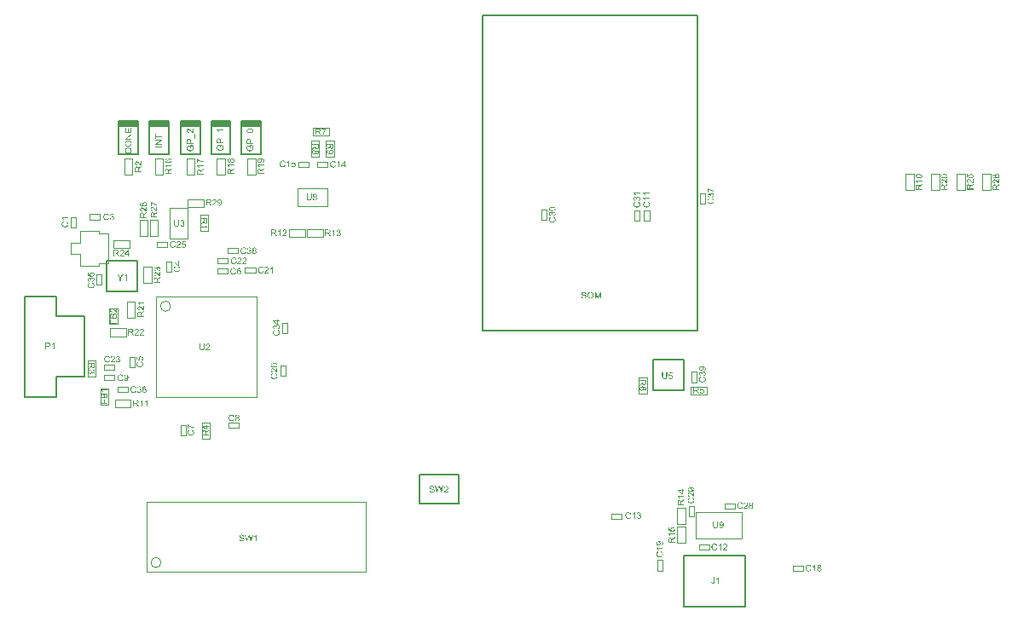
<source format=gbr>
%TF.GenerationSoftware,Altium Limited,Altium Designer,20.1.11 (218)*%
G04 Layer_Color=16776960*
%FSLAX26Y26*%
%MOIN*%
%TF.SameCoordinates,27E64F16-BD7F-4648-91A1-9AE93EB88D02*%
%TF.FilePolarity,Positive*%
%TF.FileFunction,Other,Top_Assembly*%
%TF.Part,Single*%
G01*
G75*
%TA.AperFunction,NonConductor*%
%ADD77C,0.005000*%
%ADD78C,0.007874*%
%ADD97C,0.003937*%
%ADD123C,0.001968*%
G36*
X1246604Y1819123D02*
X1246567Y1818827D01*
Y1818494D01*
X1246530Y1817717D01*
X1246419Y1816903D01*
X1246308Y1816015D01*
X1246123Y1815201D01*
X1246012Y1814794D01*
X1245901Y1814461D01*
Y1814424D01*
X1245864Y1814387D01*
X1245753Y1814165D01*
X1245605Y1813832D01*
X1245346Y1813425D01*
X1245013Y1812981D01*
X1244569Y1812500D01*
X1244051Y1812056D01*
X1243459Y1811612D01*
X1243422D01*
X1243385Y1811575D01*
X1243163Y1811427D01*
X1242793Y1811279D01*
X1242312Y1811057D01*
X1241757Y1810872D01*
X1241091Y1810687D01*
X1240388Y1810576D01*
X1239611Y1810539D01*
X1239574D01*
X1239500D01*
X1239352D01*
X1239167Y1810576D01*
X1238908D01*
X1238649Y1810613D01*
X1238020Y1810761D01*
X1237280Y1810983D01*
X1236503Y1811279D01*
X1235726Y1811723D01*
X1235356Y1812019D01*
X1234986Y1812315D01*
X1234949Y1812352D01*
X1234912Y1812389D01*
X1234801Y1812500D01*
X1234690Y1812648D01*
X1234542Y1812833D01*
X1234394Y1813055D01*
X1234209Y1813351D01*
X1233987Y1813647D01*
X1233802Y1814017D01*
X1233617Y1814424D01*
X1233395Y1814868D01*
X1233210Y1815349D01*
X1233062Y1815904D01*
X1232877Y1816459D01*
X1232766Y1817088D01*
X1232655Y1817754D01*
X1232618Y1817680D01*
X1232544Y1817532D01*
X1232396Y1817310D01*
X1232248Y1817014D01*
X1231841Y1816348D01*
X1231582Y1816015D01*
X1231360Y1815719D01*
X1231286Y1815645D01*
X1231101Y1815460D01*
X1230805Y1815164D01*
X1230435Y1814794D01*
X1229917Y1814387D01*
X1229362Y1813906D01*
X1228696Y1813425D01*
X1227956Y1812907D01*
X1221000Y1808504D01*
Y1812722D01*
X1226328Y1816089D01*
X1226365D01*
X1226439Y1816163D01*
X1226550Y1816237D01*
X1226698Y1816348D01*
X1227105Y1816607D01*
X1227623Y1816940D01*
X1228178Y1817347D01*
X1228770Y1817754D01*
X1229325Y1818161D01*
X1229843Y1818531D01*
X1229880Y1818568D01*
X1230028Y1818679D01*
X1230250Y1818864D01*
X1230509Y1819123D01*
X1231064Y1819678D01*
X1231323Y1819974D01*
X1231545Y1820270D01*
X1231582Y1820307D01*
X1231619Y1820381D01*
X1231693Y1820529D01*
X1231804Y1820751D01*
X1231915Y1820973D01*
X1232026Y1821232D01*
X1232211Y1821824D01*
Y1821861D01*
X1232248Y1821935D01*
Y1822083D01*
X1232285Y1822268D01*
X1232322Y1822527D01*
Y1822823D01*
X1232359Y1823230D01*
Y1827596D01*
X1221000D01*
Y1831000D01*
X1246604D01*
Y1819123D01*
D02*
G37*
G36*
X1238686Y1806469D02*
X1239019Y1806432D01*
X1239426Y1806395D01*
X1239833Y1806321D01*
X1240314Y1806210D01*
X1241276Y1805951D01*
X1241794Y1805766D01*
X1242349Y1805544D01*
X1242867Y1805285D01*
X1243348Y1804952D01*
X1243866Y1804619D01*
X1244310Y1804212D01*
X1244347Y1804175D01*
X1244421Y1804101D01*
X1244532Y1803990D01*
X1244680Y1803805D01*
X1244865Y1803583D01*
X1245087Y1803287D01*
X1245272Y1802991D01*
X1245531Y1802621D01*
X1245753Y1802251D01*
X1245938Y1801807D01*
X1246345Y1800808D01*
X1246493Y1800290D01*
X1246604Y1799698D01*
X1246678Y1799106D01*
X1246715Y1798477D01*
Y1798218D01*
X1246678Y1798033D01*
Y1797848D01*
X1246641Y1797589D01*
X1246530Y1796960D01*
X1246382Y1796257D01*
X1246123Y1795480D01*
X1245790Y1794703D01*
X1245346Y1793926D01*
Y1793889D01*
X1245272Y1793852D01*
X1245198Y1793741D01*
X1245087Y1793593D01*
X1244791Y1793223D01*
X1244384Y1792742D01*
X1243829Y1792261D01*
X1243163Y1791706D01*
X1242386Y1791225D01*
X1241498Y1790781D01*
X1241461D01*
X1241387Y1790744D01*
X1241239Y1790670D01*
X1241054Y1790596D01*
X1240795Y1790522D01*
X1240462Y1790411D01*
X1240092Y1790337D01*
X1239685Y1790226D01*
X1239204Y1790115D01*
X1238649Y1790004D01*
X1238057Y1789930D01*
X1237428Y1789856D01*
X1236725Y1789782D01*
X1235985Y1789708D01*
X1235171Y1789671D01*
X1234320D01*
X1234283D01*
X1234098D01*
X1233839D01*
X1233506D01*
X1233099Y1789708D01*
X1232618D01*
X1232063Y1789745D01*
X1231508Y1789819D01*
X1230250Y1789930D01*
X1228918Y1790115D01*
X1227660Y1790374D01*
X1227031Y1790559D01*
X1226476Y1790744D01*
X1226439D01*
X1226365Y1790781D01*
X1226217Y1790855D01*
X1225995Y1790929D01*
X1225773Y1791040D01*
X1225477Y1791188D01*
X1224848Y1791558D01*
X1224145Y1792002D01*
X1223405Y1792520D01*
X1222702Y1793186D01*
X1222073Y1793926D01*
Y1793963D01*
X1221999Y1794037D01*
X1221925Y1794148D01*
X1221851Y1794296D01*
X1221740Y1794518D01*
X1221592Y1794740D01*
X1221444Y1795036D01*
X1221333Y1795332D01*
X1221037Y1796035D01*
X1220778Y1796886D01*
X1220630Y1797811D01*
X1220556Y1798847D01*
Y1799143D01*
X1220593Y1799328D01*
Y1799587D01*
X1220630Y1799883D01*
X1220778Y1800586D01*
X1220963Y1801363D01*
X1221259Y1802177D01*
X1221666Y1802991D01*
X1221925Y1803398D01*
X1222221Y1803768D01*
X1222258Y1803805D01*
X1222295Y1803842D01*
X1222406Y1803953D01*
X1222517Y1804064D01*
X1222702Y1804212D01*
X1222924Y1804397D01*
X1223442Y1804767D01*
X1224108Y1805137D01*
X1224922Y1805507D01*
X1225847Y1805803D01*
X1226920Y1806025D01*
X1227179Y1802991D01*
X1227142D01*
X1227068Y1802954D01*
X1226994D01*
X1226846Y1802917D01*
X1226439Y1802806D01*
X1225995Y1802658D01*
X1225477Y1802473D01*
X1224959Y1802214D01*
X1224478Y1801918D01*
X1224071Y1801548D01*
X1224034Y1801511D01*
X1223923Y1801363D01*
X1223775Y1801104D01*
X1223627Y1800808D01*
X1223442Y1800401D01*
X1223294Y1799920D01*
X1223183Y1799365D01*
X1223146Y1798773D01*
Y1798514D01*
X1223183Y1798255D01*
X1223220Y1797922D01*
X1223294Y1797515D01*
X1223405Y1797108D01*
X1223553Y1796664D01*
X1223775Y1796257D01*
X1223812Y1796220D01*
X1223886Y1796072D01*
X1224034Y1795850D01*
X1224256Y1795628D01*
X1224515Y1795332D01*
X1224811Y1795036D01*
X1225144Y1794740D01*
X1225551Y1794444D01*
X1225588Y1794407D01*
X1225773Y1794333D01*
X1226032Y1794185D01*
X1226365Y1794037D01*
X1226809Y1793852D01*
X1227327Y1793667D01*
X1227919Y1793482D01*
X1228585Y1793297D01*
X1228622D01*
X1228659Y1793260D01*
X1228770D01*
X1228918Y1793223D01*
X1229288Y1793149D01*
X1229769Y1793038D01*
X1230361Y1792964D01*
X1230990Y1792890D01*
X1231693Y1792853D01*
X1232433Y1792816D01*
X1232470D01*
X1232581D01*
X1232766D01*
X1233062D01*
X1232988Y1792853D01*
X1232803Y1793001D01*
X1232544Y1793223D01*
X1232174Y1793482D01*
X1231804Y1793852D01*
X1231397Y1794296D01*
X1230990Y1794814D01*
X1230620Y1795406D01*
X1230583Y1795480D01*
X1230472Y1795702D01*
X1230324Y1796035D01*
X1230176Y1796442D01*
X1229991Y1796997D01*
X1229843Y1797589D01*
X1229732Y1798255D01*
X1229695Y1798958D01*
Y1799254D01*
X1229732Y1799476D01*
X1229769Y1799772D01*
X1229806Y1800068D01*
X1229880Y1800438D01*
X1229991Y1800808D01*
X1230250Y1801659D01*
X1230435Y1802103D01*
X1230657Y1802547D01*
X1230916Y1803028D01*
X1231249Y1803472D01*
X1231582Y1803916D01*
X1231989Y1804323D01*
X1232026Y1804360D01*
X1232100Y1804434D01*
X1232211Y1804508D01*
X1232396Y1804656D01*
X1232655Y1804841D01*
X1232914Y1805026D01*
X1233247Y1805211D01*
X1233617Y1805396D01*
X1234024Y1805618D01*
X1234468Y1805803D01*
X1234986Y1805988D01*
X1235504Y1806173D01*
X1236096Y1806321D01*
X1236725Y1806395D01*
X1237354Y1806469D01*
X1238057Y1806506D01*
X1238094D01*
X1238242D01*
X1238427D01*
X1238686Y1806469D01*
D02*
G37*
G36*
X1189604Y1818123D02*
X1189567Y1817827D01*
Y1817494D01*
X1189530Y1816717D01*
X1189419Y1815903D01*
X1189308Y1815015D01*
X1189123Y1814201D01*
X1189012Y1813794D01*
X1188901Y1813461D01*
Y1813424D01*
X1188864Y1813387D01*
X1188753Y1813165D01*
X1188605Y1812832D01*
X1188346Y1812425D01*
X1188013Y1811981D01*
X1187569Y1811500D01*
X1187051Y1811056D01*
X1186459Y1810612D01*
X1186422D01*
X1186385Y1810575D01*
X1186163Y1810427D01*
X1185793Y1810279D01*
X1185312Y1810057D01*
X1184757Y1809872D01*
X1184091Y1809687D01*
X1183388Y1809576D01*
X1182611Y1809539D01*
X1182574D01*
X1182500D01*
X1182352D01*
X1182167Y1809576D01*
X1181908D01*
X1181649Y1809613D01*
X1181020Y1809761D01*
X1180280Y1809983D01*
X1179503Y1810279D01*
X1178726Y1810723D01*
X1178356Y1811019D01*
X1177986Y1811315D01*
X1177949Y1811352D01*
X1177912Y1811389D01*
X1177801Y1811500D01*
X1177690Y1811648D01*
X1177542Y1811833D01*
X1177394Y1812055D01*
X1177209Y1812351D01*
X1176987Y1812647D01*
X1176802Y1813017D01*
X1176617Y1813424D01*
X1176395Y1813868D01*
X1176210Y1814349D01*
X1176062Y1814904D01*
X1175877Y1815459D01*
X1175766Y1816088D01*
X1175655Y1816754D01*
X1175618Y1816680D01*
X1175544Y1816532D01*
X1175396Y1816310D01*
X1175248Y1816014D01*
X1174841Y1815348D01*
X1174582Y1815015D01*
X1174360Y1814719D01*
X1174286Y1814645D01*
X1174101Y1814460D01*
X1173805Y1814164D01*
X1173435Y1813794D01*
X1172917Y1813387D01*
X1172362Y1812906D01*
X1171696Y1812425D01*
X1170956Y1811907D01*
X1164000Y1807504D01*
Y1811722D01*
X1169328Y1815089D01*
X1169365D01*
X1169439Y1815163D01*
X1169550Y1815237D01*
X1169698Y1815348D01*
X1170105Y1815607D01*
X1170623Y1815940D01*
X1171178Y1816347D01*
X1171770Y1816754D01*
X1172325Y1817161D01*
X1172843Y1817531D01*
X1172880Y1817568D01*
X1173028Y1817679D01*
X1173250Y1817864D01*
X1173509Y1818123D01*
X1174064Y1818678D01*
X1174323Y1818974D01*
X1174545Y1819270D01*
X1174582Y1819307D01*
X1174619Y1819381D01*
X1174693Y1819529D01*
X1174804Y1819751D01*
X1174915Y1819973D01*
X1175026Y1820232D01*
X1175211Y1820824D01*
Y1820861D01*
X1175248Y1820935D01*
Y1821083D01*
X1175285Y1821268D01*
X1175322Y1821527D01*
Y1821823D01*
X1175359Y1822230D01*
Y1826596D01*
X1164000D01*
Y1830000D01*
X1189604D01*
Y1818123D01*
D02*
G37*
G36*
X1171770Y1805506D02*
X1171992D01*
X1172251Y1805469D01*
X1172843Y1805395D01*
X1173509Y1805247D01*
X1174175Y1805025D01*
X1174878Y1804692D01*
X1175544Y1804285D01*
X1175581D01*
X1175618Y1804211D01*
X1175803Y1804063D01*
X1176099Y1803767D01*
X1176469Y1803360D01*
X1176839Y1802842D01*
X1177246Y1802213D01*
X1177579Y1801510D01*
X1177838Y1800659D01*
Y1800696D01*
X1177875Y1800733D01*
X1177912Y1800844D01*
X1177986Y1800992D01*
X1178134Y1801325D01*
X1178356Y1801769D01*
X1178652Y1802250D01*
X1179022Y1802731D01*
X1179429Y1803175D01*
X1179873Y1803582D01*
X1179947Y1803619D01*
X1180095Y1803730D01*
X1180391Y1803878D01*
X1180761Y1804026D01*
X1181242Y1804211D01*
X1181797Y1804359D01*
X1182426Y1804470D01*
X1183092Y1804507D01*
X1183129D01*
X1183203D01*
X1183351D01*
X1183573Y1804470D01*
X1183795Y1804433D01*
X1184091Y1804396D01*
X1184720Y1804248D01*
X1185460Y1804026D01*
X1186237Y1803656D01*
X1186644Y1803434D01*
X1187051Y1803175D01*
X1187421Y1802842D01*
X1187791Y1802509D01*
X1187828Y1802472D01*
X1187865Y1802398D01*
X1187976Y1802287D01*
X1188087Y1802139D01*
X1188235Y1801954D01*
X1188383Y1801695D01*
X1188568Y1801399D01*
X1188753Y1801103D01*
X1188938Y1800733D01*
X1189123Y1800326D01*
X1189271Y1799882D01*
X1189419Y1799401D01*
X1189641Y1798365D01*
X1189678Y1797773D01*
X1189715Y1797181D01*
Y1796848D01*
X1189678Y1796626D01*
X1189641Y1796330D01*
X1189604Y1795997D01*
X1189567Y1795627D01*
X1189456Y1795257D01*
X1189234Y1794369D01*
X1188901Y1793481D01*
X1188679Y1793037D01*
X1188420Y1792593D01*
X1188087Y1792186D01*
X1187754Y1791779D01*
X1187717Y1791742D01*
X1187680Y1791705D01*
X1187569Y1791594D01*
X1187421Y1791446D01*
X1187199Y1791298D01*
X1186977Y1791113D01*
X1186422Y1790743D01*
X1185719Y1790373D01*
X1184905Y1790040D01*
X1183980Y1789781D01*
X1183499Y1789744D01*
X1182981Y1789707D01*
X1182944D01*
X1182907D01*
X1182685D01*
X1182352Y1789744D01*
X1181945Y1789818D01*
X1181427Y1789929D01*
X1180909Y1790114D01*
X1180391Y1790336D01*
X1179873Y1790669D01*
X1179799Y1790706D01*
X1179651Y1790854D01*
X1179429Y1791076D01*
X1179133Y1791372D01*
X1178800Y1791779D01*
X1178467Y1792260D01*
X1178134Y1792815D01*
X1177838Y1793481D01*
Y1793444D01*
X1177801Y1793370D01*
X1177764Y1793259D01*
X1177690Y1793111D01*
X1177505Y1792667D01*
X1177246Y1792149D01*
X1176876Y1791594D01*
X1176469Y1791002D01*
X1175951Y1790447D01*
X1175359Y1789929D01*
X1175322D01*
X1175285Y1789892D01*
X1175063Y1789744D01*
X1174693Y1789522D01*
X1174212Y1789300D01*
X1173620Y1789078D01*
X1172917Y1788856D01*
X1172140Y1788708D01*
X1171289Y1788671D01*
X1171252D01*
X1171141D01*
X1170956D01*
X1170734Y1788708D01*
X1170475Y1788745D01*
X1170142Y1788782D01*
X1169772Y1788856D01*
X1169365Y1788967D01*
X1168514Y1789226D01*
X1168033Y1789411D01*
X1167589Y1789670D01*
X1167108Y1789929D01*
X1166664Y1790225D01*
X1166220Y1790595D01*
X1165776Y1791002D01*
X1165739Y1791039D01*
X1165665Y1791113D01*
X1165554Y1791224D01*
X1165443Y1791409D01*
X1165258Y1791668D01*
X1165073Y1791927D01*
X1164888Y1792260D01*
X1164666Y1792630D01*
X1164444Y1793037D01*
X1164259Y1793518D01*
X1164074Y1794036D01*
X1163889Y1794554D01*
X1163778Y1795146D01*
X1163667Y1795775D01*
X1163593Y1796404D01*
X1163556Y1797107D01*
Y1797477D01*
X1163593Y1797736D01*
X1163630Y1798069D01*
X1163667Y1798439D01*
X1163741Y1798846D01*
X1163852Y1799290D01*
X1164111Y1800289D01*
X1164296Y1800807D01*
X1164481Y1801288D01*
X1164740Y1801806D01*
X1165036Y1802324D01*
X1165369Y1802805D01*
X1165776Y1803249D01*
X1165813Y1803286D01*
X1165887Y1803360D01*
X1165998Y1803471D01*
X1166183Y1803619D01*
X1166405Y1803767D01*
X1166664Y1803989D01*
X1166960Y1804174D01*
X1167330Y1804396D01*
X1167700Y1804618D01*
X1168144Y1804803D01*
X1169069Y1805173D01*
X1169624Y1805321D01*
X1170179Y1805432D01*
X1170771Y1805506D01*
X1171363Y1805543D01*
X1171400D01*
X1171474D01*
X1171622D01*
X1171770Y1805506D01*
D02*
G37*
G36*
X314604Y960123D02*
X314567Y959827D01*
Y959494D01*
X314530Y958717D01*
X314419Y957903D01*
X314308Y957015D01*
X314123Y956201D01*
X314012Y955794D01*
X313901Y955461D01*
Y955424D01*
X313864Y955387D01*
X313753Y955165D01*
X313605Y954832D01*
X313346Y954425D01*
X313013Y953981D01*
X312569Y953500D01*
X312051Y953056D01*
X311459Y952612D01*
X311422D01*
X311385Y952575D01*
X311163Y952427D01*
X310793Y952279D01*
X310312Y952057D01*
X309757Y951872D01*
X309091Y951687D01*
X308388Y951576D01*
X307611Y951539D01*
X307574D01*
X307500D01*
X307352D01*
X307167Y951576D01*
X306908D01*
X306649Y951613D01*
X306020Y951761D01*
X305280Y951983D01*
X304503Y952279D01*
X303726Y952723D01*
X303356Y953019D01*
X302986Y953315D01*
X302949Y953352D01*
X302912Y953389D01*
X302801Y953500D01*
X302690Y953648D01*
X302542Y953833D01*
X302394Y954055D01*
X302209Y954351D01*
X301987Y954647D01*
X301802Y955017D01*
X301617Y955424D01*
X301395Y955868D01*
X301210Y956349D01*
X301062Y956904D01*
X300877Y957459D01*
X300766Y958088D01*
X300655Y958754D01*
X300618Y958680D01*
X300544Y958532D01*
X300396Y958310D01*
X300248Y958014D01*
X299841Y957348D01*
X299582Y957015D01*
X299360Y956719D01*
X299286Y956645D01*
X299101Y956460D01*
X298805Y956164D01*
X298435Y955794D01*
X297917Y955387D01*
X297362Y954906D01*
X296696Y954425D01*
X295956Y953907D01*
X289000Y949504D01*
Y953722D01*
X294328Y957089D01*
X294365D01*
X294439Y957163D01*
X294550Y957237D01*
X294698Y957348D01*
X295105Y957607D01*
X295623Y957940D01*
X296178Y958347D01*
X296770Y958754D01*
X297325Y959161D01*
X297843Y959531D01*
X297880Y959568D01*
X298028Y959679D01*
X298250Y959864D01*
X298509Y960123D01*
X299064Y960678D01*
X299323Y960974D01*
X299545Y961270D01*
X299582Y961307D01*
X299619Y961381D01*
X299693Y961529D01*
X299804Y961751D01*
X299915Y961973D01*
X300026Y962232D01*
X300211Y962824D01*
Y962861D01*
X300248Y962935D01*
Y963083D01*
X300285Y963268D01*
X300322Y963527D01*
Y963823D01*
X300359Y964230D01*
Y968596D01*
X289000D01*
Y972000D01*
X314604D01*
Y960123D01*
D02*
G37*
G36*
X296178Y944324D02*
X296141D01*
X296067Y944287D01*
X295919Y944250D01*
X295734Y944213D01*
X295512Y944176D01*
X295253Y944102D01*
X294698Y943917D01*
X294032Y943658D01*
X293403Y943325D01*
X292811Y942955D01*
X292293Y942511D01*
X292256Y942437D01*
X292108Y942289D01*
X291923Y941993D01*
X291738Y941623D01*
X291516Y941179D01*
X291331Y940624D01*
X291183Y939995D01*
X291146Y939329D01*
Y939107D01*
X291183Y938959D01*
X291220Y938552D01*
X291331Y938034D01*
X291516Y937442D01*
X291775Y936813D01*
X292145Y936184D01*
X292663Y935592D01*
X292737Y935518D01*
X292959Y935333D01*
X293292Y935111D01*
X293736Y934815D01*
X294291Y934519D01*
X294920Y934297D01*
X295660Y934112D01*
X296474Y934038D01*
X296511D01*
X296585D01*
X296696D01*
X296844Y934075D01*
X297251Y934112D01*
X297732Y934223D01*
X298324Y934371D01*
X298916Y934630D01*
X299508Y935000D01*
X300063Y935481D01*
X300137Y935555D01*
X300285Y935740D01*
X300507Y936036D01*
X300766Y936443D01*
X301025Y936961D01*
X301247Y937590D01*
X301395Y938293D01*
X301469Y939070D01*
Y939403D01*
X301432Y939662D01*
X301395Y939995D01*
X301321Y940365D01*
X301247Y940809D01*
X301136Y941290D01*
X303911Y940920D01*
Y940735D01*
X303874Y940587D01*
Y940106D01*
X303948Y939699D01*
X304022Y939218D01*
X304133Y938663D01*
X304318Y938034D01*
X304577Y937442D01*
X304910Y936813D01*
Y936776D01*
X304947Y936739D01*
X305095Y936554D01*
X305354Y936295D01*
X305687Y935999D01*
X306168Y935703D01*
X306723Y935444D01*
X307352Y935259D01*
X307722Y935185D01*
X308129D01*
X308166D01*
X308203D01*
X308425D01*
X308721Y935259D01*
X309128Y935333D01*
X309572Y935481D01*
X310053Y935666D01*
X310534Y935962D01*
X310978Y936369D01*
X311015Y936406D01*
X311163Y936591D01*
X311348Y936850D01*
X311570Y937183D01*
X311755Y937627D01*
X311940Y938145D01*
X312088Y938737D01*
X312125Y939403D01*
Y939699D01*
X312051Y940032D01*
X311977Y940476D01*
X311829Y940957D01*
X311644Y941438D01*
X311348Y941956D01*
X310978Y942437D01*
X310941Y942474D01*
X310756Y942622D01*
X310497Y942844D01*
X310127Y943103D01*
X309646Y943362D01*
X309054Y943621D01*
X308351Y943843D01*
X307537Y943991D01*
X308092Y947136D01*
X308129D01*
X308240Y947099D01*
X308388Y947062D01*
X308610Y947025D01*
X308869Y946951D01*
X309165Y946840D01*
X309868Y946618D01*
X310682Y946248D01*
X311496Y945804D01*
X312273Y945249D01*
X312976Y944546D01*
X313013Y944509D01*
X313050Y944435D01*
X313124Y944324D01*
X313235Y944176D01*
X313383Y943991D01*
X313531Y943732D01*
X313679Y943473D01*
X313864Y943140D01*
X314160Y942400D01*
X314456Y941549D01*
X314641Y940550D01*
X314715Y940032D01*
Y939107D01*
X314678Y938700D01*
X314604Y938219D01*
X314493Y937627D01*
X314308Y936961D01*
X314086Y936295D01*
X313790Y935629D01*
Y935592D01*
X313753Y935555D01*
X313642Y935333D01*
X313420Y935000D01*
X313161Y934630D01*
X312791Y934186D01*
X312384Y933742D01*
X311903Y933298D01*
X311348Y932928D01*
X311274Y932891D01*
X311089Y932780D01*
X310756Y932632D01*
X310349Y932447D01*
X309868Y932262D01*
X309313Y932114D01*
X308684Y932003D01*
X308055Y931966D01*
X307981D01*
X307759D01*
X307463Y932003D01*
X307056Y932077D01*
X306575Y932188D01*
X306057Y932373D01*
X305539Y932595D01*
X305021Y932891D01*
X304947Y932928D01*
X304799Y933039D01*
X304540Y933261D01*
X304244Y933557D01*
X303911Y933927D01*
X303541Y934371D01*
X303208Y934889D01*
X302875Y935518D01*
Y935481D01*
X302838Y935407D01*
X302801Y935296D01*
X302764Y935148D01*
X302616Y934741D01*
X302394Y934223D01*
X302098Y933631D01*
X301728Y933039D01*
X301247Y932484D01*
X300692Y931966D01*
X300618Y931929D01*
X300396Y931781D01*
X300026Y931559D01*
X299545Y931337D01*
X298953Y931115D01*
X298250Y930893D01*
X297436Y930745D01*
X296548Y930708D01*
X296511D01*
X296400D01*
X296215D01*
X295993Y930745D01*
X295697Y930782D01*
X295364Y930856D01*
X294994Y930930D01*
X294587Y931004D01*
X293699Y931300D01*
X293218Y931522D01*
X292774Y931744D01*
X292293Y932040D01*
X291812Y932373D01*
X291331Y932743D01*
X290887Y933187D01*
X290850Y933224D01*
X290776Y933298D01*
X290665Y933446D01*
X290517Y933631D01*
X290332Y933853D01*
X290147Y934149D01*
X289925Y934482D01*
X289740Y934889D01*
X289518Y935296D01*
X289296Y935777D01*
X289111Y936258D01*
X288926Y936813D01*
X288778Y937405D01*
X288667Y938034D01*
X288593Y938663D01*
X288556Y939366D01*
Y939699D01*
X288593Y939921D01*
X288630Y940217D01*
X288667Y940550D01*
X288741Y940920D01*
X288815Y941327D01*
X289037Y942215D01*
X289407Y943140D01*
X289629Y943621D01*
X289888Y944065D01*
X290221Y944509D01*
X290554Y944953D01*
X290591Y944990D01*
X290665Y945064D01*
X290776Y945175D01*
X290924Y945286D01*
X291109Y945471D01*
X291368Y945656D01*
X291627Y945878D01*
X291960Y946100D01*
X292330Y946322D01*
X292700Y946544D01*
X293588Y946951D01*
X294624Y947284D01*
X295179Y947395D01*
X295771Y947469D01*
X296178Y944324D01*
D02*
G37*
G36*
X3842932Y1711924D02*
X3843154D01*
X3843746Y1711813D01*
X3844449Y1711702D01*
X3845189Y1711517D01*
X3846003Y1711258D01*
X3846780Y1710888D01*
X3846817D01*
X3846854Y1710851D01*
X3846965Y1710777D01*
X3847113Y1710703D01*
X3847483Y1710481D01*
X3847964Y1710148D01*
X3848482Y1709741D01*
X3849000Y1709260D01*
X3849518Y1708668D01*
X3849962Y1708039D01*
Y1708002D01*
X3849999Y1707965D01*
X3850073Y1707854D01*
X3850110Y1707706D01*
X3850295Y1707336D01*
X3850480Y1706855D01*
X3850702Y1706226D01*
X3850850Y1705523D01*
X3850998Y1704746D01*
X3851035Y1703895D01*
Y1703710D01*
X3850998Y1703525D01*
Y1703229D01*
X3850961Y1702896D01*
X3850887Y1702526D01*
X3850776Y1702082D01*
X3850665Y1701638D01*
X3850517Y1701120D01*
X3850332Y1700602D01*
X3850110Y1700084D01*
X3849814Y1699529D01*
X3849481Y1699011D01*
X3849111Y1698493D01*
X3848667Y1697975D01*
X3848149Y1697494D01*
X3848112Y1697457D01*
X3848001Y1697383D01*
X3847853Y1697272D01*
X3847594Y1697124D01*
X3847261Y1696902D01*
X3846891Y1696717D01*
X3846410Y1696495D01*
X3845892Y1696273D01*
X3845263Y1696014D01*
X3844560Y1695792D01*
X3843783Y1695607D01*
X3842932Y1695422D01*
X3841970Y1695237D01*
X3840934Y1695126D01*
X3839824Y1695052D01*
X3838640Y1695015D01*
X3838603D01*
X3838566D01*
X3838455D01*
X3838307D01*
X3837937Y1695052D01*
X3837419D01*
X3836827Y1695089D01*
X3836124Y1695163D01*
X3835347Y1695237D01*
X3834496Y1695348D01*
X3833645Y1695496D01*
X3832720Y1695681D01*
X3831832Y1695903D01*
X3830944Y1696162D01*
X3830093Y1696495D01*
X3829279Y1696865D01*
X3828502Y1697272D01*
X3827836Y1697753D01*
X3827799Y1697790D01*
X3827725Y1697864D01*
X3827577Y1698012D01*
X3827355Y1698197D01*
X3827133Y1698419D01*
X3826911Y1698715D01*
X3826615Y1699085D01*
X3826356Y1699455D01*
X3826097Y1699899D01*
X3825801Y1700380D01*
X3825579Y1700935D01*
X3825320Y1701490D01*
X3825135Y1702119D01*
X3824987Y1702785D01*
X3824913Y1703488D01*
X3824876Y1704228D01*
Y1704524D01*
X3824913Y1704746D01*
Y1705005D01*
X3824950Y1705301D01*
X3825098Y1706004D01*
X3825283Y1706781D01*
X3825579Y1707595D01*
X3826023Y1708409D01*
X3826282Y1708816D01*
X3826578Y1709186D01*
X3826615Y1709223D01*
X3826652Y1709260D01*
X3826763Y1709371D01*
X3826874Y1709482D01*
X3827059Y1709667D01*
X3827281Y1709815D01*
X3827799Y1710222D01*
X3828465Y1710629D01*
X3829279Y1710999D01*
X3830204Y1711332D01*
X3831240Y1711554D01*
X3831499Y1708409D01*
X3831462D01*
X3831425Y1708372D01*
X3831203Y1708335D01*
X3830870Y1708224D01*
X3830463Y1708076D01*
X3830019Y1707928D01*
X3829575Y1707706D01*
X3829168Y1707447D01*
X3828835Y1707188D01*
X3828761Y1707114D01*
X3828613Y1706966D01*
X3828391Y1706707D01*
X3828132Y1706337D01*
X3827910Y1705856D01*
X3827688Y1705338D01*
X3827540Y1704709D01*
X3827466Y1704043D01*
Y1703784D01*
X3827503Y1703488D01*
X3827577Y1703155D01*
X3827688Y1702711D01*
X3827836Y1702267D01*
X3828021Y1701823D01*
X3828317Y1701379D01*
X3828354Y1701305D01*
X3828502Y1701120D01*
X3828761Y1700861D01*
X3829131Y1700528D01*
X3829575Y1700158D01*
X3830093Y1699751D01*
X3830759Y1699381D01*
X3831499Y1699011D01*
X3831536D01*
X3831610Y1698974D01*
X3831721Y1698937D01*
X3831869Y1698863D01*
X3832091Y1698826D01*
X3832350Y1698752D01*
X3832646Y1698678D01*
X3833016Y1698604D01*
X3833423Y1698493D01*
X3833867Y1698419D01*
X3834348Y1698345D01*
X3834866Y1698308D01*
X3835458Y1698234D01*
X3836050Y1698197D01*
X3836716Y1698160D01*
X3837382D01*
X3837345Y1698197D01*
X3837123Y1698345D01*
X3836827Y1698604D01*
X3836457Y1698937D01*
X3836013Y1699307D01*
X3835606Y1699788D01*
X3835199Y1700306D01*
X3834829Y1700898D01*
Y1700935D01*
X3834792Y1700972D01*
X3834681Y1701194D01*
X3834570Y1701527D01*
X3834385Y1701971D01*
X3834237Y1702489D01*
X3834126Y1703081D01*
X3834015Y1703710D01*
X3833978Y1704376D01*
Y1704672D01*
X3834015Y1704894D01*
X3834052Y1705190D01*
X3834089Y1705486D01*
X3834163Y1705856D01*
X3834274Y1706226D01*
X3834533Y1707077D01*
X3834718Y1707521D01*
X3834977Y1707965D01*
X3835236Y1708409D01*
X3835532Y1708890D01*
X3835902Y1709334D01*
X3836309Y1709741D01*
X3836346Y1709778D01*
X3836420Y1709852D01*
X3836531Y1709963D01*
X3836716Y1710074D01*
X3836975Y1710259D01*
X3837234Y1710444D01*
X3837567Y1710629D01*
X3837937Y1710851D01*
X3838344Y1711073D01*
X3838788Y1711258D01*
X3839306Y1711443D01*
X3839824Y1711628D01*
X3840379Y1711739D01*
X3841008Y1711850D01*
X3841637Y1711924D01*
X3842303Y1711961D01*
X3842340D01*
X3842414D01*
X3842525D01*
X3842710D01*
X3842932Y1711924D01*
D02*
G37*
G36*
X3850591Y1674813D02*
X3850554D01*
X3850406D01*
X3850184D01*
X3849888Y1674850D01*
X3849555Y1674887D01*
X3849185Y1674961D01*
X3848815Y1675035D01*
X3848408Y1675183D01*
X3848371D01*
X3848334Y1675220D01*
X3848112Y1675294D01*
X3847779Y1675442D01*
X3847335Y1675664D01*
X3846817Y1675960D01*
X3846225Y1676330D01*
X3845633Y1676737D01*
X3845004Y1677255D01*
X3844967D01*
X3844930Y1677329D01*
X3844708Y1677514D01*
X3844375Y1677847D01*
X3843894Y1678328D01*
X3843339Y1678883D01*
X3842673Y1679586D01*
X3841933Y1680437D01*
X3841156Y1681362D01*
X3841119Y1681399D01*
X3841008Y1681547D01*
X3840823Y1681769D01*
X3840601Y1682028D01*
X3840305Y1682361D01*
X3839972Y1682768D01*
X3839602Y1683175D01*
X3839195Y1683656D01*
X3838307Y1684581D01*
X3837419Y1685506D01*
X3836975Y1685950D01*
X3836531Y1686357D01*
X3836124Y1686727D01*
X3835717Y1687023D01*
X3835680D01*
X3835643Y1687097D01*
X3835532Y1687171D01*
X3835384Y1687245D01*
X3834977Y1687504D01*
X3834496Y1687800D01*
X3833904Y1688059D01*
X3833275Y1688318D01*
X3832572Y1688466D01*
X3831906Y1688540D01*
X3831869D01*
X3831832D01*
X3831610Y1688503D01*
X3831240Y1688466D01*
X3830833Y1688355D01*
X3830315Y1688207D01*
X3829797Y1687948D01*
X3829279Y1687615D01*
X3828761Y1687171D01*
X3828687Y1687097D01*
X3828539Y1686912D01*
X3828354Y1686653D01*
X3828095Y1686246D01*
X3827873Y1685728D01*
X3827651Y1685136D01*
X3827503Y1684433D01*
X3827466Y1683656D01*
Y1683434D01*
X3827503Y1683286D01*
X3827540Y1682842D01*
X3827651Y1682324D01*
X3827799Y1681769D01*
X3828058Y1681140D01*
X3828391Y1680548D01*
X3828835Y1679993D01*
X3828909Y1679919D01*
X3829094Y1679771D01*
X3829390Y1679549D01*
X3829834Y1679327D01*
X3830352Y1679068D01*
X3831018Y1678846D01*
X3831758Y1678698D01*
X3832609Y1678624D01*
X3832276Y1675405D01*
X3832239D01*
X3832128Y1675442D01*
X3831943D01*
X3831684Y1675479D01*
X3831388Y1675553D01*
X3831055Y1675627D01*
X3830648Y1675738D01*
X3830241Y1675849D01*
X3829353Y1676145D01*
X3828465Y1676589D01*
X3828021Y1676848D01*
X3827577Y1677181D01*
X3827170Y1677514D01*
X3826800Y1677884D01*
X3826763Y1677921D01*
X3826726Y1677995D01*
X3826615Y1678106D01*
X3826504Y1678291D01*
X3826356Y1678513D01*
X3826208Y1678772D01*
X3826023Y1679068D01*
X3825838Y1679438D01*
X3825653Y1679845D01*
X3825468Y1680289D01*
X3825320Y1680770D01*
X3825172Y1681288D01*
X3825061Y1681843D01*
X3824950Y1682435D01*
X3824913Y1683064D01*
X3824876Y1683730D01*
Y1684100D01*
X3824913Y1684359D01*
X3824950Y1684655D01*
X3824987Y1685025D01*
X3825061Y1685432D01*
X3825135Y1685839D01*
X3825394Y1686801D01*
X3825764Y1687763D01*
X3825986Y1688244D01*
X3826245Y1688725D01*
X3826578Y1689169D01*
X3826948Y1689576D01*
X3826985Y1689613D01*
X3827022Y1689687D01*
X3827170Y1689761D01*
X3827318Y1689909D01*
X3827503Y1690094D01*
X3827762Y1690279D01*
X3828021Y1690464D01*
X3828354Y1690686D01*
X3829057Y1691056D01*
X3829945Y1691426D01*
X3830389Y1691574D01*
X3830907Y1691648D01*
X3831425Y1691722D01*
X3831980Y1691759D01*
X3832054D01*
X3832239D01*
X3832535Y1691722D01*
X3832942Y1691685D01*
X3833386Y1691611D01*
X3833904Y1691463D01*
X3834459Y1691315D01*
X3835014Y1691093D01*
X3835088Y1691056D01*
X3835273Y1690982D01*
X3835569Y1690834D01*
X3835976Y1690612D01*
X3836420Y1690316D01*
X3836975Y1689946D01*
X3837530Y1689502D01*
X3838159Y1688984D01*
X3838233Y1688910D01*
X3838455Y1688725D01*
X3838640Y1688540D01*
X3838825Y1688355D01*
X3839047Y1688133D01*
X3839343Y1687837D01*
X3839639Y1687541D01*
X3839972Y1687171D01*
X3840342Y1686801D01*
X3840749Y1686357D01*
X3841156Y1685876D01*
X3841637Y1685358D01*
X3842118Y1684766D01*
X3842636Y1684174D01*
X3842673Y1684137D01*
X3842747Y1684063D01*
X3842858Y1683915D01*
X3843006Y1683730D01*
X3843228Y1683508D01*
X3843450Y1683249D01*
X3843931Y1682657D01*
X3844486Y1682028D01*
X3845041Y1681436D01*
X3845522Y1680918D01*
X3845707Y1680696D01*
X3845892Y1680511D01*
X3845929Y1680474D01*
X3846040Y1680363D01*
X3846188Y1680215D01*
X3846410Y1680030D01*
X3846669Y1679845D01*
X3846928Y1679623D01*
X3847557Y1679179D01*
Y1691796D01*
X3850591D01*
Y1674813D01*
D02*
G37*
G36*
Y1669041D02*
X3845263Y1665674D01*
X3845226D01*
X3845152Y1665600D01*
X3845041Y1665526D01*
X3844893Y1665415D01*
X3844486Y1665156D01*
X3843968Y1664823D01*
X3843413Y1664416D01*
X3842821Y1664009D01*
X3842266Y1663602D01*
X3841748Y1663232D01*
X3841711Y1663195D01*
X3841563Y1663084D01*
X3841341Y1662899D01*
X3841082Y1662640D01*
X3840527Y1662085D01*
X3840268Y1661789D01*
X3840046Y1661493D01*
X3840009Y1661456D01*
X3839972Y1661382D01*
X3839898Y1661234D01*
X3839787Y1661012D01*
X3839676Y1660790D01*
X3839565Y1660531D01*
X3839380Y1659939D01*
Y1659902D01*
X3839343Y1659828D01*
Y1659680D01*
X3839306Y1659495D01*
X3839269Y1659236D01*
Y1658940D01*
X3839232Y1658533D01*
Y1654167D01*
X3850591D01*
Y1650763D01*
X3824987D01*
Y1662640D01*
X3825024Y1662936D01*
Y1663269D01*
X3825061Y1664046D01*
X3825172Y1664860D01*
X3825283Y1665748D01*
X3825468Y1666562D01*
X3825579Y1666969D01*
X3825690Y1667302D01*
Y1667339D01*
X3825727Y1667376D01*
X3825838Y1667598D01*
X3825986Y1667931D01*
X3826245Y1668338D01*
X3826578Y1668782D01*
X3827022Y1669263D01*
X3827540Y1669707D01*
X3828132Y1670151D01*
X3828169D01*
X3828206Y1670188D01*
X3828428Y1670336D01*
X3828798Y1670484D01*
X3829279Y1670706D01*
X3829834Y1670891D01*
X3830500Y1671076D01*
X3831203Y1671187D01*
X3831980Y1671224D01*
X3832017D01*
X3832091D01*
X3832239D01*
X3832424Y1671187D01*
X3832683D01*
X3832942Y1671150D01*
X3833571Y1671002D01*
X3834311Y1670780D01*
X3835088Y1670484D01*
X3835865Y1670040D01*
X3836235Y1669744D01*
X3836605Y1669448D01*
X3836642Y1669411D01*
X3836679Y1669374D01*
X3836790Y1669263D01*
X3836901Y1669115D01*
X3837049Y1668930D01*
X3837197Y1668708D01*
X3837382Y1668412D01*
X3837604Y1668116D01*
X3837789Y1667746D01*
X3837974Y1667339D01*
X3838196Y1666895D01*
X3838381Y1666414D01*
X3838529Y1665859D01*
X3838714Y1665304D01*
X3838825Y1664675D01*
X3838936Y1664009D01*
X3838973Y1664083D01*
X3839047Y1664231D01*
X3839195Y1664453D01*
X3839343Y1664749D01*
X3839750Y1665415D01*
X3840009Y1665748D01*
X3840231Y1666044D01*
X3840305Y1666118D01*
X3840490Y1666303D01*
X3840786Y1666599D01*
X3841156Y1666969D01*
X3841674Y1667376D01*
X3842229Y1667857D01*
X3842895Y1668338D01*
X3843635Y1668856D01*
X3850591Y1673259D01*
Y1669041D01*
D02*
G37*
G36*
X3740697Y1712446D02*
X3740993Y1712409D01*
X3741326Y1712372D01*
X3741733Y1712298D01*
X3742140Y1712224D01*
X3743102Y1712002D01*
X3744101Y1711632D01*
X3744619Y1711410D01*
X3745100Y1711114D01*
X3745618Y1710818D01*
X3746099Y1710448D01*
X3746136Y1710411D01*
X3746247Y1710337D01*
X3746395Y1710189D01*
X3746580Y1710004D01*
X3746802Y1709745D01*
X3747098Y1709449D01*
X3747357Y1709079D01*
X3747653Y1708672D01*
X3747949Y1708228D01*
X3748208Y1707710D01*
X3748467Y1707155D01*
X3748726Y1706563D01*
X3748911Y1705934D01*
X3749059Y1705231D01*
X3749170Y1704491D01*
X3749207Y1703714D01*
Y1703381D01*
X3749170Y1703122D01*
X3749133Y1702826D01*
X3749096Y1702493D01*
X3749059Y1702086D01*
X3748948Y1701679D01*
X3748726Y1700754D01*
X3748393Y1699829D01*
X3748171Y1699348D01*
X3747912Y1698867D01*
X3747616Y1698423D01*
X3747283Y1697979D01*
X3747246Y1697942D01*
X3747209Y1697868D01*
X3747061Y1697794D01*
X3746913Y1697646D01*
X3746728Y1697461D01*
X3746506Y1697276D01*
X3746210Y1697054D01*
X3745877Y1696869D01*
X3745544Y1696647D01*
X3745137Y1696425D01*
X3744249Y1696018D01*
X3743213Y1695685D01*
X3742658Y1695574D01*
X3742066Y1695500D01*
X3741807Y1698793D01*
X3741844D01*
X3741918D01*
X3742029Y1698830D01*
X3742214Y1698867D01*
X3742621Y1698978D01*
X3743176Y1699126D01*
X3743731Y1699348D01*
X3744360Y1699644D01*
X3744915Y1700014D01*
X3745433Y1700458D01*
X3745470Y1700532D01*
X3745618Y1700680D01*
X3745803Y1700976D01*
X3746025Y1701383D01*
X3746247Y1701827D01*
X3746432Y1702382D01*
X3746580Y1703011D01*
X3746617Y1703714D01*
Y1703936D01*
X3746580Y1704084D01*
X3746543Y1704528D01*
X3746395Y1705046D01*
X3746210Y1705675D01*
X3745914Y1706304D01*
X3745470Y1706970D01*
X3745211Y1707266D01*
X3744915Y1707562D01*
X3744878Y1707599D01*
X3744841Y1707636D01*
X3744730Y1707710D01*
X3744619Y1707821D01*
X3744212Y1708080D01*
X3743694Y1708376D01*
X3743065Y1708635D01*
X3742288Y1708894D01*
X3741363Y1709079D01*
X3740882Y1709153D01*
X3740364D01*
X3740327D01*
X3740253D01*
X3740105D01*
X3739920Y1709116D01*
X3739698D01*
X3739439Y1709079D01*
X3738847Y1708968D01*
X3738144Y1708783D01*
X3737441Y1708524D01*
X3736775Y1708154D01*
X3736146Y1707636D01*
X3736109D01*
X3736072Y1707562D01*
X3735887Y1707377D01*
X3735628Y1707044D01*
X3735332Y1706600D01*
X3735073Y1706008D01*
X3734814Y1705342D01*
X3734629Y1704565D01*
X3734555Y1704121D01*
Y1703418D01*
X3734592Y1703122D01*
X3734629Y1702752D01*
X3734740Y1702308D01*
X3734851Y1701864D01*
X3735036Y1701383D01*
X3735258Y1700902D01*
X3735295Y1700865D01*
X3735369Y1700717D01*
X3735554Y1700495D01*
X3735739Y1700199D01*
X3735998Y1699903D01*
X3736331Y1699607D01*
X3736664Y1699274D01*
X3737071Y1699015D01*
X3736664Y1696055D01*
X3723492Y1698534D01*
Y1711262D01*
X3726489D01*
Y1701013D01*
X3733408Y1699644D01*
X3733371Y1699681D01*
X3733334Y1699755D01*
X3733260Y1699866D01*
X3733149Y1700051D01*
X3733038Y1700273D01*
X3732890Y1700532D01*
X3732594Y1701124D01*
X3732298Y1701864D01*
X3732039Y1702678D01*
X3731854Y1703566D01*
X3731780Y1704010D01*
Y1704824D01*
X3731817Y1705046D01*
X3731854Y1705342D01*
X3731891Y1705675D01*
X3731965Y1706045D01*
X3732076Y1706452D01*
X3732335Y1707340D01*
X3732520Y1707821D01*
X3732779Y1708302D01*
X3733038Y1708783D01*
X3733334Y1709264D01*
X3733704Y1709708D01*
X3734111Y1710152D01*
X3734148Y1710189D01*
X3734222Y1710263D01*
X3734333Y1710374D01*
X3734518Y1710522D01*
X3734777Y1710707D01*
X3735036Y1710892D01*
X3735369Y1711114D01*
X3735739Y1711336D01*
X3736146Y1711521D01*
X3736590Y1711743D01*
X3737108Y1711928D01*
X3737626Y1712113D01*
X3738181Y1712261D01*
X3738810Y1712372D01*
X3739439Y1712446D01*
X3740105Y1712483D01*
X3740142D01*
X3740253D01*
X3740438D01*
X3740697Y1712446D01*
D02*
G37*
G36*
X3748763Y1675150D02*
X3748726D01*
X3748578D01*
X3748356D01*
X3748060Y1675187D01*
X3747727Y1675224D01*
X3747357Y1675298D01*
X3746987Y1675372D01*
X3746580Y1675520D01*
X3746543D01*
X3746506Y1675557D01*
X3746284Y1675631D01*
X3745951Y1675779D01*
X3745507Y1676001D01*
X3744989Y1676297D01*
X3744397Y1676667D01*
X3743805Y1677074D01*
X3743176Y1677592D01*
X3743139D01*
X3743102Y1677666D01*
X3742880Y1677851D01*
X3742547Y1678184D01*
X3742066Y1678665D01*
X3741511Y1679220D01*
X3740845Y1679923D01*
X3740105Y1680774D01*
X3739328Y1681699D01*
X3739291Y1681736D01*
X3739180Y1681884D01*
X3738995Y1682106D01*
X3738773Y1682365D01*
X3738477Y1682698D01*
X3738144Y1683105D01*
X3737774Y1683512D01*
X3737367Y1683993D01*
X3736479Y1684918D01*
X3735591Y1685843D01*
X3735147Y1686287D01*
X3734703Y1686694D01*
X3734296Y1687064D01*
X3733889Y1687360D01*
X3733852D01*
X3733815Y1687434D01*
X3733704Y1687508D01*
X3733556Y1687582D01*
X3733149Y1687841D01*
X3732668Y1688137D01*
X3732076Y1688396D01*
X3731447Y1688655D01*
X3730744Y1688803D01*
X3730078Y1688877D01*
X3730041D01*
X3730004D01*
X3729782Y1688840D01*
X3729412Y1688803D01*
X3729005Y1688692D01*
X3728487Y1688544D01*
X3727969Y1688285D01*
X3727451Y1687952D01*
X3726933Y1687508D01*
X3726859Y1687434D01*
X3726711Y1687249D01*
X3726526Y1686990D01*
X3726267Y1686583D01*
X3726045Y1686065D01*
X3725823Y1685473D01*
X3725675Y1684770D01*
X3725638Y1683993D01*
Y1683771D01*
X3725675Y1683623D01*
X3725712Y1683179D01*
X3725823Y1682661D01*
X3725971Y1682106D01*
X3726230Y1681477D01*
X3726563Y1680885D01*
X3727007Y1680330D01*
X3727081Y1680256D01*
X3727266Y1680108D01*
X3727562Y1679886D01*
X3728006Y1679664D01*
X3728524Y1679405D01*
X3729190Y1679183D01*
X3729930Y1679035D01*
X3730781Y1678961D01*
X3730448Y1675742D01*
X3730411D01*
X3730300Y1675779D01*
X3730115D01*
X3729856Y1675816D01*
X3729560Y1675890D01*
X3729227Y1675964D01*
X3728820Y1676075D01*
X3728413Y1676186D01*
X3727525Y1676482D01*
X3726637Y1676926D01*
X3726193Y1677185D01*
X3725749Y1677518D01*
X3725342Y1677851D01*
X3724972Y1678221D01*
X3724935Y1678258D01*
X3724898Y1678332D01*
X3724787Y1678443D01*
X3724676Y1678628D01*
X3724528Y1678850D01*
X3724380Y1679109D01*
X3724195Y1679405D01*
X3724010Y1679775D01*
X3723825Y1680182D01*
X3723640Y1680626D01*
X3723492Y1681107D01*
X3723344Y1681625D01*
X3723233Y1682180D01*
X3723122Y1682772D01*
X3723085Y1683401D01*
X3723048Y1684067D01*
Y1684437D01*
X3723085Y1684696D01*
X3723122Y1684992D01*
X3723159Y1685362D01*
X3723233Y1685769D01*
X3723307Y1686176D01*
X3723566Y1687138D01*
X3723936Y1688100D01*
X3724158Y1688581D01*
X3724417Y1689062D01*
X3724750Y1689506D01*
X3725120Y1689913D01*
X3725157Y1689950D01*
X3725194Y1690024D01*
X3725342Y1690098D01*
X3725490Y1690246D01*
X3725675Y1690431D01*
X3725934Y1690616D01*
X3726193Y1690801D01*
X3726526Y1691023D01*
X3727229Y1691393D01*
X3728117Y1691763D01*
X3728561Y1691911D01*
X3729079Y1691985D01*
X3729597Y1692059D01*
X3730152Y1692096D01*
X3730226D01*
X3730411D01*
X3730707Y1692059D01*
X3731114Y1692022D01*
X3731558Y1691948D01*
X3732076Y1691800D01*
X3732631Y1691652D01*
X3733186Y1691430D01*
X3733260Y1691393D01*
X3733445Y1691319D01*
X3733741Y1691171D01*
X3734148Y1690949D01*
X3734592Y1690653D01*
X3735147Y1690283D01*
X3735702Y1689839D01*
X3736331Y1689321D01*
X3736405Y1689247D01*
X3736627Y1689062D01*
X3736812Y1688877D01*
X3736997Y1688692D01*
X3737219Y1688470D01*
X3737515Y1688174D01*
X3737811Y1687878D01*
X3738144Y1687508D01*
X3738514Y1687138D01*
X3738921Y1686694D01*
X3739328Y1686213D01*
X3739809Y1685695D01*
X3740290Y1685103D01*
X3740808Y1684511D01*
X3740845Y1684474D01*
X3740919Y1684400D01*
X3741030Y1684252D01*
X3741178Y1684067D01*
X3741400Y1683845D01*
X3741622Y1683586D01*
X3742103Y1682994D01*
X3742658Y1682365D01*
X3743213Y1681773D01*
X3743694Y1681255D01*
X3743879Y1681033D01*
X3744064Y1680848D01*
X3744101Y1680811D01*
X3744212Y1680700D01*
X3744360Y1680552D01*
X3744582Y1680367D01*
X3744841Y1680182D01*
X3745100Y1679960D01*
X3745729Y1679516D01*
Y1692133D01*
X3748763D01*
Y1675150D01*
D02*
G37*
G36*
Y1669378D02*
X3743435Y1666011D01*
X3743398D01*
X3743324Y1665937D01*
X3743213Y1665863D01*
X3743065Y1665752D01*
X3742658Y1665493D01*
X3742140Y1665160D01*
X3741585Y1664753D01*
X3740993Y1664346D01*
X3740438Y1663939D01*
X3739920Y1663569D01*
X3739883Y1663532D01*
X3739735Y1663421D01*
X3739513Y1663236D01*
X3739254Y1662977D01*
X3738699Y1662422D01*
X3738440Y1662126D01*
X3738218Y1661830D01*
X3738181Y1661793D01*
X3738144Y1661719D01*
X3738070Y1661571D01*
X3737959Y1661349D01*
X3737848Y1661127D01*
X3737737Y1660868D01*
X3737552Y1660276D01*
Y1660239D01*
X3737515Y1660165D01*
Y1660017D01*
X3737478Y1659832D01*
X3737441Y1659573D01*
Y1659277D01*
X3737404Y1658870D01*
Y1654504D01*
X3748763D01*
Y1651100D01*
X3723159D01*
Y1662977D01*
X3723196Y1663273D01*
Y1663606D01*
X3723233Y1664383D01*
X3723344Y1665197D01*
X3723455Y1666085D01*
X3723640Y1666899D01*
X3723751Y1667306D01*
X3723862Y1667639D01*
Y1667676D01*
X3723899Y1667713D01*
X3724010Y1667935D01*
X3724158Y1668268D01*
X3724417Y1668675D01*
X3724750Y1669119D01*
X3725194Y1669600D01*
X3725712Y1670044D01*
X3726304Y1670488D01*
X3726341D01*
X3726378Y1670525D01*
X3726600Y1670673D01*
X3726970Y1670821D01*
X3727451Y1671043D01*
X3728006Y1671228D01*
X3728672Y1671413D01*
X3729375Y1671524D01*
X3730152Y1671561D01*
X3730189D01*
X3730263D01*
X3730411D01*
X3730596Y1671524D01*
X3730855D01*
X3731114Y1671487D01*
X3731743Y1671339D01*
X3732483Y1671117D01*
X3733260Y1670821D01*
X3734037Y1670377D01*
X3734407Y1670081D01*
X3734777Y1669785D01*
X3734814Y1669748D01*
X3734851Y1669711D01*
X3734962Y1669600D01*
X3735073Y1669452D01*
X3735221Y1669267D01*
X3735369Y1669045D01*
X3735554Y1668749D01*
X3735776Y1668453D01*
X3735961Y1668083D01*
X3736146Y1667676D01*
X3736368Y1667232D01*
X3736553Y1666751D01*
X3736701Y1666196D01*
X3736886Y1665641D01*
X3736997Y1665012D01*
X3737108Y1664346D01*
X3737145Y1664420D01*
X3737219Y1664568D01*
X3737367Y1664790D01*
X3737515Y1665086D01*
X3737922Y1665752D01*
X3738181Y1666085D01*
X3738403Y1666381D01*
X3738477Y1666455D01*
X3738662Y1666640D01*
X3738958Y1666936D01*
X3739328Y1667306D01*
X3739846Y1667713D01*
X3740401Y1668194D01*
X3741067Y1668675D01*
X3741807Y1669193D01*
X3748763Y1673596D01*
Y1669378D01*
D02*
G37*
G36*
X3636139Y1711850D02*
X3636583D01*
X3637064Y1711813D01*
X3637582Y1711776D01*
X3638766Y1711665D01*
X3639987Y1711480D01*
X3641171Y1711258D01*
X3641726Y1711110D01*
X3642281Y1710925D01*
X3642318D01*
X3642392Y1710888D01*
X3642540Y1710814D01*
X3642725Y1710740D01*
X3642984Y1710666D01*
X3643243Y1710518D01*
X3643872Y1710222D01*
X3644538Y1709852D01*
X3645278Y1709371D01*
X3645944Y1708816D01*
X3646573Y1708150D01*
Y1708113D01*
X3646647Y1708076D01*
X3646721Y1707965D01*
X3646795Y1707817D01*
X3646906Y1707632D01*
X3647054Y1707447D01*
X3647313Y1706892D01*
X3647572Y1706226D01*
X3647831Y1705449D01*
X3647979Y1704524D01*
X3648053Y1703525D01*
Y1703155D01*
X3648016Y1702896D01*
X3647979Y1702600D01*
X3647905Y1702230D01*
X3647831Y1701823D01*
X3647720Y1701379D01*
X3647572Y1700935D01*
X3647424Y1700454D01*
X3647202Y1699973D01*
X3646943Y1699492D01*
X3646647Y1699011D01*
X3646277Y1698530D01*
X3645870Y1698086D01*
X3645426Y1697679D01*
X3645389Y1697642D01*
X3645278Y1697568D01*
X3645093Y1697457D01*
X3644797Y1697272D01*
X3644464Y1697087D01*
X3644020Y1696902D01*
X3643502Y1696643D01*
X3642910Y1696421D01*
X3642244Y1696199D01*
X3641467Y1695977D01*
X3640616Y1695755D01*
X3639654Y1695570D01*
X3638618Y1695385D01*
X3637508Y1695274D01*
X3636287Y1695200D01*
X3634992Y1695163D01*
X3634955D01*
X3634807D01*
X3634548D01*
X3634252D01*
X3633845Y1695200D01*
X3633401D01*
X3632920Y1695237D01*
X3632365Y1695274D01*
X3631218Y1695385D01*
X3629997Y1695570D01*
X3628776Y1695792D01*
X3628221Y1695940D01*
X3627666Y1696088D01*
X3627629D01*
X3627555Y1696125D01*
X3627407Y1696199D01*
X3627222Y1696273D01*
X3626963Y1696347D01*
X3626704Y1696495D01*
X3626075Y1696791D01*
X3625409Y1697161D01*
X3624706Y1697642D01*
X3624003Y1698197D01*
X3623411Y1698863D01*
Y1698900D01*
X3623337Y1698937D01*
X3623263Y1699048D01*
X3623189Y1699196D01*
X3623041Y1699381D01*
X3622930Y1699603D01*
X3622634Y1700158D01*
X3622375Y1700824D01*
X3622116Y1701601D01*
X3621968Y1702526D01*
X3621894Y1703525D01*
Y1703858D01*
X3621931Y1704265D01*
X3622005Y1704746D01*
X3622116Y1705301D01*
X3622264Y1705893D01*
X3622449Y1706522D01*
X3622745Y1707114D01*
Y1707151D01*
X3622782Y1707188D01*
X3622893Y1707373D01*
X3623078Y1707669D01*
X3623337Y1708039D01*
X3623707Y1708446D01*
X3624114Y1708890D01*
X3624595Y1709297D01*
X3625150Y1709704D01*
X3625224Y1709741D01*
X3625409Y1709889D01*
X3625742Y1710037D01*
X3626223Y1710296D01*
X3626778Y1710518D01*
X3627407Y1710814D01*
X3628147Y1711073D01*
X3628961Y1711295D01*
X3628998D01*
X3629072Y1711332D01*
X3629183Y1711369D01*
X3629368Y1711406D01*
X3629590Y1711443D01*
X3629849Y1711480D01*
X3630182Y1711554D01*
X3630552Y1711591D01*
X3630959Y1711665D01*
X3631403Y1711702D01*
X3631921Y1711739D01*
X3632439Y1711813D01*
X3633031Y1711850D01*
X3633623D01*
X3634289Y1711887D01*
X3634992D01*
X3635029D01*
X3635177D01*
X3635436D01*
X3635732D01*
X3636139Y1711850D01*
D02*
G37*
G36*
X3647609Y1674813D02*
X3647572D01*
X3647424D01*
X3647202D01*
X3646906Y1674850D01*
X3646573Y1674887D01*
X3646203Y1674961D01*
X3645833Y1675035D01*
X3645426Y1675183D01*
X3645389D01*
X3645352Y1675220D01*
X3645130Y1675294D01*
X3644797Y1675442D01*
X3644353Y1675664D01*
X3643835Y1675960D01*
X3643243Y1676330D01*
X3642651Y1676737D01*
X3642022Y1677255D01*
X3641985D01*
X3641948Y1677329D01*
X3641726Y1677514D01*
X3641393Y1677847D01*
X3640912Y1678328D01*
X3640357Y1678883D01*
X3639691Y1679586D01*
X3638951Y1680437D01*
X3638174Y1681362D01*
X3638137Y1681399D01*
X3638026Y1681547D01*
X3637841Y1681769D01*
X3637619Y1682028D01*
X3637323Y1682361D01*
X3636990Y1682768D01*
X3636620Y1683175D01*
X3636213Y1683656D01*
X3635325Y1684581D01*
X3634437Y1685506D01*
X3633993Y1685950D01*
X3633549Y1686357D01*
X3633142Y1686727D01*
X3632735Y1687023D01*
X3632698D01*
X3632661Y1687097D01*
X3632550Y1687171D01*
X3632402Y1687245D01*
X3631995Y1687504D01*
X3631514Y1687800D01*
X3630922Y1688059D01*
X3630293Y1688318D01*
X3629590Y1688466D01*
X3628924Y1688540D01*
X3628887D01*
X3628850D01*
X3628628Y1688503D01*
X3628258Y1688466D01*
X3627851Y1688355D01*
X3627333Y1688207D01*
X3626815Y1687948D01*
X3626297Y1687615D01*
X3625779Y1687171D01*
X3625705Y1687097D01*
X3625557Y1686912D01*
X3625372Y1686653D01*
X3625113Y1686246D01*
X3624891Y1685728D01*
X3624669Y1685136D01*
X3624521Y1684433D01*
X3624484Y1683656D01*
Y1683434D01*
X3624521Y1683286D01*
X3624558Y1682842D01*
X3624669Y1682324D01*
X3624817Y1681769D01*
X3625076Y1681140D01*
X3625409Y1680548D01*
X3625853Y1679993D01*
X3625927Y1679919D01*
X3626112Y1679771D01*
X3626408Y1679549D01*
X3626852Y1679327D01*
X3627370Y1679068D01*
X3628036Y1678846D01*
X3628776Y1678698D01*
X3629627Y1678624D01*
X3629294Y1675405D01*
X3629257D01*
X3629146Y1675442D01*
X3628961D01*
X3628702Y1675479D01*
X3628406Y1675553D01*
X3628073Y1675627D01*
X3627666Y1675738D01*
X3627259Y1675849D01*
X3626371Y1676145D01*
X3625483Y1676589D01*
X3625039Y1676848D01*
X3624595Y1677181D01*
X3624188Y1677514D01*
X3623818Y1677884D01*
X3623781Y1677921D01*
X3623744Y1677995D01*
X3623633Y1678106D01*
X3623522Y1678291D01*
X3623374Y1678513D01*
X3623226Y1678772D01*
X3623041Y1679068D01*
X3622856Y1679438D01*
X3622671Y1679845D01*
X3622486Y1680289D01*
X3622338Y1680770D01*
X3622190Y1681288D01*
X3622079Y1681843D01*
X3621968Y1682435D01*
X3621931Y1683064D01*
X3621894Y1683730D01*
Y1684100D01*
X3621931Y1684359D01*
X3621968Y1684655D01*
X3622005Y1685025D01*
X3622079Y1685432D01*
X3622153Y1685839D01*
X3622412Y1686801D01*
X3622782Y1687763D01*
X3623004Y1688244D01*
X3623263Y1688725D01*
X3623596Y1689169D01*
X3623966Y1689576D01*
X3624003Y1689613D01*
X3624040Y1689687D01*
X3624188Y1689761D01*
X3624336Y1689909D01*
X3624521Y1690094D01*
X3624780Y1690279D01*
X3625039Y1690464D01*
X3625372Y1690686D01*
X3626075Y1691056D01*
X3626963Y1691426D01*
X3627407Y1691574D01*
X3627925Y1691648D01*
X3628443Y1691722D01*
X3628998Y1691759D01*
X3629072D01*
X3629257D01*
X3629553Y1691722D01*
X3629960Y1691685D01*
X3630404Y1691611D01*
X3630922Y1691463D01*
X3631477Y1691315D01*
X3632032Y1691093D01*
X3632106Y1691056D01*
X3632291Y1690982D01*
X3632587Y1690834D01*
X3632994Y1690612D01*
X3633438Y1690316D01*
X3633993Y1689946D01*
X3634548Y1689502D01*
X3635177Y1688984D01*
X3635251Y1688910D01*
X3635473Y1688725D01*
X3635658Y1688540D01*
X3635843Y1688355D01*
X3636065Y1688133D01*
X3636361Y1687837D01*
X3636657Y1687541D01*
X3636990Y1687171D01*
X3637360Y1686801D01*
X3637767Y1686357D01*
X3638174Y1685876D01*
X3638655Y1685358D01*
X3639136Y1684766D01*
X3639654Y1684174D01*
X3639691Y1684137D01*
X3639765Y1684063D01*
X3639876Y1683915D01*
X3640024Y1683730D01*
X3640246Y1683508D01*
X3640468Y1683249D01*
X3640949Y1682657D01*
X3641504Y1682028D01*
X3642059Y1681436D01*
X3642540Y1680918D01*
X3642725Y1680696D01*
X3642910Y1680511D01*
X3642947Y1680474D01*
X3643058Y1680363D01*
X3643206Y1680215D01*
X3643428Y1680030D01*
X3643687Y1679845D01*
X3643946Y1679623D01*
X3644575Y1679179D01*
Y1691796D01*
X3647609D01*
Y1674813D01*
D02*
G37*
G36*
Y1669041D02*
X3642281Y1665674D01*
X3642244D01*
X3642170Y1665600D01*
X3642059Y1665526D01*
X3641911Y1665415D01*
X3641504Y1665156D01*
X3640986Y1664823D01*
X3640431Y1664416D01*
X3639839Y1664009D01*
X3639284Y1663602D01*
X3638766Y1663232D01*
X3638729Y1663195D01*
X3638581Y1663084D01*
X3638359Y1662899D01*
X3638100Y1662640D01*
X3637545Y1662085D01*
X3637286Y1661789D01*
X3637064Y1661493D01*
X3637027Y1661456D01*
X3636990Y1661382D01*
X3636916Y1661234D01*
X3636805Y1661012D01*
X3636694Y1660790D01*
X3636583Y1660531D01*
X3636398Y1659939D01*
Y1659902D01*
X3636361Y1659828D01*
Y1659680D01*
X3636324Y1659495D01*
X3636287Y1659236D01*
Y1658940D01*
X3636250Y1658533D01*
Y1654167D01*
X3647609D01*
Y1650763D01*
X3622005D01*
Y1662640D01*
X3622042Y1662936D01*
Y1663269D01*
X3622079Y1664046D01*
X3622190Y1664860D01*
X3622301Y1665748D01*
X3622486Y1666562D01*
X3622597Y1666969D01*
X3622708Y1667302D01*
Y1667339D01*
X3622745Y1667376D01*
X3622856Y1667598D01*
X3623004Y1667931D01*
X3623263Y1668338D01*
X3623596Y1668782D01*
X3624040Y1669263D01*
X3624558Y1669707D01*
X3625150Y1670151D01*
X3625187D01*
X3625224Y1670188D01*
X3625446Y1670336D01*
X3625816Y1670484D01*
X3626297Y1670706D01*
X3626852Y1670891D01*
X3627518Y1671076D01*
X3628221Y1671187D01*
X3628998Y1671224D01*
X3629035D01*
X3629109D01*
X3629257D01*
X3629442Y1671187D01*
X3629701D01*
X3629960Y1671150D01*
X3630589Y1671002D01*
X3631329Y1670780D01*
X3632106Y1670484D01*
X3632883Y1670040D01*
X3633253Y1669744D01*
X3633623Y1669448D01*
X3633660Y1669411D01*
X3633697Y1669374D01*
X3633808Y1669263D01*
X3633919Y1669115D01*
X3634067Y1668930D01*
X3634215Y1668708D01*
X3634400Y1668412D01*
X3634622Y1668116D01*
X3634807Y1667746D01*
X3634992Y1667339D01*
X3635214Y1666895D01*
X3635399Y1666414D01*
X3635547Y1665859D01*
X3635732Y1665304D01*
X3635843Y1664675D01*
X3635954Y1664009D01*
X3635991Y1664083D01*
X3636065Y1664231D01*
X3636213Y1664453D01*
X3636361Y1664749D01*
X3636768Y1665415D01*
X3637027Y1665748D01*
X3637249Y1666044D01*
X3637323Y1666118D01*
X3637508Y1666303D01*
X3637804Y1666599D01*
X3638174Y1666969D01*
X3638692Y1667376D01*
X3639247Y1667857D01*
X3639913Y1668338D01*
X3640653Y1668856D01*
X3647609Y1673259D01*
Y1669041D01*
D02*
G37*
G36*
X3537345Y1711513D02*
X3537789D01*
X3538270Y1711476D01*
X3538788Y1711439D01*
X3539972Y1711328D01*
X3541193Y1711143D01*
X3542377Y1710921D01*
X3542932Y1710773D01*
X3543487Y1710588D01*
X3543524D01*
X3543598Y1710551D01*
X3543746Y1710477D01*
X3543931Y1710403D01*
X3544190Y1710329D01*
X3544449Y1710181D01*
X3545078Y1709885D01*
X3545744Y1709515D01*
X3546484Y1709034D01*
X3547150Y1708479D01*
X3547779Y1707813D01*
Y1707776D01*
X3547853Y1707739D01*
X3547927Y1707628D01*
X3548001Y1707480D01*
X3548112Y1707295D01*
X3548260Y1707110D01*
X3548519Y1706555D01*
X3548778Y1705889D01*
X3549037Y1705112D01*
X3549185Y1704187D01*
X3549259Y1703188D01*
Y1702818D01*
X3549222Y1702559D01*
X3549185Y1702263D01*
X3549111Y1701893D01*
X3549037Y1701486D01*
X3548926Y1701042D01*
X3548778Y1700598D01*
X3548630Y1700117D01*
X3548408Y1699636D01*
X3548149Y1699155D01*
X3547853Y1698674D01*
X3547483Y1698193D01*
X3547076Y1697749D01*
X3546632Y1697342D01*
X3546595Y1697305D01*
X3546484Y1697231D01*
X3546299Y1697120D01*
X3546003Y1696935D01*
X3545670Y1696750D01*
X3545226Y1696565D01*
X3544708Y1696306D01*
X3544116Y1696084D01*
X3543450Y1695862D01*
X3542673Y1695640D01*
X3541822Y1695418D01*
X3540860Y1695233D01*
X3539824Y1695048D01*
X3538714Y1694937D01*
X3537493Y1694863D01*
X3536198Y1694826D01*
X3536161D01*
X3536013D01*
X3535754D01*
X3535458D01*
X3535051Y1694863D01*
X3534607D01*
X3534126Y1694900D01*
X3533571Y1694937D01*
X3532424Y1695048D01*
X3531203Y1695233D01*
X3529982Y1695455D01*
X3529427Y1695603D01*
X3528872Y1695751D01*
X3528835D01*
X3528761Y1695788D01*
X3528613Y1695862D01*
X3528428Y1695936D01*
X3528169Y1696010D01*
X3527910Y1696158D01*
X3527281Y1696454D01*
X3526615Y1696824D01*
X3525912Y1697305D01*
X3525209Y1697860D01*
X3524617Y1698526D01*
Y1698563D01*
X3524543Y1698600D01*
X3524469Y1698711D01*
X3524395Y1698859D01*
X3524247Y1699044D01*
X3524136Y1699266D01*
X3523840Y1699821D01*
X3523581Y1700487D01*
X3523322Y1701264D01*
X3523174Y1702189D01*
X3523100Y1703188D01*
Y1703521D01*
X3523137Y1703928D01*
X3523211Y1704409D01*
X3523322Y1704964D01*
X3523470Y1705556D01*
X3523655Y1706185D01*
X3523951Y1706777D01*
Y1706814D01*
X3523988Y1706851D01*
X3524099Y1707036D01*
X3524284Y1707332D01*
X3524543Y1707702D01*
X3524913Y1708109D01*
X3525320Y1708553D01*
X3525801Y1708960D01*
X3526356Y1709367D01*
X3526430Y1709404D01*
X3526615Y1709552D01*
X3526948Y1709700D01*
X3527429Y1709959D01*
X3527984Y1710181D01*
X3528613Y1710477D01*
X3529353Y1710736D01*
X3530167Y1710958D01*
X3530204D01*
X3530278Y1710995D01*
X3530389Y1711032D01*
X3530574Y1711069D01*
X3530796Y1711106D01*
X3531055Y1711143D01*
X3531388Y1711217D01*
X3531758Y1711254D01*
X3532165Y1711328D01*
X3532609Y1711365D01*
X3533127Y1711402D01*
X3533645Y1711476D01*
X3534237Y1711513D01*
X3534829D01*
X3535495Y1711550D01*
X3536198D01*
X3536235D01*
X3536383D01*
X3536642D01*
X3536938D01*
X3537345Y1711513D01*
D02*
G37*
G36*
X3548815Y1683615D02*
X3528798D01*
X3528835Y1683578D01*
X3528983Y1683393D01*
X3529205Y1683171D01*
X3529464Y1682801D01*
X3529797Y1682394D01*
X3530167Y1681876D01*
X3530574Y1681284D01*
X3530981Y1680618D01*
Y1680581D01*
X3531018Y1680544D01*
X3531166Y1680322D01*
X3531351Y1679952D01*
X3531573Y1679508D01*
X3531832Y1678990D01*
X3532091Y1678435D01*
X3532350Y1677880D01*
X3532572Y1677325D01*
X3529538D01*
Y1677362D01*
X3529464Y1677436D01*
X3529427Y1677584D01*
X3529316Y1677769D01*
X3529205Y1677991D01*
X3529057Y1678250D01*
X3528687Y1678879D01*
X3528280Y1679619D01*
X3527762Y1680359D01*
X3527170Y1681136D01*
X3526541Y1681913D01*
X3526504Y1681950D01*
X3526467Y1681987D01*
X3526356Y1682098D01*
X3526245Y1682246D01*
X3525875Y1682579D01*
X3525431Y1683023D01*
X3524913Y1683467D01*
X3524321Y1683948D01*
X3523729Y1684355D01*
X3523100Y1684725D01*
Y1686760D01*
X3548815D01*
Y1683615D01*
D02*
G37*
G36*
Y1668704D02*
X3543487Y1665337D01*
X3543450D01*
X3543376Y1665263D01*
X3543265Y1665189D01*
X3543117Y1665078D01*
X3542710Y1664819D01*
X3542192Y1664486D01*
X3541637Y1664079D01*
X3541045Y1663672D01*
X3540490Y1663265D01*
X3539972Y1662895D01*
X3539935Y1662858D01*
X3539787Y1662747D01*
X3539565Y1662562D01*
X3539306Y1662303D01*
X3538751Y1661748D01*
X3538492Y1661452D01*
X3538270Y1661156D01*
X3538233Y1661119D01*
X3538196Y1661045D01*
X3538122Y1660897D01*
X3538011Y1660675D01*
X3537900Y1660453D01*
X3537789Y1660194D01*
X3537604Y1659602D01*
Y1659565D01*
X3537567Y1659491D01*
Y1659343D01*
X3537530Y1659158D01*
X3537493Y1658899D01*
Y1658603D01*
X3537456Y1658196D01*
Y1653830D01*
X3548815D01*
Y1650426D01*
X3523211D01*
Y1662303D01*
X3523248Y1662599D01*
Y1662932D01*
X3523285Y1663709D01*
X3523396Y1664523D01*
X3523507Y1665411D01*
X3523692Y1666225D01*
X3523803Y1666632D01*
X3523914Y1666965D01*
Y1667002D01*
X3523951Y1667039D01*
X3524062Y1667261D01*
X3524210Y1667594D01*
X3524469Y1668001D01*
X3524802Y1668445D01*
X3525246Y1668926D01*
X3525764Y1669370D01*
X3526356Y1669814D01*
X3526393D01*
X3526430Y1669851D01*
X3526652Y1669999D01*
X3527022Y1670147D01*
X3527503Y1670369D01*
X3528058Y1670554D01*
X3528724Y1670739D01*
X3529427Y1670850D01*
X3530204Y1670887D01*
X3530241D01*
X3530315D01*
X3530463D01*
X3530648Y1670850D01*
X3530907D01*
X3531166Y1670813D01*
X3531795Y1670665D01*
X3532535Y1670443D01*
X3533312Y1670147D01*
X3534089Y1669703D01*
X3534459Y1669407D01*
X3534829Y1669111D01*
X3534866Y1669074D01*
X3534903Y1669037D01*
X3535014Y1668926D01*
X3535125Y1668778D01*
X3535273Y1668593D01*
X3535421Y1668371D01*
X3535606Y1668075D01*
X3535828Y1667779D01*
X3536013Y1667409D01*
X3536198Y1667002D01*
X3536420Y1666558D01*
X3536605Y1666077D01*
X3536753Y1665522D01*
X3536938Y1664967D01*
X3537049Y1664338D01*
X3537160Y1663672D01*
X3537197Y1663746D01*
X3537271Y1663894D01*
X3537419Y1664116D01*
X3537567Y1664412D01*
X3537974Y1665078D01*
X3538233Y1665411D01*
X3538455Y1665707D01*
X3538529Y1665781D01*
X3538714Y1665966D01*
X3539010Y1666262D01*
X3539380Y1666632D01*
X3539898Y1667039D01*
X3540453Y1667520D01*
X3541119Y1668001D01*
X3541859Y1668519D01*
X3548815Y1672922D01*
Y1668704D01*
D02*
G37*
G36*
X2695163Y874964D02*
X2684914D01*
X2683545Y868045D01*
X2683582Y868082D01*
X2683656Y868119D01*
X2683767Y868193D01*
X2683952Y868304D01*
X2684174Y868415D01*
X2684433Y868563D01*
X2685025Y868859D01*
X2685765Y869155D01*
X2686579Y869414D01*
X2687467Y869599D01*
X2687911Y869673D01*
X2688725D01*
X2688947Y869636D01*
X2689243Y869599D01*
X2689576Y869562D01*
X2689946Y869488D01*
X2690353Y869377D01*
X2691241Y869118D01*
X2691722Y868933D01*
X2692203Y868674D01*
X2692684Y868415D01*
X2693165Y868119D01*
X2693609Y867749D01*
X2694053Y867342D01*
X2694090Y867305D01*
X2694164Y867231D01*
X2694275Y867120D01*
X2694423Y866935D01*
X2694608Y866676D01*
X2694793Y866417D01*
X2695015Y866084D01*
X2695237Y865714D01*
X2695422Y865307D01*
X2695644Y864863D01*
X2695829Y864345D01*
X2696014Y863827D01*
X2696162Y863272D01*
X2696273Y862643D01*
X2696347Y862014D01*
X2696384Y861348D01*
Y861311D01*
Y861200D01*
Y861015D01*
X2696347Y860756D01*
X2696310Y860460D01*
X2696273Y860127D01*
X2696199Y859720D01*
X2696125Y859313D01*
X2695903Y858351D01*
X2695533Y857352D01*
X2695311Y856834D01*
X2695015Y856353D01*
X2694719Y855835D01*
X2694349Y855354D01*
X2694312Y855317D01*
X2694238Y855206D01*
X2694090Y855058D01*
X2693905Y854873D01*
X2693646Y854651D01*
X2693350Y854355D01*
X2692980Y854096D01*
X2692573Y853800D01*
X2692129Y853504D01*
X2691611Y853245D01*
X2691056Y852986D01*
X2690464Y852727D01*
X2689835Y852542D01*
X2689132Y852394D01*
X2688392Y852283D01*
X2687615Y852246D01*
X2687282D01*
X2687023Y852283D01*
X2686727Y852320D01*
X2686394Y852357D01*
X2685987Y852394D01*
X2685580Y852505D01*
X2684655Y852727D01*
X2683730Y853060D01*
X2683249Y853282D01*
X2682768Y853541D01*
X2682324Y853837D01*
X2681880Y854170D01*
X2681843Y854207D01*
X2681769Y854244D01*
X2681695Y854392D01*
X2681547Y854540D01*
X2681362Y854725D01*
X2681177Y854947D01*
X2680955Y855243D01*
X2680770Y855576D01*
X2680548Y855909D01*
X2680326Y856316D01*
X2679919Y857204D01*
X2679586Y858240D01*
X2679475Y858795D01*
X2679401Y859387D01*
X2682694Y859646D01*
Y859609D01*
Y859535D01*
X2682731Y859424D01*
X2682768Y859239D01*
X2682879Y858832D01*
X2683027Y858277D01*
X2683249Y857722D01*
X2683545Y857093D01*
X2683915Y856538D01*
X2684359Y856020D01*
X2684433Y855983D01*
X2684581Y855835D01*
X2684877Y855650D01*
X2685284Y855428D01*
X2685728Y855206D01*
X2686283Y855021D01*
X2686912Y854873D01*
X2687615Y854836D01*
X2687837D01*
X2687985Y854873D01*
X2688429Y854910D01*
X2688947Y855058D01*
X2689576Y855243D01*
X2690205Y855539D01*
X2690871Y855983D01*
X2691167Y856242D01*
X2691463Y856538D01*
X2691500Y856575D01*
X2691537Y856612D01*
X2691611Y856723D01*
X2691722Y856834D01*
X2691981Y857241D01*
X2692277Y857759D01*
X2692536Y858388D01*
X2692795Y859165D01*
X2692980Y860090D01*
X2693054Y860571D01*
Y861089D01*
Y861126D01*
Y861200D01*
Y861348D01*
X2693017Y861533D01*
Y861755D01*
X2692980Y862014D01*
X2692869Y862606D01*
X2692684Y863309D01*
X2692425Y864012D01*
X2692055Y864678D01*
X2691537Y865307D01*
Y865344D01*
X2691463Y865381D01*
X2691278Y865566D01*
X2690945Y865825D01*
X2690501Y866121D01*
X2689909Y866380D01*
X2689243Y866639D01*
X2688466Y866824D01*
X2688022Y866898D01*
X2687319D01*
X2687023Y866861D01*
X2686653Y866824D01*
X2686209Y866713D01*
X2685765Y866602D01*
X2685284Y866417D01*
X2684803Y866195D01*
X2684766Y866158D01*
X2684618Y866084D01*
X2684396Y865899D01*
X2684100Y865714D01*
X2683804Y865455D01*
X2683508Y865122D01*
X2683175Y864789D01*
X2682916Y864382D01*
X2679956Y864789D01*
X2682435Y877961D01*
X2695163D01*
Y874964D01*
D02*
G37*
G36*
X2667080Y878257D02*
X2667413D01*
X2668190Y878220D01*
X2669004Y878109D01*
X2669892Y877998D01*
X2670706Y877813D01*
X2671113Y877702D01*
X2671446Y877591D01*
X2671483D01*
X2671520Y877554D01*
X2671742Y877443D01*
X2672075Y877295D01*
X2672482Y877036D01*
X2672926Y876703D01*
X2673407Y876259D01*
X2673851Y875741D01*
X2674295Y875149D01*
Y875112D01*
X2674332Y875075D01*
X2674480Y874853D01*
X2674628Y874483D01*
X2674850Y874002D01*
X2675035Y873447D01*
X2675220Y872781D01*
X2675331Y872078D01*
X2675368Y871301D01*
Y871264D01*
Y871190D01*
Y871042D01*
X2675331Y870857D01*
Y870598D01*
X2675294Y870339D01*
X2675146Y869710D01*
X2674924Y868970D01*
X2674628Y868193D01*
X2674184Y867416D01*
X2673888Y867046D01*
X2673592Y866676D01*
X2673555Y866639D01*
X2673518Y866602D01*
X2673407Y866491D01*
X2673259Y866380D01*
X2673074Y866232D01*
X2672852Y866084D01*
X2672556Y865899D01*
X2672260Y865677D01*
X2671890Y865492D01*
X2671483Y865307D01*
X2671039Y865085D01*
X2670558Y864900D01*
X2670003Y864752D01*
X2669448Y864567D01*
X2668819Y864456D01*
X2668153Y864345D01*
X2668227Y864308D01*
X2668375Y864234D01*
X2668597Y864086D01*
X2668893Y863938D01*
X2669559Y863531D01*
X2669892Y863272D01*
X2670188Y863050D01*
X2670262Y862976D01*
X2670447Y862791D01*
X2670743Y862495D01*
X2671113Y862125D01*
X2671520Y861607D01*
X2672001Y861052D01*
X2672482Y860386D01*
X2673000Y859646D01*
X2677403Y852690D01*
X2673185D01*
X2669818Y858018D01*
Y858055D01*
X2669744Y858129D01*
X2669670Y858240D01*
X2669559Y858388D01*
X2669300Y858795D01*
X2668967Y859313D01*
X2668560Y859868D01*
X2668153Y860460D01*
X2667746Y861015D01*
X2667376Y861533D01*
X2667339Y861570D01*
X2667228Y861718D01*
X2667043Y861940D01*
X2666784Y862199D01*
X2666229Y862754D01*
X2665933Y863013D01*
X2665637Y863235D01*
X2665600Y863272D01*
X2665526Y863309D01*
X2665378Y863383D01*
X2665156Y863494D01*
X2664934Y863605D01*
X2664675Y863716D01*
X2664083Y863901D01*
X2664046D01*
X2663972Y863938D01*
X2663824D01*
X2663639Y863975D01*
X2663380Y864012D01*
X2663084D01*
X2662677Y864049D01*
X2658311D01*
Y852690D01*
X2654907D01*
Y878294D01*
X2666784D01*
X2667080Y878257D01*
D02*
G37*
G36*
X2690162Y959172D02*
X2690643D01*
X2691198Y959135D01*
X2691753Y959061D01*
X2693011Y958950D01*
X2694343Y958765D01*
X2695601Y958506D01*
X2696230Y958321D01*
X2696785Y958136D01*
X2696822D01*
X2696896Y958099D01*
X2697044Y958025D01*
X2697266Y957951D01*
X2697488Y957840D01*
X2697784Y957692D01*
X2698413Y957322D01*
X2699116Y956878D01*
X2699856Y956360D01*
X2700559Y955694D01*
X2701188Y954954D01*
Y954917D01*
X2701262Y954843D01*
X2701336Y954732D01*
X2701410Y954584D01*
X2701521Y954362D01*
X2701669Y954140D01*
X2701817Y953844D01*
X2701928Y953548D01*
X2702224Y952845D01*
X2702483Y951994D01*
X2702631Y951069D01*
X2702705Y950033D01*
Y949737D01*
X2702668Y949552D01*
Y949293D01*
X2702631Y948997D01*
X2702483Y948294D01*
X2702298Y947517D01*
X2702002Y946703D01*
X2701595Y945889D01*
X2701336Y945482D01*
X2701040Y945112D01*
X2701003Y945075D01*
X2700966Y945038D01*
X2700855Y944927D01*
X2700744Y944816D01*
X2700559Y944668D01*
X2700337Y944483D01*
X2699819Y944113D01*
X2699153Y943743D01*
X2698339Y943373D01*
X2697414Y943077D01*
X2696341Y942855D01*
X2696082Y945889D01*
X2696119D01*
X2696193Y945926D01*
X2696267D01*
X2696415Y945963D01*
X2696822Y946074D01*
X2697266Y946222D01*
X2697784Y946407D01*
X2698302Y946666D01*
X2698783Y946962D01*
X2699190Y947332D01*
X2699227Y947369D01*
X2699338Y947517D01*
X2699486Y947776D01*
X2699634Y948072D01*
X2699819Y948479D01*
X2699967Y948960D01*
X2700078Y949515D01*
X2700115Y950107D01*
Y950366D01*
X2700078Y950625D01*
X2700041Y950958D01*
X2699967Y951365D01*
X2699856Y951772D01*
X2699708Y952216D01*
X2699486Y952623D01*
X2699449Y952660D01*
X2699375Y952808D01*
X2699227Y953030D01*
X2699005Y953252D01*
X2698746Y953548D01*
X2698450Y953844D01*
X2698117Y954140D01*
X2697710Y954436D01*
X2697673Y954473D01*
X2697488Y954547D01*
X2697229Y954695D01*
X2696896Y954843D01*
X2696452Y955028D01*
X2695934Y955213D01*
X2695342Y955398D01*
X2694676Y955583D01*
X2694639D01*
X2694602Y955620D01*
X2694491D01*
X2694343Y955657D01*
X2693973Y955731D01*
X2693492Y955842D01*
X2692900Y955916D01*
X2692271Y955990D01*
X2691568Y956027D01*
X2690828Y956064D01*
X2690791D01*
X2690680D01*
X2690495D01*
X2690199D01*
X2690273Y956027D01*
X2690458Y955879D01*
X2690717Y955657D01*
X2691087Y955398D01*
X2691457Y955028D01*
X2691864Y954584D01*
X2692271Y954066D01*
X2692641Y953474D01*
X2692678Y953400D01*
X2692789Y953178D01*
X2692937Y952845D01*
X2693085Y952438D01*
X2693270Y951883D01*
X2693418Y951291D01*
X2693529Y950625D01*
X2693566Y949922D01*
Y949626D01*
X2693529Y949404D01*
X2693492Y949108D01*
X2693455Y948812D01*
X2693381Y948442D01*
X2693270Y948072D01*
X2693011Y947221D01*
X2692826Y946777D01*
X2692604Y946333D01*
X2692345Y945852D01*
X2692012Y945408D01*
X2691679Y944964D01*
X2691272Y944557D01*
X2691235Y944520D01*
X2691161Y944446D01*
X2691050Y944372D01*
X2690865Y944224D01*
X2690606Y944039D01*
X2690347Y943854D01*
X2690014Y943669D01*
X2689644Y943484D01*
X2689237Y943262D01*
X2688793Y943077D01*
X2688275Y942892D01*
X2687757Y942707D01*
X2687165Y942559D01*
X2686536Y942485D01*
X2685907Y942411D01*
X2685204Y942374D01*
X2685167D01*
X2685019D01*
X2684834D01*
X2684575Y942411D01*
X2684242Y942448D01*
X2683835Y942485D01*
X2683428Y942559D01*
X2682947Y942670D01*
X2681985Y942929D01*
X2681467Y943114D01*
X2680912Y943336D01*
X2680394Y943595D01*
X2679913Y943928D01*
X2679395Y944261D01*
X2678951Y944668D01*
X2678914Y944705D01*
X2678840Y944779D01*
X2678729Y944890D01*
X2678581Y945075D01*
X2678396Y945297D01*
X2678174Y945593D01*
X2677989Y945889D01*
X2677730Y946259D01*
X2677508Y946629D01*
X2677323Y947073D01*
X2676916Y948072D01*
X2676768Y948590D01*
X2676657Y949182D01*
X2676583Y949774D01*
X2676546Y950403D01*
Y950662D01*
X2676583Y950847D01*
Y951032D01*
X2676620Y951291D01*
X2676731Y951920D01*
X2676879Y952623D01*
X2677138Y953400D01*
X2677471Y954177D01*
X2677915Y954954D01*
Y954991D01*
X2677989Y955028D01*
X2678063Y955139D01*
X2678174Y955287D01*
X2678470Y955657D01*
X2678877Y956138D01*
X2679432Y956619D01*
X2680098Y957174D01*
X2680875Y957655D01*
X2681763Y958099D01*
X2681800D01*
X2681874Y958136D01*
X2682022Y958210D01*
X2682207Y958284D01*
X2682466Y958358D01*
X2682799Y958469D01*
X2683169Y958543D01*
X2683576Y958654D01*
X2684057Y958765D01*
X2684612Y958876D01*
X2685204Y958950D01*
X2685833Y959024D01*
X2686536Y959098D01*
X2687276Y959172D01*
X2688090Y959209D01*
X2688941D01*
X2688978D01*
X2689163D01*
X2689422D01*
X2689755D01*
X2690162Y959172D01*
D02*
G37*
G36*
X2695268Y939229D02*
X2695564Y939192D01*
X2695897Y939118D01*
X2696267Y939044D01*
X2696674Y938970D01*
X2697562Y938674D01*
X2698043Y938452D01*
X2698487Y938230D01*
X2698968Y937934D01*
X2699449Y937601D01*
X2699930Y937231D01*
X2700374Y936787D01*
X2700411Y936750D01*
X2700485Y936676D01*
X2700596Y936528D01*
X2700744Y936343D01*
X2700929Y936121D01*
X2701114Y935825D01*
X2701336Y935492D01*
X2701521Y935085D01*
X2701743Y934678D01*
X2701965Y934197D01*
X2702150Y933716D01*
X2702335Y933161D01*
X2702483Y932569D01*
X2702594Y931940D01*
X2702668Y931311D01*
X2702705Y930608D01*
Y930275D01*
X2702668Y930053D01*
X2702631Y929757D01*
X2702594Y929424D01*
X2702520Y929054D01*
X2702446Y928647D01*
X2702224Y927759D01*
X2701854Y926834D01*
X2701632Y926353D01*
X2701373Y925909D01*
X2701040Y925465D01*
X2700707Y925021D01*
X2700670Y924984D01*
X2700596Y924910D01*
X2700485Y924799D01*
X2700337Y924688D01*
X2700152Y924503D01*
X2699893Y924318D01*
X2699634Y924096D01*
X2699301Y923874D01*
X2698931Y923652D01*
X2698561Y923430D01*
X2697673Y923023D01*
X2696637Y922690D01*
X2696082Y922579D01*
X2695490Y922505D01*
X2695083Y925650D01*
X2695120D01*
X2695194Y925687D01*
X2695342Y925724D01*
X2695527Y925761D01*
X2695749Y925798D01*
X2696008Y925872D01*
X2696563Y926057D01*
X2697229Y926316D01*
X2697858Y926649D01*
X2698450Y927019D01*
X2698968Y927463D01*
X2699005Y927537D01*
X2699153Y927685D01*
X2699338Y927981D01*
X2699523Y928351D01*
X2699745Y928795D01*
X2699930Y929350D01*
X2700078Y929979D01*
X2700115Y930645D01*
Y930867D01*
X2700078Y931015D01*
X2700041Y931422D01*
X2699930Y931940D01*
X2699745Y932532D01*
X2699486Y933161D01*
X2699116Y933790D01*
X2698598Y934382D01*
X2698524Y934456D01*
X2698302Y934641D01*
X2697969Y934863D01*
X2697525Y935159D01*
X2696970Y935455D01*
X2696341Y935677D01*
X2695601Y935862D01*
X2694787Y935936D01*
X2694750D01*
X2694676D01*
X2694565D01*
X2694417Y935899D01*
X2694010Y935862D01*
X2693529Y935751D01*
X2692937Y935603D01*
X2692345Y935344D01*
X2691753Y934974D01*
X2691198Y934493D01*
X2691124Y934419D01*
X2690976Y934234D01*
X2690754Y933938D01*
X2690495Y933531D01*
X2690236Y933013D01*
X2690014Y932384D01*
X2689866Y931681D01*
X2689792Y930904D01*
Y930571D01*
X2689829Y930312D01*
X2689866Y929979D01*
X2689940Y929609D01*
X2690014Y929165D01*
X2690125Y928684D01*
X2687350Y929054D01*
Y929239D01*
X2687387Y929387D01*
Y929868D01*
X2687313Y930275D01*
X2687239Y930756D01*
X2687128Y931311D01*
X2686943Y931940D01*
X2686684Y932532D01*
X2686351Y933161D01*
Y933198D01*
X2686314Y933235D01*
X2686166Y933420D01*
X2685907Y933679D01*
X2685574Y933975D01*
X2685093Y934271D01*
X2684538Y934530D01*
X2683909Y934715D01*
X2683539Y934789D01*
X2683132D01*
X2683095D01*
X2683058D01*
X2682836D01*
X2682540Y934715D01*
X2682133Y934641D01*
X2681689Y934493D01*
X2681208Y934308D01*
X2680727Y934012D01*
X2680283Y933605D01*
X2680246Y933568D01*
X2680098Y933383D01*
X2679913Y933124D01*
X2679691Y932791D01*
X2679506Y932347D01*
X2679321Y931829D01*
X2679173Y931237D01*
X2679136Y930571D01*
Y930275D01*
X2679210Y929942D01*
X2679284Y929498D01*
X2679432Y929017D01*
X2679617Y928536D01*
X2679913Y928018D01*
X2680283Y927537D01*
X2680320Y927500D01*
X2680505Y927352D01*
X2680764Y927130D01*
X2681134Y926871D01*
X2681615Y926612D01*
X2682207Y926353D01*
X2682910Y926131D01*
X2683724Y925983D01*
X2683169Y922838D01*
X2683132D01*
X2683021Y922875D01*
X2682873Y922912D01*
X2682651Y922949D01*
X2682392Y923023D01*
X2682096Y923134D01*
X2681393Y923356D01*
X2680579Y923726D01*
X2679765Y924170D01*
X2678988Y924725D01*
X2678285Y925428D01*
X2678248Y925465D01*
X2678211Y925539D01*
X2678137Y925650D01*
X2678026Y925798D01*
X2677878Y925983D01*
X2677730Y926242D01*
X2677582Y926501D01*
X2677397Y926834D01*
X2677101Y927574D01*
X2676805Y928425D01*
X2676620Y929424D01*
X2676546Y929942D01*
Y930867D01*
X2676583Y931274D01*
X2676657Y931755D01*
X2676768Y932347D01*
X2676953Y933013D01*
X2677175Y933679D01*
X2677471Y934345D01*
Y934382D01*
X2677508Y934419D01*
X2677619Y934641D01*
X2677841Y934974D01*
X2678100Y935344D01*
X2678470Y935788D01*
X2678877Y936232D01*
X2679358Y936676D01*
X2679913Y937046D01*
X2679987Y937083D01*
X2680172Y937194D01*
X2680505Y937342D01*
X2680912Y937527D01*
X2681393Y937712D01*
X2681948Y937860D01*
X2682577Y937971D01*
X2683206Y938008D01*
X2683280D01*
X2683502D01*
X2683798Y937971D01*
X2684205Y937897D01*
X2684686Y937786D01*
X2685204Y937601D01*
X2685722Y937379D01*
X2686240Y937083D01*
X2686314Y937046D01*
X2686462Y936935D01*
X2686721Y936713D01*
X2687017Y936417D01*
X2687350Y936047D01*
X2687720Y935603D01*
X2688053Y935085D01*
X2688386Y934456D01*
Y934493D01*
X2688423Y934567D01*
X2688460Y934678D01*
X2688497Y934826D01*
X2688645Y935233D01*
X2688867Y935751D01*
X2689163Y936343D01*
X2689533Y936935D01*
X2690014Y937490D01*
X2690569Y938008D01*
X2690643Y938045D01*
X2690865Y938193D01*
X2691235Y938415D01*
X2691716Y938637D01*
X2692308Y938859D01*
X2693011Y939081D01*
X2693825Y939229D01*
X2694713Y939266D01*
X2694750D01*
X2694861D01*
X2695046D01*
X2695268Y939229D01*
D02*
G37*
G36*
X2694343Y919545D02*
X2694565Y919471D01*
X2694861Y919360D01*
X2695194Y919249D01*
X2695601Y919101D01*
X2696045Y918916D01*
X2696526Y918694D01*
X2697562Y918176D01*
X2698598Y917510D01*
X2699116Y917103D01*
X2699634Y916696D01*
X2700078Y916252D01*
X2700522Y915734D01*
X2700559Y915697D01*
X2700633Y915623D01*
X2700707Y915438D01*
X2700855Y915253D01*
X2701040Y914957D01*
X2701225Y914661D01*
X2701410Y914254D01*
X2701595Y913847D01*
X2701817Y913366D01*
X2702002Y912848D01*
X2702187Y912293D01*
X2702372Y911701D01*
X2702520Y911072D01*
X2702594Y910406D01*
X2702668Y909703D01*
X2702705Y908963D01*
Y908556D01*
X2702668Y908260D01*
Y907927D01*
X2702631Y907520D01*
X2702557Y907076D01*
X2702483Y906558D01*
X2702298Y905485D01*
X2702002Y904375D01*
X2701595Y903265D01*
X2701336Y902747D01*
X2701040Y902229D01*
X2701003Y902192D01*
X2700966Y902118D01*
X2700855Y901970D01*
X2700707Y901822D01*
X2700559Y901600D01*
X2700337Y901341D01*
X2700078Y901045D01*
X2699782Y900749D01*
X2699449Y900453D01*
X2699116Y900120D01*
X2698265Y899454D01*
X2697266Y898825D01*
X2696156Y898270D01*
X2696119D01*
X2696008Y898196D01*
X2695823Y898159D01*
X2695601Y898048D01*
X2695305Y897974D01*
X2694935Y897863D01*
X2694528Y897715D01*
X2694084Y897604D01*
X2693603Y897493D01*
X2693048Y897345D01*
X2691901Y897160D01*
X2690606Y897012D01*
X2689274Y896938D01*
X2689237D01*
X2689089D01*
X2688867D01*
X2688608Y896975D01*
X2688238D01*
X2687868Y897012D01*
X2687387Y897049D01*
X2686906Y897123D01*
X2685833Y897308D01*
X2684649Y897567D01*
X2683465Y897937D01*
X2682318Y898455D01*
X2682281Y898492D01*
X2682170Y898529D01*
X2682022Y898603D01*
X2681837Y898751D01*
X2681578Y898899D01*
X2681282Y899084D01*
X2680616Y899565D01*
X2679876Y900194D01*
X2679136Y900934D01*
X2678396Y901785D01*
X2677767Y902784D01*
X2677730Y902821D01*
X2677693Y902932D01*
X2677619Y903080D01*
X2677508Y903265D01*
X2677397Y903561D01*
X2677286Y903857D01*
X2677138Y904227D01*
X2676990Y904634D01*
X2676842Y905078D01*
X2676694Y905559D01*
X2676472Y906595D01*
X2676287Y907779D01*
X2676213Y909000D01*
Y909370D01*
X2676250Y909629D01*
X2676287Y909962D01*
X2676324Y910369D01*
X2676361Y910776D01*
X2676472Y911257D01*
X2676694Y912256D01*
X2677027Y913366D01*
X2677249Y913921D01*
X2677508Y914439D01*
X2677841Y914957D01*
X2678174Y915475D01*
X2678211Y915512D01*
X2678248Y915586D01*
X2678359Y915734D01*
X2678544Y915919D01*
X2678729Y916104D01*
X2678988Y916363D01*
X2679284Y916622D01*
X2679580Y916918D01*
X2679950Y917214D01*
X2680394Y917510D01*
X2680838Y917843D01*
X2681319Y918139D01*
X2681874Y918398D01*
X2682429Y918694D01*
X2683021Y918916D01*
X2683687Y919138D01*
X2684464Y915808D01*
X2684427D01*
X2684353Y915771D01*
X2684205Y915697D01*
X2684020Y915623D01*
X2683798Y915549D01*
X2683502Y915438D01*
X2682910Y915142D01*
X2682244Y914772D01*
X2681578Y914328D01*
X2680949Y913773D01*
X2680394Y913181D01*
X2680320Y913107D01*
X2680172Y912885D01*
X2679987Y912515D01*
X2679728Y912034D01*
X2679506Y911405D01*
X2679284Y910702D01*
X2679136Y909851D01*
X2679099Y908926D01*
Y908630D01*
X2679136Y908445D01*
Y908186D01*
X2679173Y907890D01*
X2679284Y907187D01*
X2679432Y906410D01*
X2679691Y905596D01*
X2680061Y904745D01*
X2680542Y903968D01*
Y903931D01*
X2680616Y903894D01*
X2680801Y903635D01*
X2681097Y903302D01*
X2681541Y902895D01*
X2682096Y902414D01*
X2682725Y901970D01*
X2683502Y901563D01*
X2684353Y901193D01*
X2684390D01*
X2684464Y901156D01*
X2684575Y901119D01*
X2684760Y901082D01*
X2684982Y901008D01*
X2685241Y900934D01*
X2685870Y900823D01*
X2686610Y900675D01*
X2687424Y900527D01*
X2688312Y900453D01*
X2689274Y900416D01*
X2689311D01*
X2689422D01*
X2689607D01*
X2689829D01*
X2690088Y900453D01*
X2690421D01*
X2690791Y900490D01*
X2691198Y900527D01*
X2692086Y900638D01*
X2693048Y900823D01*
X2694010Y901045D01*
X2694972Y901341D01*
X2695009D01*
X2695083Y901378D01*
X2695194Y901452D01*
X2695379Y901526D01*
X2695823Y901748D01*
X2696341Y902081D01*
X2696933Y902488D01*
X2697562Y903006D01*
X2698117Y903598D01*
X2698635Y904301D01*
Y904338D01*
X2698672Y904412D01*
X2698746Y904523D01*
X2698820Y904671D01*
X2698894Y904856D01*
X2699005Y905078D01*
X2699227Y905596D01*
X2699449Y906262D01*
X2699634Y907002D01*
X2699782Y907816D01*
X2699819Y908667D01*
Y908926D01*
X2699782Y909148D01*
Y909407D01*
X2699745Y909666D01*
X2699597Y910332D01*
X2699412Y911109D01*
X2699116Y911886D01*
X2698709Y912700D01*
X2698487Y913107D01*
X2698191Y913477D01*
X2698154Y913514D01*
X2698117Y913551D01*
X2698006Y913662D01*
X2697895Y913810D01*
X2697710Y913958D01*
X2697488Y914143D01*
X2697266Y914365D01*
X2696970Y914550D01*
X2696637Y914772D01*
X2696267Y915031D01*
X2695897Y915253D01*
X2695453Y915475D01*
X2694972Y915660D01*
X2694454Y915845D01*
X2693899Y916030D01*
X2693307Y916178D01*
X2694158Y919582D01*
X2694195D01*
X2694343Y919545D01*
D02*
G37*
G36*
X2551907Y920826D02*
Y920789D01*
Y920641D01*
Y920456D01*
Y920197D01*
X2551870Y919864D01*
Y919494D01*
X2551833Y919050D01*
X2551796Y918606D01*
X2551685Y917607D01*
X2551537Y916571D01*
X2551315Y915572D01*
X2551167Y915091D01*
X2551019Y914647D01*
Y914610D01*
X2550982Y914536D01*
X2550908Y914425D01*
X2550834Y914277D01*
X2550612Y913870D01*
X2550279Y913352D01*
X2549835Y912760D01*
X2549317Y912168D01*
X2548651Y911539D01*
X2547837Y910984D01*
X2547800D01*
X2547726Y910910D01*
X2547615Y910873D01*
X2547430Y910762D01*
X2547208Y910651D01*
X2546912Y910540D01*
X2546616Y910429D01*
X2546246Y910281D01*
X2545839Y910133D01*
X2545395Y910022D01*
X2544914Y909911D01*
X2544359Y909800D01*
X2543804Y909726D01*
X2543212Y909652D01*
X2541880Y909578D01*
X2541547D01*
X2541288Y909615D01*
X2540992D01*
X2540622Y909652D01*
X2540215Y909689D01*
X2539808Y909726D01*
X2538883Y909874D01*
X2537884Y910096D01*
X2536922Y910392D01*
X2535997Y910799D01*
X2535960D01*
X2535886Y910873D01*
X2535775Y910947D01*
X2535627Y911021D01*
X2535220Y911317D01*
X2534739Y911724D01*
X2534184Y912242D01*
X2533666Y912834D01*
X2533148Y913574D01*
X2532741Y914388D01*
Y914425D01*
X2532704Y914499D01*
X2532667Y914647D01*
X2532593Y914832D01*
X2532519Y915054D01*
X2532445Y915350D01*
X2532334Y915683D01*
X2532260Y916090D01*
X2532186Y916534D01*
X2532075Y917015D01*
X2532001Y917533D01*
X2531927Y918088D01*
X2531853Y918717D01*
X2531816Y919383D01*
X2531779Y920086D01*
Y920826D01*
Y935626D01*
X2535183D01*
Y920826D01*
Y920789D01*
Y920678D01*
Y920493D01*
Y920271D01*
X2535220Y920012D01*
Y919679D01*
X2535257Y918976D01*
X2535331Y918162D01*
X2535442Y917348D01*
X2535590Y916571D01*
X2535664Y916238D01*
X2535775Y915905D01*
X2535812Y915831D01*
X2535886Y915646D01*
X2536071Y915387D01*
X2536293Y915017D01*
X2536552Y914647D01*
X2536922Y914240D01*
X2537366Y913833D01*
X2537884Y913500D01*
X2537958Y913463D01*
X2538143Y913352D01*
X2538476Y913241D01*
X2538920Y913093D01*
X2539438Y912908D01*
X2540104Y912797D01*
X2540807Y912686D01*
X2541584Y912649D01*
X2541954D01*
X2542176Y912686D01*
X2542509D01*
X2542842Y912723D01*
X2543656Y912871D01*
X2544544Y913056D01*
X2545395Y913352D01*
X2546209Y913759D01*
X2546579Y914018D01*
X2546912Y914314D01*
X2546949Y914351D01*
X2546986Y914388D01*
X2547060Y914499D01*
X2547171Y914647D01*
X2547282Y914869D01*
X2547430Y915091D01*
X2547578Y915424D01*
X2547726Y915757D01*
X2547874Y916164D01*
X2547985Y916645D01*
X2548133Y917200D01*
X2548244Y917792D01*
X2548355Y918458D01*
X2548429Y919161D01*
X2548503Y919975D01*
Y920826D01*
Y935626D01*
X2551907D01*
Y920826D01*
D02*
G37*
G36*
X2572035Y932296D02*
X2561786D01*
X2560417Y925377D01*
X2560454Y925414D01*
X2560528Y925451D01*
X2560639Y925525D01*
X2560824Y925636D01*
X2561046Y925747D01*
X2561305Y925895D01*
X2561897Y926191D01*
X2562637Y926487D01*
X2563451Y926746D01*
X2564339Y926931D01*
X2564783Y927005D01*
X2565597D01*
X2565819Y926968D01*
X2566115Y926931D01*
X2566448Y926894D01*
X2566818Y926820D01*
X2567225Y926709D01*
X2568113Y926450D01*
X2568594Y926265D01*
X2569075Y926006D01*
X2569556Y925747D01*
X2570037Y925451D01*
X2570481Y925081D01*
X2570925Y924674D01*
X2570962Y924637D01*
X2571036Y924563D01*
X2571147Y924452D01*
X2571295Y924267D01*
X2571480Y924008D01*
X2571665Y923749D01*
X2571887Y923416D01*
X2572109Y923046D01*
X2572294Y922639D01*
X2572516Y922195D01*
X2572701Y921677D01*
X2572886Y921159D01*
X2573034Y920604D01*
X2573145Y919975D01*
X2573219Y919346D01*
X2573256Y918680D01*
Y918643D01*
Y918532D01*
Y918347D01*
X2573219Y918088D01*
X2573182Y917792D01*
X2573145Y917459D01*
X2573071Y917052D01*
X2572997Y916645D01*
X2572775Y915683D01*
X2572405Y914684D01*
X2572183Y914166D01*
X2571887Y913685D01*
X2571591Y913167D01*
X2571221Y912686D01*
X2571184Y912649D01*
X2571110Y912538D01*
X2570962Y912390D01*
X2570777Y912205D01*
X2570518Y911983D01*
X2570222Y911687D01*
X2569852Y911428D01*
X2569445Y911132D01*
X2569001Y910836D01*
X2568483Y910577D01*
X2567928Y910318D01*
X2567336Y910059D01*
X2566707Y909874D01*
X2566004Y909726D01*
X2565264Y909615D01*
X2564487Y909578D01*
X2564154D01*
X2563895Y909615D01*
X2563599Y909652D01*
X2563266Y909689D01*
X2562859Y909726D01*
X2562452Y909837D01*
X2561527Y910059D01*
X2560602Y910392D01*
X2560121Y910614D01*
X2559640Y910873D01*
X2559196Y911169D01*
X2558752Y911502D01*
X2558715Y911539D01*
X2558641Y911576D01*
X2558567Y911724D01*
X2558419Y911872D01*
X2558234Y912057D01*
X2558049Y912279D01*
X2557827Y912575D01*
X2557642Y912908D01*
X2557420Y913241D01*
X2557198Y913648D01*
X2556791Y914536D01*
X2556458Y915572D01*
X2556347Y916127D01*
X2556273Y916719D01*
X2559566Y916978D01*
Y916941D01*
Y916867D01*
X2559603Y916756D01*
X2559640Y916571D01*
X2559751Y916164D01*
X2559899Y915609D01*
X2560121Y915054D01*
X2560417Y914425D01*
X2560787Y913870D01*
X2561231Y913352D01*
X2561305Y913315D01*
X2561453Y913167D01*
X2561749Y912982D01*
X2562156Y912760D01*
X2562600Y912538D01*
X2563155Y912353D01*
X2563784Y912205D01*
X2564487Y912168D01*
X2564709D01*
X2564857Y912205D01*
X2565301Y912242D01*
X2565819Y912390D01*
X2566448Y912575D01*
X2567077Y912871D01*
X2567743Y913315D01*
X2568039Y913574D01*
X2568335Y913870D01*
X2568372Y913907D01*
X2568409Y913944D01*
X2568483Y914055D01*
X2568594Y914166D01*
X2568853Y914573D01*
X2569149Y915091D01*
X2569408Y915720D01*
X2569667Y916497D01*
X2569852Y917422D01*
X2569926Y917903D01*
Y918421D01*
Y918458D01*
Y918532D01*
Y918680D01*
X2569889Y918865D01*
Y919087D01*
X2569852Y919346D01*
X2569741Y919938D01*
X2569556Y920641D01*
X2569297Y921344D01*
X2568927Y922010D01*
X2568409Y922639D01*
Y922676D01*
X2568335Y922713D01*
X2568150Y922898D01*
X2567817Y923157D01*
X2567373Y923453D01*
X2566781Y923712D01*
X2566115Y923971D01*
X2565338Y924156D01*
X2564894Y924230D01*
X2564191D01*
X2563895Y924193D01*
X2563525Y924156D01*
X2563081Y924045D01*
X2562637Y923934D01*
X2562156Y923749D01*
X2561675Y923527D01*
X2561638Y923490D01*
X2561490Y923416D01*
X2561268Y923231D01*
X2560972Y923046D01*
X2560676Y922787D01*
X2560380Y922454D01*
X2560047Y922121D01*
X2559788Y921714D01*
X2556828Y922121D01*
X2559307Y935293D01*
X2572035D01*
Y932296D01*
D02*
G37*
G36*
X1632895Y491821D02*
X1633154D01*
X1633857Y491747D01*
X1634634Y491636D01*
X1635448Y491451D01*
X1636336Y491229D01*
X1637150Y490933D01*
X1637187D01*
X1637261Y490896D01*
X1637372Y490822D01*
X1637520Y490748D01*
X1637890Y490563D01*
X1638371Y490230D01*
X1638926Y489860D01*
X1639481Y489379D01*
X1639999Y488824D01*
X1640480Y488195D01*
Y488158D01*
X1640517Y488121D01*
X1640591Y488010D01*
X1640665Y487899D01*
X1640850Y487529D01*
X1641072Y487048D01*
X1641331Y486456D01*
X1641516Y485753D01*
X1641701Y485013D01*
X1641775Y484199D01*
X1638519Y483940D01*
Y483977D01*
Y484051D01*
X1638482Y484162D01*
X1638445Y484347D01*
X1638334Y484754D01*
X1638186Y485309D01*
X1637964Y485901D01*
X1637631Y486493D01*
X1637224Y487048D01*
X1636706Y487566D01*
X1636632Y487603D01*
X1636447Y487751D01*
X1636077Y487973D01*
X1635596Y488195D01*
X1634967Y488417D01*
X1634227Y488639D01*
X1633302Y488787D01*
X1632266Y488824D01*
X1631748D01*
X1631526Y488787D01*
X1631230Y488750D01*
X1630564Y488676D01*
X1629824Y488528D01*
X1629084Y488343D01*
X1628381Y488047D01*
X1628085Y487862D01*
X1627789Y487677D01*
X1627715Y487640D01*
X1627567Y487492D01*
X1627345Y487233D01*
X1627123Y486937D01*
X1626864Y486530D01*
X1626642Y486086D01*
X1626494Y485568D01*
X1626420Y484976D01*
Y484902D01*
Y484754D01*
X1626457Y484495D01*
X1626531Y484199D01*
X1626642Y483829D01*
X1626827Y483459D01*
X1627049Y483089D01*
X1627382Y482719D01*
X1627419Y482682D01*
X1627604Y482571D01*
X1627752Y482460D01*
X1627900Y482386D01*
X1628122Y482275D01*
X1628381Y482127D01*
X1628714Y482016D01*
X1629084Y481868D01*
X1629491Y481720D01*
X1629972Y481535D01*
X1630490Y481387D01*
X1631082Y481202D01*
X1631748Y481054D01*
X1632488Y480869D01*
X1632525D01*
X1632673Y480832D01*
X1632895Y480795D01*
X1633154Y480721D01*
X1633487Y480647D01*
X1633894Y480536D01*
X1634301Y480425D01*
X1634745Y480314D01*
X1635707Y480055D01*
X1636632Y479796D01*
X1637076Y479648D01*
X1637483Y479500D01*
X1637853Y479389D01*
X1638149Y479241D01*
X1638186D01*
X1638260Y479204D01*
X1638371Y479130D01*
X1638519Y479056D01*
X1638926Y478834D01*
X1639407Y478538D01*
X1639962Y478131D01*
X1640517Y477687D01*
X1641035Y477169D01*
X1641479Y476614D01*
X1641516Y476540D01*
X1641664Y476355D01*
X1641812Y476022D01*
X1642034Y475578D01*
X1642219Y475060D01*
X1642404Y474431D01*
X1642515Y473728D01*
X1642552Y472988D01*
Y472951D01*
Y472914D01*
Y472803D01*
Y472655D01*
X1642478Y472248D01*
X1642404Y471730D01*
X1642256Y471138D01*
X1642071Y470509D01*
X1641775Y469843D01*
X1641368Y469140D01*
Y469103D01*
X1641331Y469066D01*
X1641146Y468844D01*
X1640887Y468511D01*
X1640517Y468141D01*
X1640036Y467697D01*
X1639444Y467216D01*
X1638778Y466772D01*
X1638001Y466365D01*
X1637964D01*
X1637890Y466328D01*
X1637779Y466291D01*
X1637631Y466217D01*
X1637409Y466143D01*
X1637150Y466032D01*
X1636558Y465884D01*
X1635855Y465699D01*
X1635004Y465514D01*
X1634079Y465403D01*
X1633080Y465366D01*
X1632488D01*
X1632192Y465403D01*
X1631859D01*
X1631489Y465440D01*
X1631045Y465477D01*
X1630120Y465625D01*
X1629158Y465773D01*
X1628196Y466032D01*
X1627271Y466365D01*
X1627234D01*
X1627160Y466402D01*
X1627049Y466476D01*
X1626901Y466550D01*
X1626457Y466772D01*
X1625939Y467105D01*
X1625347Y467549D01*
X1624718Y468067D01*
X1624126Y468696D01*
X1623571Y469399D01*
Y469436D01*
X1623497Y469510D01*
X1623460Y469621D01*
X1623349Y469769D01*
X1623275Y469954D01*
X1623164Y470176D01*
X1622905Y470731D01*
X1622646Y471434D01*
X1622424Y472211D01*
X1622276Y473099D01*
X1622202Y474024D01*
X1625384Y474320D01*
Y474283D01*
Y474246D01*
X1625421Y474135D01*
Y473987D01*
X1625495Y473654D01*
X1625606Y473173D01*
X1625754Y472692D01*
X1625902Y472137D01*
X1626161Y471619D01*
X1626420Y471138D01*
X1626457Y471101D01*
X1626568Y470953D01*
X1626753Y470694D01*
X1627049Y470435D01*
X1627419Y470102D01*
X1627826Y469769D01*
X1628381Y469436D01*
X1628973Y469140D01*
X1629010D01*
X1629047Y469103D01*
X1629158Y469066D01*
X1629269Y469029D01*
X1629639Y468918D01*
X1630120Y468770D01*
X1630712Y468622D01*
X1631378Y468511D01*
X1632118Y468437D01*
X1632932Y468400D01*
X1633265D01*
X1633635Y468437D01*
X1634079Y468474D01*
X1634597Y468548D01*
X1635189Y468622D01*
X1635781Y468770D01*
X1636336Y468955D01*
X1636410Y468992D01*
X1636595Y469066D01*
X1636854Y469214D01*
X1637187Y469362D01*
X1637520Y469621D01*
X1637890Y469880D01*
X1638260Y470176D01*
X1638556Y470546D01*
X1638593Y470583D01*
X1638667Y470731D01*
X1638778Y470916D01*
X1638926Y471212D01*
X1639074Y471508D01*
X1639185Y471878D01*
X1639259Y472285D01*
X1639296Y472729D01*
Y472766D01*
Y472951D01*
X1639259Y473173D01*
X1639222Y473469D01*
X1639111Y473765D01*
X1639000Y474135D01*
X1638815Y474505D01*
X1638556Y474838D01*
X1638519Y474875D01*
X1638408Y474986D01*
X1638260Y475134D01*
X1638001Y475356D01*
X1637705Y475578D01*
X1637298Y475837D01*
X1636817Y476096D01*
X1636262Y476318D01*
X1636225Y476355D01*
X1636040Y476392D01*
X1635744Y476503D01*
X1635559Y476540D01*
X1635300Y476614D01*
X1635041Y476725D01*
X1634708Y476799D01*
X1634338Y476910D01*
X1633894Y477021D01*
X1633450Y477132D01*
X1632932Y477280D01*
X1632340Y477428D01*
X1631711Y477576D01*
X1631674D01*
X1631563Y477613D01*
X1631378Y477650D01*
X1631156Y477724D01*
X1630860Y477798D01*
X1630527Y477872D01*
X1629787Y478094D01*
X1628973Y478353D01*
X1628122Y478612D01*
X1627382Y478871D01*
X1627049Y479019D01*
X1626753Y479167D01*
X1626716D01*
X1626679Y479204D01*
X1626457Y479352D01*
X1626124Y479537D01*
X1625754Y479833D01*
X1625310Y480166D01*
X1624866Y480573D01*
X1624422Y481054D01*
X1624052Y481572D01*
X1624015Y481646D01*
X1623904Y481831D01*
X1623756Y482127D01*
X1623608Y482497D01*
X1623460Y482978D01*
X1623312Y483533D01*
X1623201Y484125D01*
X1623164Y484754D01*
Y484791D01*
Y484828D01*
Y484939D01*
Y485087D01*
X1623238Y485457D01*
X1623312Y485938D01*
X1623423Y486493D01*
X1623608Y487122D01*
X1623867Y487751D01*
X1624237Y488380D01*
Y488417D01*
X1624274Y488454D01*
X1624459Y488676D01*
X1624718Y488972D01*
X1625051Y489342D01*
X1625495Y489749D01*
X1626050Y490193D01*
X1626716Y490600D01*
X1627456Y490970D01*
X1627493D01*
X1627567Y491007D01*
X1627678Y491044D01*
X1627826Y491118D01*
X1628011Y491192D01*
X1628270Y491266D01*
X1628825Y491414D01*
X1629528Y491562D01*
X1630342Y491710D01*
X1631193Y491821D01*
X1632155Y491858D01*
X1632636D01*
X1632895Y491821D01*
D02*
G37*
G36*
X1670783Y465810D02*
X1667453D01*
X1662088Y485309D01*
Y485346D01*
X1662051Y485420D01*
X1662014Y485531D01*
X1661977Y485716D01*
X1661866Y486123D01*
X1661755Y486604D01*
X1661607Y487122D01*
X1661459Y487603D01*
X1661348Y488010D01*
X1661311Y488195D01*
X1661274Y488306D01*
Y488269D01*
X1661237Y488232D01*
X1661200Y488010D01*
X1661126Y487677D01*
X1661015Y487270D01*
X1660904Y486826D01*
X1660756Y486308D01*
X1660645Y485790D01*
X1660497Y485309D01*
X1655095Y465810D01*
X1651543D01*
X1644846Y491414D01*
X1648361D01*
X1652172Y474616D01*
Y474579D01*
X1652209Y474505D01*
X1652246Y474357D01*
X1652283Y474172D01*
X1652320Y473913D01*
X1652394Y473654D01*
X1652468Y473321D01*
X1652542Y472951D01*
X1652727Y472174D01*
X1652912Y471286D01*
X1653097Y470324D01*
X1653282Y469362D01*
Y469399D01*
X1653319Y469547D01*
X1653393Y469732D01*
X1653430Y470028D01*
X1653504Y470324D01*
X1653615Y470694D01*
X1653800Y471508D01*
X1654022Y472322D01*
X1654096Y472729D01*
X1654207Y473099D01*
X1654281Y473432D01*
X1654355Y473728D01*
X1654429Y473950D01*
X1654466Y474098D01*
X1659313Y491414D01*
X1663420D01*
X1667046Y478427D01*
Y478390D01*
X1667120Y478205D01*
X1667194Y477946D01*
X1667268Y477613D01*
X1667379Y477169D01*
X1667527Y476688D01*
X1667675Y476133D01*
X1667823Y475504D01*
X1668008Y474801D01*
X1668156Y474098D01*
X1668489Y472581D01*
X1668822Y470990D01*
X1669081Y469362D01*
Y469399D01*
X1669118Y469473D01*
Y469621D01*
X1669192Y469806D01*
X1669229Y470028D01*
X1669303Y470287D01*
X1669340Y470620D01*
X1669451Y470990D01*
X1669636Y471804D01*
X1669858Y472766D01*
X1670080Y473802D01*
X1670376Y474949D01*
X1674372Y491414D01*
X1677813D01*
X1670783Y465810D01*
D02*
G37*
G36*
X1688802Y491488D02*
X1689098Y491451D01*
X1689468Y491414D01*
X1689875Y491340D01*
X1690282Y491266D01*
X1691244Y491007D01*
X1692206Y490637D01*
X1692687Y490415D01*
X1693168Y490156D01*
X1693612Y489823D01*
X1694019Y489453D01*
X1694056Y489416D01*
X1694130Y489379D01*
X1694204Y489231D01*
X1694352Y489083D01*
X1694537Y488898D01*
X1694722Y488639D01*
X1694907Y488380D01*
X1695129Y488047D01*
X1695499Y487344D01*
X1695869Y486456D01*
X1696017Y486012D01*
X1696091Y485494D01*
X1696165Y484976D01*
X1696202Y484421D01*
Y484347D01*
Y484162D01*
X1696165Y483866D01*
X1696128Y483459D01*
X1696054Y483015D01*
X1695906Y482497D01*
X1695758Y481942D01*
X1695536Y481387D01*
X1695499Y481313D01*
X1695425Y481128D01*
X1695277Y480832D01*
X1695055Y480425D01*
X1694759Y479981D01*
X1694389Y479426D01*
X1693945Y478871D01*
X1693427Y478242D01*
X1693353Y478168D01*
X1693168Y477946D01*
X1692983Y477761D01*
X1692798Y477576D01*
X1692576Y477354D01*
X1692280Y477058D01*
X1691984Y476762D01*
X1691614Y476429D01*
X1691244Y476059D01*
X1690800Y475652D01*
X1690319Y475245D01*
X1689801Y474764D01*
X1689209Y474283D01*
X1688617Y473765D01*
X1688580Y473728D01*
X1688506Y473654D01*
X1688358Y473543D01*
X1688173Y473395D01*
X1687951Y473173D01*
X1687692Y472951D01*
X1687100Y472470D01*
X1686471Y471915D01*
X1685879Y471360D01*
X1685361Y470879D01*
X1685139Y470694D01*
X1684954Y470509D01*
X1684917Y470472D01*
X1684806Y470361D01*
X1684658Y470213D01*
X1684473Y469991D01*
X1684288Y469732D01*
X1684066Y469473D01*
X1683622Y468844D01*
X1696239D01*
Y465810D01*
X1679256D01*
Y465847D01*
Y465995D01*
Y466217D01*
X1679293Y466513D01*
X1679330Y466846D01*
X1679404Y467216D01*
X1679478Y467586D01*
X1679626Y467993D01*
Y468030D01*
X1679663Y468067D01*
X1679737Y468289D01*
X1679885Y468622D01*
X1680107Y469066D01*
X1680403Y469584D01*
X1680773Y470176D01*
X1681180Y470768D01*
X1681698Y471397D01*
Y471434D01*
X1681772Y471471D01*
X1681957Y471693D01*
X1682290Y472026D01*
X1682771Y472507D01*
X1683326Y473062D01*
X1684029Y473728D01*
X1684880Y474468D01*
X1685805Y475245D01*
X1685842Y475282D01*
X1685990Y475393D01*
X1686212Y475578D01*
X1686471Y475800D01*
X1686804Y476096D01*
X1687211Y476429D01*
X1687618Y476799D01*
X1688099Y477206D01*
X1689024Y478094D01*
X1689949Y478982D01*
X1690393Y479426D01*
X1690800Y479870D01*
X1691170Y480277D01*
X1691466Y480684D01*
Y480721D01*
X1691540Y480758D01*
X1691614Y480869D01*
X1691688Y481017D01*
X1691947Y481424D01*
X1692243Y481905D01*
X1692502Y482497D01*
X1692761Y483126D01*
X1692909Y483829D01*
X1692983Y484495D01*
Y484532D01*
Y484569D01*
X1692946Y484791D01*
X1692909Y485161D01*
X1692798Y485568D01*
X1692650Y486086D01*
X1692391Y486604D01*
X1692058Y487122D01*
X1691614Y487640D01*
X1691540Y487714D01*
X1691355Y487862D01*
X1691096Y488047D01*
X1690689Y488306D01*
X1690171Y488528D01*
X1689579Y488750D01*
X1688876Y488898D01*
X1688099Y488935D01*
X1687877D01*
X1687729Y488898D01*
X1687285Y488861D01*
X1686767Y488750D01*
X1686212Y488602D01*
X1685583Y488343D01*
X1684991Y488010D01*
X1684436Y487566D01*
X1684362Y487492D01*
X1684214Y487307D01*
X1683992Y487011D01*
X1683770Y486567D01*
X1683511Y486049D01*
X1683289Y485383D01*
X1683141Y484643D01*
X1683067Y483792D01*
X1679848Y484125D01*
Y484162D01*
X1679885Y484273D01*
Y484458D01*
X1679922Y484717D01*
X1679996Y485013D01*
X1680070Y485346D01*
X1680181Y485753D01*
X1680292Y486160D01*
X1680588Y487048D01*
X1681032Y487936D01*
X1681291Y488380D01*
X1681624Y488824D01*
X1681957Y489231D01*
X1682327Y489601D01*
X1682364Y489638D01*
X1682438Y489675D01*
X1682549Y489786D01*
X1682734Y489897D01*
X1682956Y490045D01*
X1683215Y490193D01*
X1683511Y490378D01*
X1683881Y490563D01*
X1684288Y490748D01*
X1684732Y490933D01*
X1685213Y491081D01*
X1685731Y491229D01*
X1686286Y491340D01*
X1686878Y491451D01*
X1687507Y491488D01*
X1688173Y491525D01*
X1688543D01*
X1688802Y491488D01*
D02*
G37*
G36*
X754340Y726687D02*
X760482D01*
Y723542D01*
X754340D01*
Y712405D01*
X751454D01*
X734878Y724134D01*
Y726687D01*
X751454D01*
Y730165D01*
X754340D01*
Y726687D01*
D02*
G37*
G36*
X760482Y707262D02*
X755154Y703895D01*
X755117D01*
X755043Y703821D01*
X754932Y703747D01*
X754784Y703636D01*
X754377Y703377D01*
X753859Y703044D01*
X753304Y702637D01*
X752712Y702230D01*
X752157Y701823D01*
X751639Y701453D01*
X751602Y701416D01*
X751454Y701305D01*
X751232Y701120D01*
X750973Y700861D01*
X750418Y700306D01*
X750159Y700010D01*
X749937Y699714D01*
X749900Y699677D01*
X749863Y699603D01*
X749789Y699455D01*
X749678Y699233D01*
X749567Y699011D01*
X749456Y698752D01*
X749271Y698160D01*
Y698123D01*
X749234Y698049D01*
Y697901D01*
X749197Y697716D01*
X749160Y697457D01*
Y697161D01*
X749123Y696754D01*
Y692388D01*
X760482D01*
Y688984D01*
X734878D01*
Y700861D01*
X734915Y701157D01*
Y701490D01*
X734952Y702267D01*
X735063Y703081D01*
X735174Y703969D01*
X735359Y704783D01*
X735470Y705190D01*
X735581Y705523D01*
Y705560D01*
X735618Y705597D01*
X735729Y705819D01*
X735877Y706152D01*
X736136Y706559D01*
X736469Y707003D01*
X736913Y707484D01*
X737431Y707928D01*
X738023Y708372D01*
X738060D01*
X738097Y708409D01*
X738319Y708557D01*
X738689Y708705D01*
X739170Y708927D01*
X739725Y709112D01*
X740391Y709297D01*
X741094Y709408D01*
X741871Y709445D01*
X741908D01*
X741982D01*
X742130D01*
X742315Y709408D01*
X742574D01*
X742833Y709371D01*
X743462Y709223D01*
X744202Y709001D01*
X744979Y708705D01*
X745756Y708261D01*
X746126Y707965D01*
X746496Y707669D01*
X746533Y707632D01*
X746570Y707595D01*
X746681Y707484D01*
X746792Y707336D01*
X746940Y707151D01*
X747088Y706929D01*
X747273Y706633D01*
X747495Y706337D01*
X747680Y705967D01*
X747865Y705560D01*
X748087Y705116D01*
X748272Y704635D01*
X748420Y704080D01*
X748605Y703525D01*
X748716Y702896D01*
X748827Y702230D01*
X748864Y702304D01*
X748938Y702452D01*
X749086Y702674D01*
X749234Y702970D01*
X749641Y703636D01*
X749900Y703969D01*
X750122Y704265D01*
X750196Y704339D01*
X750381Y704524D01*
X750677Y704820D01*
X751047Y705190D01*
X751565Y705597D01*
X752120Y706078D01*
X752786Y706559D01*
X753526Y707077D01*
X760482Y711480D01*
Y707262D01*
D02*
G37*
G36*
X888986Y301349D02*
X889245D01*
X889948Y301275D01*
X890725Y301164D01*
X891539Y300979D01*
X892427Y300757D01*
X893241Y300461D01*
X893278D01*
X893352Y300424D01*
X893463Y300350D01*
X893611Y300276D01*
X893981Y300091D01*
X894462Y299758D01*
X895017Y299388D01*
X895572Y298907D01*
X896090Y298352D01*
X896571Y297723D01*
Y297686D01*
X896608Y297649D01*
X896682Y297538D01*
X896756Y297427D01*
X896941Y297057D01*
X897163Y296576D01*
X897422Y295984D01*
X897607Y295281D01*
X897792Y294541D01*
X897866Y293727D01*
X894610Y293468D01*
Y293505D01*
Y293579D01*
X894573Y293690D01*
X894536Y293875D01*
X894425Y294282D01*
X894277Y294837D01*
X894055Y295429D01*
X893722Y296021D01*
X893315Y296576D01*
X892797Y297094D01*
X892723Y297131D01*
X892538Y297279D01*
X892168Y297501D01*
X891687Y297723D01*
X891058Y297945D01*
X890318Y298167D01*
X889393Y298315D01*
X888357Y298352D01*
X887839D01*
X887617Y298315D01*
X887321Y298278D01*
X886655Y298204D01*
X885915Y298056D01*
X885175Y297871D01*
X884472Y297575D01*
X884176Y297390D01*
X883880Y297205D01*
X883806Y297168D01*
X883658Y297020D01*
X883436Y296761D01*
X883214Y296465D01*
X882955Y296058D01*
X882733Y295614D01*
X882585Y295096D01*
X882511Y294504D01*
Y294430D01*
Y294282D01*
X882548Y294023D01*
X882622Y293727D01*
X882733Y293357D01*
X882918Y292987D01*
X883140Y292617D01*
X883473Y292247D01*
X883510Y292210D01*
X883695Y292099D01*
X883843Y291988D01*
X883991Y291914D01*
X884213Y291803D01*
X884472Y291655D01*
X884805Y291544D01*
X885175Y291396D01*
X885582Y291248D01*
X886063Y291063D01*
X886581Y290915D01*
X887173Y290730D01*
X887839Y290582D01*
X888579Y290397D01*
X888616D01*
X888764Y290360D01*
X888986Y290323D01*
X889245Y290249D01*
X889578Y290175D01*
X889985Y290064D01*
X890392Y289953D01*
X890836Y289842D01*
X891798Y289583D01*
X892723Y289324D01*
X893167Y289176D01*
X893574Y289028D01*
X893944Y288917D01*
X894240Y288769D01*
X894277D01*
X894351Y288732D01*
X894462Y288658D01*
X894610Y288584D01*
X895017Y288362D01*
X895498Y288066D01*
X896053Y287659D01*
X896608Y287215D01*
X897126Y286697D01*
X897570Y286142D01*
X897607Y286068D01*
X897755Y285883D01*
X897903Y285550D01*
X898125Y285106D01*
X898310Y284588D01*
X898495Y283959D01*
X898606Y283256D01*
X898643Y282516D01*
Y282479D01*
Y282442D01*
Y282331D01*
Y282183D01*
X898569Y281776D01*
X898495Y281258D01*
X898347Y280666D01*
X898162Y280037D01*
X897866Y279371D01*
X897459Y278668D01*
Y278631D01*
X897422Y278594D01*
X897237Y278372D01*
X896978Y278039D01*
X896608Y277669D01*
X896127Y277225D01*
X895535Y276744D01*
X894869Y276300D01*
X894092Y275893D01*
X894055D01*
X893981Y275856D01*
X893870Y275819D01*
X893722Y275745D01*
X893500Y275671D01*
X893241Y275560D01*
X892649Y275412D01*
X891946Y275227D01*
X891095Y275042D01*
X890170Y274931D01*
X889171Y274894D01*
X888579D01*
X888283Y274931D01*
X887950D01*
X887580Y274968D01*
X887136Y275005D01*
X886211Y275153D01*
X885249Y275301D01*
X884287Y275560D01*
X883362Y275893D01*
X883325D01*
X883251Y275930D01*
X883140Y276004D01*
X882992Y276078D01*
X882548Y276300D01*
X882030Y276633D01*
X881438Y277077D01*
X880809Y277595D01*
X880217Y278224D01*
X879662Y278927D01*
Y278964D01*
X879588Y279038D01*
X879551Y279149D01*
X879440Y279297D01*
X879366Y279482D01*
X879255Y279704D01*
X878996Y280259D01*
X878737Y280962D01*
X878515Y281739D01*
X878367Y282627D01*
X878293Y283552D01*
X881475Y283848D01*
Y283811D01*
Y283774D01*
X881512Y283663D01*
Y283515D01*
X881586Y283182D01*
X881697Y282701D01*
X881845Y282220D01*
X881993Y281665D01*
X882252Y281147D01*
X882511Y280666D01*
X882548Y280629D01*
X882659Y280481D01*
X882844Y280222D01*
X883140Y279963D01*
X883510Y279630D01*
X883917Y279297D01*
X884472Y278964D01*
X885064Y278668D01*
X885101D01*
X885138Y278631D01*
X885249Y278594D01*
X885360Y278557D01*
X885730Y278446D01*
X886211Y278298D01*
X886803Y278150D01*
X887469Y278039D01*
X888209Y277965D01*
X889023Y277928D01*
X889356D01*
X889726Y277965D01*
X890170Y278002D01*
X890688Y278076D01*
X891280Y278150D01*
X891872Y278298D01*
X892427Y278483D01*
X892501Y278520D01*
X892686Y278594D01*
X892945Y278742D01*
X893278Y278890D01*
X893611Y279149D01*
X893981Y279408D01*
X894351Y279704D01*
X894647Y280074D01*
X894684Y280111D01*
X894758Y280259D01*
X894869Y280444D01*
X895017Y280740D01*
X895165Y281036D01*
X895276Y281406D01*
X895350Y281813D01*
X895387Y282257D01*
Y282294D01*
Y282479D01*
X895350Y282701D01*
X895313Y282997D01*
X895202Y283293D01*
X895091Y283663D01*
X894906Y284033D01*
X894647Y284366D01*
X894610Y284403D01*
X894499Y284514D01*
X894351Y284662D01*
X894092Y284884D01*
X893796Y285106D01*
X893389Y285365D01*
X892908Y285624D01*
X892353Y285846D01*
X892316Y285883D01*
X892131Y285920D01*
X891835Y286031D01*
X891650Y286068D01*
X891391Y286142D01*
X891132Y286253D01*
X890799Y286327D01*
X890429Y286438D01*
X889985Y286549D01*
X889541Y286660D01*
X889023Y286808D01*
X888431Y286956D01*
X887802Y287104D01*
X887765D01*
X887654Y287141D01*
X887469Y287178D01*
X887247Y287252D01*
X886951Y287326D01*
X886618Y287400D01*
X885878Y287622D01*
X885064Y287881D01*
X884213Y288140D01*
X883473Y288399D01*
X883140Y288547D01*
X882844Y288695D01*
X882807D01*
X882770Y288732D01*
X882548Y288880D01*
X882215Y289065D01*
X881845Y289361D01*
X881401Y289694D01*
X880957Y290101D01*
X880513Y290582D01*
X880143Y291100D01*
X880106Y291174D01*
X879995Y291359D01*
X879847Y291655D01*
X879699Y292025D01*
X879551Y292506D01*
X879403Y293061D01*
X879292Y293653D01*
X879255Y294282D01*
Y294319D01*
Y294356D01*
Y294467D01*
Y294615D01*
X879329Y294985D01*
X879403Y295466D01*
X879514Y296021D01*
X879699Y296650D01*
X879958Y297279D01*
X880328Y297908D01*
Y297945D01*
X880365Y297982D01*
X880550Y298204D01*
X880809Y298500D01*
X881142Y298870D01*
X881586Y299277D01*
X882141Y299721D01*
X882807Y300128D01*
X883547Y300498D01*
X883584D01*
X883658Y300535D01*
X883769Y300572D01*
X883917Y300646D01*
X884102Y300720D01*
X884361Y300794D01*
X884916Y300942D01*
X885619Y301090D01*
X886433Y301238D01*
X887284Y301349D01*
X888246Y301386D01*
X888727D01*
X888986Y301349D01*
D02*
G37*
G36*
X926874Y275338D02*
X923544D01*
X918179Y294837D01*
Y294874D01*
X918142Y294948D01*
X918105Y295059D01*
X918068Y295244D01*
X917957Y295651D01*
X917846Y296132D01*
X917698Y296650D01*
X917550Y297131D01*
X917439Y297538D01*
X917402Y297723D01*
X917365Y297834D01*
Y297797D01*
X917328Y297760D01*
X917291Y297538D01*
X917217Y297205D01*
X917106Y296798D01*
X916995Y296354D01*
X916847Y295836D01*
X916736Y295318D01*
X916588Y294837D01*
X911186Y275338D01*
X907634D01*
X900937Y300942D01*
X904452D01*
X908263Y284144D01*
Y284107D01*
X908300Y284033D01*
X908337Y283885D01*
X908374Y283700D01*
X908411Y283441D01*
X908485Y283182D01*
X908559Y282849D01*
X908633Y282479D01*
X908818Y281702D01*
X909003Y280814D01*
X909188Y279852D01*
X909373Y278890D01*
Y278927D01*
X909410Y279075D01*
X909484Y279260D01*
X909521Y279556D01*
X909595Y279852D01*
X909706Y280222D01*
X909891Y281036D01*
X910113Y281850D01*
X910187Y282257D01*
X910298Y282627D01*
X910372Y282960D01*
X910446Y283256D01*
X910520Y283478D01*
X910557Y283626D01*
X915404Y300942D01*
X919511D01*
X923137Y287955D01*
Y287918D01*
X923211Y287733D01*
X923285Y287474D01*
X923359Y287141D01*
X923470Y286697D01*
X923618Y286216D01*
X923766Y285661D01*
X923914Y285032D01*
X924099Y284329D01*
X924247Y283626D01*
X924580Y282109D01*
X924913Y280518D01*
X925172Y278890D01*
Y278927D01*
X925209Y279001D01*
Y279149D01*
X925283Y279334D01*
X925320Y279556D01*
X925394Y279815D01*
X925431Y280148D01*
X925542Y280518D01*
X925727Y281332D01*
X925949Y282294D01*
X926171Y283330D01*
X926467Y284477D01*
X930463Y300942D01*
X933904D01*
X926874Y275338D01*
D02*
G37*
G36*
X947631D02*
X944486D01*
Y295355D01*
X944449Y295318D01*
X944264Y295170D01*
X944042Y294948D01*
X943672Y294689D01*
X943265Y294356D01*
X942747Y293986D01*
X942155Y293579D01*
X941489Y293172D01*
X941452D01*
X941415Y293135D01*
X941193Y292987D01*
X940823Y292802D01*
X940379Y292580D01*
X939861Y292321D01*
X939306Y292062D01*
X938751Y291803D01*
X938196Y291581D01*
Y294615D01*
X938233D01*
X938307Y294689D01*
X938455Y294726D01*
X938640Y294837D01*
X938862Y294948D01*
X939121Y295096D01*
X939750Y295466D01*
X940490Y295873D01*
X941230Y296391D01*
X942007Y296983D01*
X942784Y297612D01*
X942821Y297649D01*
X942858Y297686D01*
X942969Y297797D01*
X943117Y297908D01*
X943450Y298278D01*
X943894Y298722D01*
X944338Y299240D01*
X944819Y299832D01*
X945226Y300424D01*
X945596Y301053D01*
X947631D01*
Y275338D01*
D02*
G37*
G36*
X2738171Y118140D02*
Y118103D01*
Y117992D01*
Y117844D01*
Y117622D01*
X2738134Y117326D01*
Y117030D01*
X2738060Y116327D01*
X2737986Y115513D01*
X2737838Y114662D01*
X2737616Y113885D01*
X2737357Y113145D01*
Y113108D01*
X2737320Y113071D01*
X2737209Y112849D01*
X2737024Y112553D01*
X2736765Y112146D01*
X2736395Y111739D01*
X2735988Y111295D01*
X2735470Y110851D01*
X2734878Y110481D01*
X2734804Y110444D01*
X2734582Y110333D01*
X2734249Y110185D01*
X2733768Y110037D01*
X2733176Y109852D01*
X2732510Y109704D01*
X2731770Y109593D01*
X2730956Y109556D01*
X2730623D01*
X2730401Y109593D01*
X2730105Y109630D01*
X2729809Y109667D01*
X2729032Y109815D01*
X2728218Y110037D01*
X2727367Y110370D01*
X2726923Y110592D01*
X2726516Y110851D01*
X2726146Y111147D01*
X2725776Y111480D01*
X2725739Y111517D01*
X2725702Y111554D01*
X2725628Y111702D01*
X2725517Y111850D01*
X2725369Y112035D01*
X2725221Y112294D01*
X2725073Y112590D01*
X2724888Y112923D01*
X2724740Y113293D01*
X2724592Y113737D01*
X2724444Y114181D01*
X2724296Y114699D01*
X2724222Y115254D01*
X2724111Y115883D01*
X2724074Y116512D01*
Y117215D01*
X2727145Y117659D01*
Y117622D01*
Y117548D01*
Y117400D01*
X2727182Y117178D01*
X2727219Y116956D01*
Y116697D01*
X2727330Y116068D01*
X2727441Y115402D01*
X2727663Y114736D01*
X2727885Y114144D01*
X2728033Y113885D01*
X2728218Y113663D01*
X2728255Y113626D01*
X2728403Y113515D01*
X2728625Y113330D01*
X2728921Y113145D01*
X2729328Y112923D01*
X2729772Y112775D01*
X2730327Y112627D01*
X2730919Y112590D01*
X2731141D01*
X2731363Y112627D01*
X2731696Y112664D01*
X2732029Y112738D01*
X2732399Y112812D01*
X2732769Y112960D01*
X2733139Y113145D01*
X2733176Y113182D01*
X2733287Y113256D01*
X2733435Y113404D01*
X2733657Y113552D01*
X2733842Y113811D01*
X2734064Y114070D01*
X2734249Y114366D01*
X2734397Y114736D01*
Y114773D01*
X2734471Y114921D01*
X2734508Y115180D01*
X2734582Y115513D01*
X2734656Y115957D01*
X2734693Y116512D01*
X2734767Y117178D01*
Y117955D01*
Y135604D01*
X2738171D01*
Y118140D01*
D02*
G37*
G36*
X2754266Y110000D02*
X2751121D01*
Y130017D01*
X2751084Y129980D01*
X2750899Y129832D01*
X2750677Y129610D01*
X2750307Y129351D01*
X2749900Y129018D01*
X2749382Y128648D01*
X2748790Y128241D01*
X2748124Y127834D01*
X2748087D01*
X2748050Y127797D01*
X2747828Y127649D01*
X2747458Y127464D01*
X2747014Y127242D01*
X2746496Y126983D01*
X2745941Y126724D01*
X2745386Y126465D01*
X2744831Y126243D01*
Y129277D01*
X2744868D01*
X2744942Y129351D01*
X2745090Y129388D01*
X2745275Y129499D01*
X2745497Y129610D01*
X2745756Y129758D01*
X2746385Y130128D01*
X2747125Y130535D01*
X2747865Y131053D01*
X2748642Y131645D01*
X2749419Y132274D01*
X2749456Y132311D01*
X2749493Y132348D01*
X2749604Y132459D01*
X2749752Y132570D01*
X2750085Y132940D01*
X2750529Y133384D01*
X2750973Y133902D01*
X2751454Y134494D01*
X2751861Y135086D01*
X2752231Y135715D01*
X2754266D01*
Y110000D01*
D02*
G37*
G36*
X743128Y1033804D02*
Y1033767D01*
Y1033619D01*
Y1033434D01*
Y1033175D01*
X743091Y1032842D01*
Y1032472D01*
X743054Y1032028D01*
X743017Y1031584D01*
X742906Y1030585D01*
X742758Y1029549D01*
X742536Y1028550D01*
X742388Y1028069D01*
X742240Y1027625D01*
Y1027588D01*
X742203Y1027514D01*
X742129Y1027403D01*
X742055Y1027255D01*
X741833Y1026848D01*
X741500Y1026330D01*
X741056Y1025738D01*
X740538Y1025146D01*
X739872Y1024517D01*
X739058Y1023962D01*
X739021D01*
X738947Y1023888D01*
X738836Y1023851D01*
X738651Y1023740D01*
X738429Y1023629D01*
X738133Y1023518D01*
X737837Y1023407D01*
X737467Y1023259D01*
X737060Y1023111D01*
X736616Y1023000D01*
X736135Y1022889D01*
X735580Y1022778D01*
X735025Y1022704D01*
X734433Y1022630D01*
X733101Y1022556D01*
X732768D01*
X732509Y1022593D01*
X732213D01*
X731843Y1022630D01*
X731436Y1022667D01*
X731029Y1022704D01*
X730104Y1022852D01*
X729105Y1023074D01*
X728143Y1023370D01*
X727218Y1023777D01*
X727181D01*
X727107Y1023851D01*
X726996Y1023925D01*
X726848Y1023999D01*
X726441Y1024295D01*
X725960Y1024702D01*
X725405Y1025220D01*
X724887Y1025812D01*
X724369Y1026552D01*
X723962Y1027366D01*
Y1027403D01*
X723925Y1027477D01*
X723888Y1027625D01*
X723814Y1027810D01*
X723740Y1028032D01*
X723666Y1028328D01*
X723555Y1028661D01*
X723481Y1029068D01*
X723407Y1029512D01*
X723296Y1029993D01*
X723222Y1030511D01*
X723148Y1031066D01*
X723074Y1031695D01*
X723037Y1032361D01*
X723000Y1033064D01*
Y1033804D01*
Y1048604D01*
X726404D01*
Y1033804D01*
Y1033767D01*
Y1033656D01*
Y1033471D01*
Y1033249D01*
X726441Y1032990D01*
Y1032657D01*
X726478Y1031954D01*
X726552Y1031140D01*
X726663Y1030326D01*
X726811Y1029549D01*
X726885Y1029216D01*
X726996Y1028883D01*
X727033Y1028809D01*
X727107Y1028624D01*
X727292Y1028365D01*
X727514Y1027995D01*
X727773Y1027625D01*
X728143Y1027218D01*
X728587Y1026811D01*
X729105Y1026478D01*
X729179Y1026441D01*
X729364Y1026330D01*
X729697Y1026219D01*
X730141Y1026071D01*
X730659Y1025886D01*
X731325Y1025775D01*
X732028Y1025664D01*
X732805Y1025627D01*
X733175D01*
X733397Y1025664D01*
X733730D01*
X734063Y1025701D01*
X734877Y1025849D01*
X735765Y1026034D01*
X736616Y1026330D01*
X737430Y1026737D01*
X737800Y1026996D01*
X738133Y1027292D01*
X738170Y1027329D01*
X738207Y1027366D01*
X738281Y1027477D01*
X738392Y1027625D01*
X738503Y1027847D01*
X738651Y1028069D01*
X738799Y1028402D01*
X738947Y1028735D01*
X739095Y1029142D01*
X739206Y1029623D01*
X739354Y1030178D01*
X739465Y1030770D01*
X739576Y1031436D01*
X739650Y1032139D01*
X739724Y1032953D01*
Y1033804D01*
Y1048604D01*
X743128D01*
Y1033804D01*
D02*
G37*
G36*
X756596Y1048678D02*
X756892Y1048641D01*
X757262Y1048604D01*
X757669Y1048530D01*
X758076Y1048456D01*
X759038Y1048197D01*
X760000Y1047827D01*
X760481Y1047605D01*
X760962Y1047346D01*
X761406Y1047013D01*
X761813Y1046643D01*
X761850Y1046606D01*
X761924Y1046569D01*
X761998Y1046421D01*
X762146Y1046273D01*
X762331Y1046088D01*
X762516Y1045829D01*
X762701Y1045570D01*
X762923Y1045237D01*
X763293Y1044534D01*
X763663Y1043646D01*
X763811Y1043202D01*
X763885Y1042684D01*
X763959Y1042166D01*
X763996Y1041611D01*
Y1041537D01*
Y1041352D01*
X763959Y1041056D01*
X763922Y1040649D01*
X763848Y1040205D01*
X763700Y1039687D01*
X763552Y1039132D01*
X763330Y1038577D01*
X763293Y1038503D01*
X763219Y1038318D01*
X763071Y1038022D01*
X762849Y1037615D01*
X762553Y1037171D01*
X762183Y1036616D01*
X761739Y1036061D01*
X761221Y1035432D01*
X761147Y1035358D01*
X760962Y1035136D01*
X760777Y1034951D01*
X760592Y1034766D01*
X760370Y1034544D01*
X760074Y1034248D01*
X759778Y1033952D01*
X759408Y1033619D01*
X759038Y1033249D01*
X758594Y1032842D01*
X758113Y1032435D01*
X757595Y1031954D01*
X757003Y1031473D01*
X756411Y1030955D01*
X756374Y1030918D01*
X756300Y1030844D01*
X756152Y1030733D01*
X755967Y1030585D01*
X755745Y1030363D01*
X755486Y1030141D01*
X754894Y1029660D01*
X754265Y1029105D01*
X753673Y1028550D01*
X753155Y1028069D01*
X752933Y1027884D01*
X752748Y1027699D01*
X752711Y1027662D01*
X752600Y1027551D01*
X752452Y1027403D01*
X752267Y1027181D01*
X752082Y1026922D01*
X751860Y1026663D01*
X751416Y1026034D01*
X764033D01*
Y1023000D01*
X747050D01*
Y1023037D01*
Y1023185D01*
Y1023407D01*
X747087Y1023703D01*
X747124Y1024036D01*
X747198Y1024406D01*
X747272Y1024776D01*
X747420Y1025183D01*
Y1025220D01*
X747457Y1025257D01*
X747531Y1025479D01*
X747679Y1025812D01*
X747901Y1026256D01*
X748197Y1026774D01*
X748567Y1027366D01*
X748974Y1027958D01*
X749492Y1028587D01*
Y1028624D01*
X749566Y1028661D01*
X749751Y1028883D01*
X750084Y1029216D01*
X750565Y1029697D01*
X751120Y1030252D01*
X751823Y1030918D01*
X752674Y1031658D01*
X753599Y1032435D01*
X753636Y1032472D01*
X753784Y1032583D01*
X754006Y1032768D01*
X754265Y1032990D01*
X754598Y1033286D01*
X755005Y1033619D01*
X755412Y1033989D01*
X755893Y1034396D01*
X756818Y1035284D01*
X757743Y1036172D01*
X758187Y1036616D01*
X758594Y1037060D01*
X758964Y1037467D01*
X759260Y1037874D01*
Y1037911D01*
X759334Y1037948D01*
X759408Y1038059D01*
X759482Y1038207D01*
X759741Y1038614D01*
X760037Y1039095D01*
X760296Y1039687D01*
X760555Y1040316D01*
X760703Y1041019D01*
X760777Y1041685D01*
Y1041722D01*
Y1041759D01*
X760740Y1041981D01*
X760703Y1042351D01*
X760592Y1042758D01*
X760444Y1043276D01*
X760185Y1043794D01*
X759852Y1044312D01*
X759408Y1044830D01*
X759334Y1044904D01*
X759149Y1045052D01*
X758890Y1045237D01*
X758483Y1045496D01*
X757965Y1045718D01*
X757373Y1045940D01*
X756670Y1046088D01*
X755893Y1046125D01*
X755671D01*
X755523Y1046088D01*
X755079Y1046051D01*
X754561Y1045940D01*
X754006Y1045792D01*
X753377Y1045533D01*
X752785Y1045200D01*
X752230Y1044756D01*
X752156Y1044682D01*
X752008Y1044497D01*
X751786Y1044201D01*
X751564Y1043757D01*
X751305Y1043239D01*
X751083Y1042573D01*
X750935Y1041833D01*
X750861Y1040982D01*
X747642Y1041315D01*
Y1041352D01*
X747679Y1041463D01*
Y1041648D01*
X747716Y1041907D01*
X747790Y1042203D01*
X747864Y1042536D01*
X747975Y1042943D01*
X748086Y1043350D01*
X748382Y1044238D01*
X748826Y1045126D01*
X749085Y1045570D01*
X749418Y1046014D01*
X749751Y1046421D01*
X750121Y1046791D01*
X750158Y1046828D01*
X750232Y1046865D01*
X750343Y1046976D01*
X750528Y1047087D01*
X750750Y1047235D01*
X751009Y1047383D01*
X751305Y1047568D01*
X751675Y1047753D01*
X752082Y1047938D01*
X752526Y1048123D01*
X753007Y1048271D01*
X753525Y1048419D01*
X754080Y1048530D01*
X754672Y1048641D01*
X755301Y1048678D01*
X755967Y1048715D01*
X756337D01*
X756596Y1048678D01*
D02*
G37*
G36*
X2226693Y1251011D02*
X2226952D01*
X2227655Y1250937D01*
X2228432Y1250826D01*
X2229246Y1250641D01*
X2230134Y1250419D01*
X2230948Y1250123D01*
X2230985D01*
X2231059Y1250086D01*
X2231170Y1250012D01*
X2231318Y1249938D01*
X2231688Y1249753D01*
X2232169Y1249420D01*
X2232724Y1249050D01*
X2233279Y1248569D01*
X2233797Y1248014D01*
X2234278Y1247385D01*
Y1247348D01*
X2234315Y1247311D01*
X2234389Y1247200D01*
X2234463Y1247089D01*
X2234648Y1246719D01*
X2234870Y1246238D01*
X2235129Y1245646D01*
X2235314Y1244943D01*
X2235499Y1244203D01*
X2235573Y1243389D01*
X2232317Y1243130D01*
Y1243167D01*
Y1243241D01*
X2232280Y1243352D01*
X2232243Y1243537D01*
X2232132Y1243944D01*
X2231984Y1244499D01*
X2231762Y1245091D01*
X2231429Y1245683D01*
X2231022Y1246238D01*
X2230504Y1246756D01*
X2230430Y1246793D01*
X2230245Y1246941D01*
X2229875Y1247163D01*
X2229394Y1247385D01*
X2228765Y1247607D01*
X2228025Y1247829D01*
X2227100Y1247977D01*
X2226064Y1248014D01*
X2225546D01*
X2225324Y1247977D01*
X2225028Y1247940D01*
X2224362Y1247866D01*
X2223622Y1247718D01*
X2222882Y1247533D01*
X2222179Y1247237D01*
X2221883Y1247052D01*
X2221587Y1246867D01*
X2221513Y1246830D01*
X2221365Y1246682D01*
X2221143Y1246423D01*
X2220921Y1246127D01*
X2220662Y1245720D01*
X2220440Y1245276D01*
X2220292Y1244758D01*
X2220218Y1244166D01*
Y1244092D01*
Y1243944D01*
X2220255Y1243685D01*
X2220329Y1243389D01*
X2220440Y1243019D01*
X2220625Y1242649D01*
X2220847Y1242279D01*
X2221180Y1241909D01*
X2221217Y1241872D01*
X2221402Y1241761D01*
X2221550Y1241650D01*
X2221698Y1241576D01*
X2221920Y1241465D01*
X2222179Y1241317D01*
X2222512Y1241206D01*
X2222882Y1241058D01*
X2223289Y1240910D01*
X2223770Y1240725D01*
X2224288Y1240577D01*
X2224880Y1240392D01*
X2225546Y1240244D01*
X2226286Y1240059D01*
X2226323D01*
X2226471Y1240022D01*
X2226693Y1239985D01*
X2226952Y1239911D01*
X2227285Y1239837D01*
X2227692Y1239726D01*
X2228099Y1239615D01*
X2228543Y1239504D01*
X2229505Y1239245D01*
X2230430Y1238986D01*
X2230874Y1238838D01*
X2231281Y1238690D01*
X2231651Y1238579D01*
X2231947Y1238431D01*
X2231984D01*
X2232058Y1238394D01*
X2232169Y1238320D01*
X2232317Y1238246D01*
X2232724Y1238024D01*
X2233205Y1237728D01*
X2233760Y1237321D01*
X2234315Y1236877D01*
X2234833Y1236359D01*
X2235277Y1235804D01*
X2235314Y1235730D01*
X2235462Y1235545D01*
X2235610Y1235212D01*
X2235832Y1234768D01*
X2236017Y1234250D01*
X2236202Y1233621D01*
X2236313Y1232918D01*
X2236350Y1232178D01*
Y1232141D01*
Y1232104D01*
Y1231993D01*
Y1231845D01*
X2236276Y1231438D01*
X2236202Y1230920D01*
X2236054Y1230328D01*
X2235869Y1229699D01*
X2235573Y1229033D01*
X2235166Y1228330D01*
Y1228293D01*
X2235129Y1228256D01*
X2234944Y1228034D01*
X2234685Y1227701D01*
X2234315Y1227331D01*
X2233834Y1226887D01*
X2233242Y1226406D01*
X2232576Y1225962D01*
X2231799Y1225555D01*
X2231762D01*
X2231688Y1225518D01*
X2231577Y1225481D01*
X2231429Y1225407D01*
X2231207Y1225333D01*
X2230948Y1225222D01*
X2230356Y1225074D01*
X2229653Y1224889D01*
X2228802Y1224704D01*
X2227877Y1224593D01*
X2226878Y1224556D01*
X2226286D01*
X2225990Y1224593D01*
X2225657D01*
X2225287Y1224630D01*
X2224843Y1224667D01*
X2223918Y1224815D01*
X2222956Y1224963D01*
X2221994Y1225222D01*
X2221069Y1225555D01*
X2221032D01*
X2220958Y1225592D01*
X2220847Y1225666D01*
X2220699Y1225740D01*
X2220255Y1225962D01*
X2219737Y1226295D01*
X2219145Y1226739D01*
X2218516Y1227257D01*
X2217924Y1227886D01*
X2217369Y1228589D01*
Y1228626D01*
X2217295Y1228700D01*
X2217258Y1228811D01*
X2217147Y1228959D01*
X2217073Y1229144D01*
X2216962Y1229366D01*
X2216703Y1229921D01*
X2216444Y1230624D01*
X2216222Y1231401D01*
X2216074Y1232289D01*
X2216000Y1233214D01*
X2219182Y1233510D01*
Y1233473D01*
Y1233436D01*
X2219219Y1233325D01*
Y1233177D01*
X2219293Y1232844D01*
X2219404Y1232363D01*
X2219552Y1231882D01*
X2219700Y1231327D01*
X2219959Y1230809D01*
X2220218Y1230328D01*
X2220255Y1230291D01*
X2220366Y1230143D01*
X2220551Y1229884D01*
X2220847Y1229625D01*
X2221217Y1229292D01*
X2221624Y1228959D01*
X2222179Y1228626D01*
X2222771Y1228330D01*
X2222808D01*
X2222845Y1228293D01*
X2222956Y1228256D01*
X2223067Y1228219D01*
X2223437Y1228108D01*
X2223918Y1227960D01*
X2224510Y1227812D01*
X2225176Y1227701D01*
X2225916Y1227627D01*
X2226730Y1227590D01*
X2227063D01*
X2227433Y1227627D01*
X2227877Y1227664D01*
X2228395Y1227738D01*
X2228987Y1227812D01*
X2229579Y1227960D01*
X2230134Y1228145D01*
X2230208Y1228182D01*
X2230393Y1228256D01*
X2230652Y1228404D01*
X2230985Y1228552D01*
X2231318Y1228811D01*
X2231688Y1229070D01*
X2232058Y1229366D01*
X2232354Y1229736D01*
X2232391Y1229773D01*
X2232465Y1229921D01*
X2232576Y1230106D01*
X2232724Y1230402D01*
X2232872Y1230698D01*
X2232983Y1231068D01*
X2233057Y1231475D01*
X2233094Y1231919D01*
Y1231956D01*
Y1232141D01*
X2233057Y1232363D01*
X2233020Y1232659D01*
X2232909Y1232955D01*
X2232798Y1233325D01*
X2232613Y1233695D01*
X2232354Y1234028D01*
X2232317Y1234065D01*
X2232206Y1234176D01*
X2232058Y1234324D01*
X2231799Y1234546D01*
X2231503Y1234768D01*
X2231096Y1235027D01*
X2230615Y1235286D01*
X2230060Y1235508D01*
X2230023Y1235545D01*
X2229838Y1235582D01*
X2229542Y1235693D01*
X2229357Y1235730D01*
X2229098Y1235804D01*
X2228839Y1235915D01*
X2228506Y1235989D01*
X2228136Y1236100D01*
X2227692Y1236211D01*
X2227248Y1236322D01*
X2226730Y1236470D01*
X2226138Y1236618D01*
X2225509Y1236766D01*
X2225472D01*
X2225361Y1236803D01*
X2225176Y1236840D01*
X2224954Y1236914D01*
X2224658Y1236988D01*
X2224325Y1237062D01*
X2223585Y1237284D01*
X2222771Y1237543D01*
X2221920Y1237802D01*
X2221180Y1238061D01*
X2220847Y1238209D01*
X2220551Y1238357D01*
X2220514D01*
X2220477Y1238394D01*
X2220255Y1238542D01*
X2219922Y1238727D01*
X2219552Y1239023D01*
X2219108Y1239356D01*
X2218664Y1239763D01*
X2218220Y1240244D01*
X2217850Y1240762D01*
X2217813Y1240836D01*
X2217702Y1241021D01*
X2217554Y1241317D01*
X2217406Y1241687D01*
X2217258Y1242168D01*
X2217110Y1242723D01*
X2216999Y1243315D01*
X2216962Y1243944D01*
Y1243981D01*
Y1244018D01*
Y1244129D01*
Y1244277D01*
X2217036Y1244647D01*
X2217110Y1245128D01*
X2217221Y1245683D01*
X2217406Y1246312D01*
X2217665Y1246941D01*
X2218035Y1247570D01*
Y1247607D01*
X2218072Y1247644D01*
X2218257Y1247866D01*
X2218516Y1248162D01*
X2218849Y1248532D01*
X2219293Y1248939D01*
X2219848Y1249383D01*
X2220514Y1249790D01*
X2221254Y1250160D01*
X2221291D01*
X2221365Y1250197D01*
X2221476Y1250234D01*
X2221624Y1250308D01*
X2221809Y1250382D01*
X2222068Y1250456D01*
X2222623Y1250604D01*
X2223326Y1250752D01*
X2224140Y1250900D01*
X2224991Y1251011D01*
X2225953Y1251048D01*
X2226434D01*
X2226693Y1251011D01*
D02*
G37*
G36*
X2293145Y1225000D02*
X2289889D01*
Y1246423D01*
X2282415Y1225000D01*
X2279381D01*
X2271981Y1246793D01*
Y1225000D01*
X2268725D01*
Y1250604D01*
X2273794D01*
X2279862Y1232437D01*
Y1232400D01*
X2279899Y1232326D01*
X2279936Y1232215D01*
X2280010Y1232030D01*
X2280158Y1231586D01*
X2280343Y1231031D01*
X2280528Y1230402D01*
X2280750Y1229773D01*
X2280935Y1229181D01*
X2281083Y1228663D01*
X2281120Y1228737D01*
X2281157Y1228922D01*
X2281268Y1229255D01*
X2281416Y1229699D01*
X2281601Y1230291D01*
X2281860Y1230994D01*
X2282119Y1231808D01*
X2282452Y1232770D01*
X2288594Y1250604D01*
X2293145D01*
Y1225000D01*
D02*
G37*
G36*
X2252815Y1251011D02*
X2253148D01*
X2253481Y1250974D01*
X2253925Y1250900D01*
X2254369Y1250826D01*
X2255331Y1250641D01*
X2256441Y1250345D01*
X2257514Y1249901D01*
X2258069Y1249642D01*
X2258624Y1249346D01*
X2258661Y1249309D01*
X2258735Y1249272D01*
X2258883Y1249161D01*
X2259105Y1249050D01*
X2259327Y1248865D01*
X2259623Y1248643D01*
X2260252Y1248125D01*
X2260918Y1247459D01*
X2261658Y1246645D01*
X2262361Y1245683D01*
X2262953Y1244610D01*
Y1244573D01*
X2263027Y1244462D01*
X2263101Y1244314D01*
X2263175Y1244092D01*
X2263323Y1243796D01*
X2263434Y1243463D01*
X2263582Y1243056D01*
X2263730Y1242612D01*
X2263841Y1242131D01*
X2263989Y1241613D01*
X2264137Y1241021D01*
X2264248Y1240429D01*
X2264396Y1239134D01*
X2264470Y1237728D01*
Y1237691D01*
Y1237543D01*
Y1237358D01*
X2264433Y1237062D01*
Y1236729D01*
X2264396Y1236322D01*
X2264322Y1235878D01*
X2264285Y1235397D01*
X2264100Y1234324D01*
X2263804Y1233140D01*
X2263397Y1231956D01*
X2263175Y1231364D01*
X2262879Y1230772D01*
Y1230735D01*
X2262805Y1230624D01*
X2262731Y1230476D01*
X2262583Y1230254D01*
X2262435Y1229995D01*
X2262250Y1229736D01*
X2261732Y1229033D01*
X2261103Y1228293D01*
X2260363Y1227516D01*
X2259475Y1226776D01*
X2258439Y1226110D01*
X2258402D01*
X2258328Y1226036D01*
X2258143Y1225962D01*
X2257921Y1225851D01*
X2257662Y1225740D01*
X2257366Y1225629D01*
X2256996Y1225481D01*
X2256589Y1225333D01*
X2256145Y1225185D01*
X2255664Y1225037D01*
X2254591Y1224815D01*
X2253444Y1224630D01*
X2252223Y1224556D01*
X2251853D01*
X2251631Y1224593D01*
X2251298D01*
X2250928Y1224667D01*
X2250521Y1224704D01*
X2250040Y1224778D01*
X2249041Y1225000D01*
X2247968Y1225296D01*
X2246858Y1225740D01*
X2246303Y1225999D01*
X2245748Y1226295D01*
X2245711Y1226332D01*
X2245637Y1226369D01*
X2245489Y1226480D01*
X2245267Y1226628D01*
X2245045Y1226776D01*
X2244786Y1226998D01*
X2244157Y1227553D01*
X2243454Y1228219D01*
X2242714Y1229033D01*
X2242048Y1229958D01*
X2241419Y1231031D01*
Y1231068D01*
X2241345Y1231179D01*
X2241271Y1231327D01*
X2241197Y1231549D01*
X2241086Y1231845D01*
X2240975Y1232178D01*
X2240827Y1232548D01*
X2240716Y1232955D01*
X2240568Y1233436D01*
X2240420Y1233917D01*
X2240198Y1235027D01*
X2240050Y1236174D01*
X2239976Y1237432D01*
Y1237469D01*
Y1237506D01*
Y1237728D01*
X2240013Y1238061D01*
Y1238505D01*
X2240087Y1239023D01*
X2240161Y1239652D01*
X2240272Y1240355D01*
X2240420Y1241095D01*
X2240568Y1241872D01*
X2240790Y1242686D01*
X2241086Y1243500D01*
X2241419Y1244351D01*
X2241789Y1245165D01*
X2242270Y1245979D01*
X2242788Y1246719D01*
X2243380Y1247422D01*
X2243417Y1247459D01*
X2243528Y1247570D01*
X2243750Y1247755D01*
X2244009Y1247977D01*
X2244342Y1248273D01*
X2244749Y1248569D01*
X2245230Y1248902D01*
X2245785Y1249235D01*
X2246377Y1249568D01*
X2247043Y1249901D01*
X2247783Y1250197D01*
X2248560Y1250493D01*
X2249411Y1250715D01*
X2250299Y1250900D01*
X2251224Y1251011D01*
X2252223Y1251048D01*
X2252556D01*
X2252815Y1251011D01*
D02*
G37*
G36*
X415246Y1304841D02*
Y1294000D01*
X411842D01*
Y1304841D01*
X401963Y1319604D01*
X406070D01*
X411102Y1311834D01*
Y1311797D01*
X411176Y1311723D01*
X411250Y1311612D01*
X411324Y1311464D01*
X411472Y1311279D01*
X411620Y1311057D01*
X411953Y1310502D01*
X412360Y1309836D01*
X412804Y1309096D01*
X413285Y1308319D01*
X413729Y1307505D01*
Y1307542D01*
X413766Y1307616D01*
X413840Y1307727D01*
X413951Y1307875D01*
X414062Y1308060D01*
X414210Y1308282D01*
X414543Y1308837D01*
X414950Y1309503D01*
X415431Y1310280D01*
X415986Y1311131D01*
X416578Y1312056D01*
X421499Y1319604D01*
X425458D01*
X415246Y1304841D01*
D02*
G37*
G36*
X439074Y1294000D02*
X435929D01*
Y1314017D01*
X435892Y1313980D01*
X435707Y1313832D01*
X435485Y1313610D01*
X435115Y1313351D01*
X434708Y1313018D01*
X434190Y1312648D01*
X433598Y1312241D01*
X432932Y1311834D01*
X432895D01*
X432858Y1311797D01*
X432636Y1311649D01*
X432266Y1311464D01*
X431822Y1311242D01*
X431304Y1310983D01*
X430749Y1310724D01*
X430194Y1310465D01*
X429639Y1310243D01*
Y1313277D01*
X429676D01*
X429750Y1313351D01*
X429898Y1313388D01*
X430083Y1313499D01*
X430305Y1313610D01*
X430564Y1313758D01*
X431193Y1314128D01*
X431933Y1314535D01*
X432673Y1315053D01*
X433450Y1315645D01*
X434227Y1316274D01*
X434264Y1316311D01*
X434301Y1316348D01*
X434412Y1316459D01*
X434560Y1316570D01*
X434893Y1316940D01*
X435337Y1317384D01*
X435781Y1317902D01*
X436262Y1318494D01*
X436669Y1319086D01*
X437039Y1319715D01*
X439074D01*
Y1294000D01*
D02*
G37*
G36*
X657300Y1531678D02*
X657781Y1531604D01*
X658373Y1531493D01*
X659039Y1531308D01*
X659705Y1531086D01*
X660371Y1530790D01*
X660408D01*
X660445Y1530753D01*
X660667Y1530642D01*
X661000Y1530420D01*
X661370Y1530161D01*
X661814Y1529791D01*
X662258Y1529384D01*
X662702Y1528903D01*
X663072Y1528348D01*
X663109Y1528274D01*
X663220Y1528089D01*
X663368Y1527756D01*
X663553Y1527349D01*
X663738Y1526868D01*
X663886Y1526313D01*
X663997Y1525684D01*
X664034Y1525055D01*
Y1524981D01*
Y1524759D01*
X663997Y1524463D01*
X663923Y1524056D01*
X663812Y1523575D01*
X663627Y1523057D01*
X663405Y1522539D01*
X663109Y1522021D01*
X663072Y1521947D01*
X662961Y1521799D01*
X662739Y1521540D01*
X662443Y1521244D01*
X662073Y1520911D01*
X661629Y1520541D01*
X661111Y1520208D01*
X660482Y1519875D01*
X660519D01*
X660593Y1519838D01*
X660704Y1519801D01*
X660852Y1519764D01*
X661259Y1519616D01*
X661777Y1519394D01*
X662369Y1519098D01*
X662961Y1518728D01*
X663516Y1518247D01*
X664034Y1517692D01*
X664071Y1517618D01*
X664219Y1517396D01*
X664441Y1517026D01*
X664663Y1516545D01*
X664885Y1515953D01*
X665107Y1515250D01*
X665255Y1514436D01*
X665292Y1513548D01*
Y1513511D01*
Y1513400D01*
Y1513215D01*
X665255Y1512993D01*
X665218Y1512697D01*
X665144Y1512364D01*
X665070Y1511994D01*
X664996Y1511587D01*
X664700Y1510699D01*
X664478Y1510218D01*
X664256Y1509774D01*
X663960Y1509293D01*
X663627Y1508812D01*
X663257Y1508331D01*
X662813Y1507887D01*
X662776Y1507850D01*
X662702Y1507776D01*
X662554Y1507665D01*
X662369Y1507517D01*
X662147Y1507332D01*
X661851Y1507147D01*
X661518Y1506925D01*
X661111Y1506740D01*
X660704Y1506518D01*
X660223Y1506296D01*
X659742Y1506111D01*
X659187Y1505926D01*
X658595Y1505778D01*
X657966Y1505667D01*
X657337Y1505593D01*
X656634Y1505556D01*
X656301D01*
X656079Y1505593D01*
X655783Y1505630D01*
X655450Y1505667D01*
X655080Y1505741D01*
X654673Y1505815D01*
X653785Y1506037D01*
X652860Y1506407D01*
X652379Y1506629D01*
X651935Y1506888D01*
X651491Y1507221D01*
X651047Y1507554D01*
X651010Y1507591D01*
X650936Y1507665D01*
X650825Y1507776D01*
X650714Y1507924D01*
X650529Y1508109D01*
X650344Y1508368D01*
X650122Y1508627D01*
X649900Y1508960D01*
X649678Y1509330D01*
X649456Y1509700D01*
X649049Y1510588D01*
X648716Y1511624D01*
X648605Y1512179D01*
X648531Y1512771D01*
X651676Y1513178D01*
Y1513141D01*
X651713Y1513067D01*
X651750Y1512919D01*
X651787Y1512734D01*
X651824Y1512512D01*
X651898Y1512253D01*
X652083Y1511698D01*
X652342Y1511032D01*
X652675Y1510403D01*
X653045Y1509811D01*
X653489Y1509293D01*
X653563Y1509256D01*
X653711Y1509108D01*
X654007Y1508923D01*
X654377Y1508738D01*
X654821Y1508516D01*
X655376Y1508331D01*
X656005Y1508183D01*
X656671Y1508146D01*
X656893D01*
X657041Y1508183D01*
X657448Y1508220D01*
X657966Y1508331D01*
X658558Y1508516D01*
X659187Y1508775D01*
X659816Y1509145D01*
X660408Y1509663D01*
X660482Y1509737D01*
X660667Y1509959D01*
X660889Y1510292D01*
X661185Y1510736D01*
X661481Y1511291D01*
X661703Y1511920D01*
X661888Y1512660D01*
X661962Y1513474D01*
Y1513511D01*
Y1513585D01*
Y1513696D01*
X661925Y1513844D01*
X661888Y1514251D01*
X661777Y1514732D01*
X661629Y1515324D01*
X661370Y1515916D01*
X661000Y1516508D01*
X660519Y1517063D01*
X660445Y1517137D01*
X660260Y1517285D01*
X659964Y1517507D01*
X659557Y1517766D01*
X659039Y1518025D01*
X658410Y1518247D01*
X657707Y1518395D01*
X656930Y1518469D01*
X656597D01*
X656338Y1518432D01*
X656005Y1518395D01*
X655635Y1518321D01*
X655191Y1518247D01*
X654710Y1518136D01*
X655080Y1520911D01*
X655265D01*
X655413Y1520874D01*
X655894D01*
X656301Y1520948D01*
X656782Y1521022D01*
X657337Y1521133D01*
X657966Y1521318D01*
X658558Y1521577D01*
X659187Y1521910D01*
X659224D01*
X659261Y1521947D01*
X659446Y1522095D01*
X659705Y1522354D01*
X660001Y1522687D01*
X660297Y1523168D01*
X660556Y1523723D01*
X660741Y1524352D01*
X660815Y1524722D01*
Y1525129D01*
Y1525166D01*
Y1525203D01*
Y1525425D01*
X660741Y1525721D01*
X660667Y1526128D01*
X660519Y1526572D01*
X660334Y1527053D01*
X660038Y1527534D01*
X659631Y1527978D01*
X659594Y1528015D01*
X659409Y1528163D01*
X659150Y1528348D01*
X658817Y1528570D01*
X658373Y1528755D01*
X657855Y1528940D01*
X657263Y1529088D01*
X656597Y1529125D01*
X656301D01*
X655968Y1529051D01*
X655524Y1528977D01*
X655043Y1528829D01*
X654562Y1528644D01*
X654044Y1528348D01*
X653563Y1527978D01*
X653526Y1527941D01*
X653378Y1527756D01*
X653156Y1527497D01*
X652897Y1527127D01*
X652638Y1526646D01*
X652379Y1526054D01*
X652157Y1525351D01*
X652009Y1524537D01*
X648864Y1525092D01*
Y1525129D01*
X648901Y1525240D01*
X648938Y1525388D01*
X648975Y1525610D01*
X649049Y1525869D01*
X649160Y1526165D01*
X649382Y1526868D01*
X649752Y1527682D01*
X650196Y1528496D01*
X650751Y1529273D01*
X651454Y1529976D01*
X651491Y1530013D01*
X651565Y1530050D01*
X651676Y1530124D01*
X651824Y1530235D01*
X652009Y1530383D01*
X652268Y1530531D01*
X652527Y1530679D01*
X652860Y1530864D01*
X653600Y1531160D01*
X654451Y1531456D01*
X655450Y1531641D01*
X655968Y1531715D01*
X656893D01*
X657300Y1531678D01*
D02*
G37*
G36*
X644128Y1516804D02*
Y1516767D01*
Y1516619D01*
Y1516434D01*
Y1516175D01*
X644091Y1515842D01*
Y1515472D01*
X644054Y1515028D01*
X644017Y1514584D01*
X643906Y1513585D01*
X643758Y1512549D01*
X643536Y1511550D01*
X643388Y1511069D01*
X643240Y1510625D01*
Y1510588D01*
X643203Y1510514D01*
X643129Y1510403D01*
X643055Y1510255D01*
X642833Y1509848D01*
X642500Y1509330D01*
X642056Y1508738D01*
X641538Y1508146D01*
X640872Y1507517D01*
X640058Y1506962D01*
X640021D01*
X639947Y1506888D01*
X639836Y1506851D01*
X639651Y1506740D01*
X639429Y1506629D01*
X639133Y1506518D01*
X638837Y1506407D01*
X638467Y1506259D01*
X638060Y1506111D01*
X637616Y1506000D01*
X637135Y1505889D01*
X636580Y1505778D01*
X636025Y1505704D01*
X635433Y1505630D01*
X634101Y1505556D01*
X633768D01*
X633509Y1505593D01*
X633213D01*
X632843Y1505630D01*
X632436Y1505667D01*
X632029Y1505704D01*
X631104Y1505852D01*
X630105Y1506074D01*
X629143Y1506370D01*
X628218Y1506777D01*
X628181D01*
X628107Y1506851D01*
X627996Y1506925D01*
X627848Y1506999D01*
X627441Y1507295D01*
X626960Y1507702D01*
X626405Y1508220D01*
X625887Y1508812D01*
X625369Y1509552D01*
X624962Y1510366D01*
Y1510403D01*
X624925Y1510477D01*
X624888Y1510625D01*
X624814Y1510810D01*
X624740Y1511032D01*
X624666Y1511328D01*
X624555Y1511661D01*
X624481Y1512068D01*
X624407Y1512512D01*
X624296Y1512993D01*
X624222Y1513511D01*
X624148Y1514066D01*
X624074Y1514695D01*
X624037Y1515361D01*
X624000Y1516064D01*
Y1516804D01*
Y1531604D01*
X627404D01*
Y1516804D01*
Y1516767D01*
Y1516656D01*
Y1516471D01*
Y1516249D01*
X627441Y1515990D01*
Y1515657D01*
X627478Y1514954D01*
X627552Y1514140D01*
X627663Y1513326D01*
X627811Y1512549D01*
X627885Y1512216D01*
X627996Y1511883D01*
X628033Y1511809D01*
X628107Y1511624D01*
X628292Y1511365D01*
X628514Y1510995D01*
X628773Y1510625D01*
X629143Y1510218D01*
X629587Y1509811D01*
X630105Y1509478D01*
X630179Y1509441D01*
X630364Y1509330D01*
X630697Y1509219D01*
X631141Y1509071D01*
X631659Y1508886D01*
X632325Y1508775D01*
X633028Y1508664D01*
X633805Y1508627D01*
X634175D01*
X634397Y1508664D01*
X634730D01*
X635063Y1508701D01*
X635877Y1508849D01*
X636765Y1509034D01*
X637616Y1509330D01*
X638430Y1509737D01*
X638800Y1509996D01*
X639133Y1510292D01*
X639170Y1510329D01*
X639207Y1510366D01*
X639281Y1510477D01*
X639392Y1510625D01*
X639503Y1510847D01*
X639651Y1511069D01*
X639799Y1511402D01*
X639947Y1511735D01*
X640095Y1512142D01*
X640206Y1512623D01*
X640354Y1513178D01*
X640465Y1513770D01*
X640576Y1514436D01*
X640650Y1515139D01*
X640724Y1515953D01*
Y1516804D01*
Y1531604D01*
X644128D01*
Y1516804D01*
D02*
G37*
G36*
X400000Y1169845D02*
X399963D01*
X399815D01*
X399593D01*
X399297Y1169882D01*
X398964Y1169919D01*
X398594Y1169993D01*
X398224Y1170067D01*
X397817Y1170215D01*
X397780D01*
X397743Y1170252D01*
X397521Y1170326D01*
X397188Y1170474D01*
X396744Y1170696D01*
X396226Y1170992D01*
X395634Y1171362D01*
X395042Y1171769D01*
X394413Y1172287D01*
X394376D01*
X394339Y1172361D01*
X394117Y1172546D01*
X393784Y1172879D01*
X393303Y1173360D01*
X392748Y1173915D01*
X392082Y1174618D01*
X391342Y1175469D01*
X390565Y1176394D01*
X390528Y1176431D01*
X390417Y1176579D01*
X390232Y1176801D01*
X390010Y1177060D01*
X389714Y1177393D01*
X389381Y1177800D01*
X389011Y1178207D01*
X388604Y1178688D01*
X387716Y1179613D01*
X386828Y1180538D01*
X386384Y1180982D01*
X385940Y1181389D01*
X385533Y1181759D01*
X385126Y1182055D01*
X385089D01*
X385052Y1182129D01*
X384941Y1182203D01*
X384793Y1182277D01*
X384386Y1182536D01*
X383905Y1182832D01*
X383313Y1183091D01*
X382684Y1183350D01*
X381981Y1183498D01*
X381315Y1183572D01*
X381278D01*
X381241D01*
X381019Y1183535D01*
X380649Y1183498D01*
X380242Y1183387D01*
X379724Y1183239D01*
X379206Y1182980D01*
X378688Y1182647D01*
X378170Y1182203D01*
X378096Y1182129D01*
X377948Y1181944D01*
X377763Y1181685D01*
X377504Y1181278D01*
X377282Y1180760D01*
X377060Y1180168D01*
X376912Y1179465D01*
X376875Y1178688D01*
Y1178466D01*
X376912Y1178318D01*
X376949Y1177874D01*
X377060Y1177356D01*
X377208Y1176801D01*
X377467Y1176172D01*
X377800Y1175580D01*
X378244Y1175025D01*
X378318Y1174951D01*
X378503Y1174803D01*
X378799Y1174581D01*
X379243Y1174359D01*
X379761Y1174100D01*
X380427Y1173878D01*
X381167Y1173730D01*
X382018Y1173656D01*
X381685Y1170437D01*
X381648D01*
X381537Y1170474D01*
X381352D01*
X381093Y1170511D01*
X380797Y1170585D01*
X380464Y1170659D01*
X380057Y1170770D01*
X379650Y1170881D01*
X378762Y1171177D01*
X377874Y1171621D01*
X377430Y1171880D01*
X376986Y1172213D01*
X376579Y1172546D01*
X376209Y1172916D01*
X376172Y1172953D01*
X376135Y1173027D01*
X376024Y1173138D01*
X375913Y1173323D01*
X375765Y1173545D01*
X375617Y1173804D01*
X375432Y1174100D01*
X375247Y1174470D01*
X375062Y1174877D01*
X374877Y1175321D01*
X374729Y1175802D01*
X374581Y1176320D01*
X374470Y1176875D01*
X374359Y1177467D01*
X374322Y1178096D01*
X374285Y1178762D01*
Y1179132D01*
X374322Y1179391D01*
X374359Y1179687D01*
X374396Y1180057D01*
X374470Y1180464D01*
X374544Y1180871D01*
X374803Y1181833D01*
X375173Y1182795D01*
X375395Y1183276D01*
X375654Y1183757D01*
X375987Y1184201D01*
X376357Y1184608D01*
X376394Y1184645D01*
X376431Y1184719D01*
X376579Y1184793D01*
X376727Y1184941D01*
X376912Y1185126D01*
X377171Y1185311D01*
X377430Y1185496D01*
X377763Y1185718D01*
X378466Y1186088D01*
X379354Y1186458D01*
X379798Y1186606D01*
X380316Y1186680D01*
X380834Y1186754D01*
X381389Y1186791D01*
X381463D01*
X381648D01*
X381944Y1186754D01*
X382351Y1186717D01*
X382795Y1186643D01*
X383313Y1186495D01*
X383868Y1186347D01*
X384423Y1186125D01*
X384497Y1186088D01*
X384682Y1186014D01*
X384978Y1185866D01*
X385385Y1185644D01*
X385829Y1185348D01*
X386384Y1184978D01*
X386939Y1184534D01*
X387568Y1184016D01*
X387642Y1183942D01*
X387864Y1183757D01*
X388049Y1183572D01*
X388234Y1183387D01*
X388456Y1183165D01*
X388752Y1182869D01*
X389048Y1182573D01*
X389381Y1182203D01*
X389751Y1181833D01*
X390158Y1181389D01*
X390565Y1180908D01*
X391046Y1180390D01*
X391527Y1179798D01*
X392045Y1179206D01*
X392082Y1179169D01*
X392156Y1179095D01*
X392267Y1178947D01*
X392415Y1178762D01*
X392637Y1178540D01*
X392859Y1178281D01*
X393340Y1177689D01*
X393895Y1177060D01*
X394450Y1176468D01*
X394931Y1175950D01*
X395116Y1175728D01*
X395301Y1175543D01*
X395338Y1175506D01*
X395449Y1175395D01*
X395597Y1175247D01*
X395819Y1175062D01*
X396078Y1174877D01*
X396337Y1174655D01*
X396966Y1174211D01*
Y1186828D01*
X400000D01*
Y1169845D01*
D02*
G37*
G36*
X393229Y1166885D02*
X393673Y1166811D01*
X394191Y1166737D01*
X394746Y1166589D01*
X395338Y1166404D01*
X395930Y1166145D01*
X396004Y1166108D01*
X396189Y1165997D01*
X396448Y1165849D01*
X396818Y1165627D01*
X397188Y1165331D01*
X397595Y1165035D01*
X398002Y1164665D01*
X398335Y1164258D01*
X398372Y1164221D01*
X398483Y1164073D01*
X398631Y1163814D01*
X398779Y1163481D01*
X399001Y1163074D01*
X399223Y1162593D01*
X399408Y1162075D01*
X399593Y1161446D01*
Y1161372D01*
X399667Y1161150D01*
X399704Y1160780D01*
X399778Y1160299D01*
X399852Y1159707D01*
X399926Y1159004D01*
X399963Y1158227D01*
X400000Y1157339D01*
Y1147571D01*
X374396D01*
Y1157635D01*
X374433Y1157894D01*
Y1158190D01*
X374507Y1158856D01*
X374581Y1159596D01*
X374729Y1160373D01*
X374914Y1161150D01*
X375173Y1161853D01*
Y1161890D01*
X375210Y1161927D01*
X375321Y1162149D01*
X375506Y1162482D01*
X375765Y1162852D01*
X376098Y1163296D01*
X376505Y1163777D01*
X377023Y1164221D01*
X377578Y1164628D01*
X377652Y1164665D01*
X377874Y1164776D01*
X378170Y1164961D01*
X378614Y1165146D01*
X379132Y1165331D01*
X379687Y1165516D01*
X380316Y1165627D01*
X380945Y1165664D01*
X381019D01*
X381204D01*
X381537Y1165627D01*
X381944Y1165553D01*
X382425Y1165442D01*
X382943Y1165257D01*
X383461Y1165035D01*
X384016Y1164739D01*
X384090Y1164702D01*
X384238Y1164591D01*
X384534Y1164369D01*
X384830Y1164073D01*
X385200Y1163703D01*
X385607Y1163259D01*
X385977Y1162704D01*
X386347Y1162075D01*
Y1162112D01*
X386384Y1162186D01*
X386421Y1162297D01*
X386495Y1162445D01*
X386643Y1162889D01*
X386902Y1163407D01*
X387235Y1163962D01*
X387642Y1164591D01*
X388123Y1165146D01*
X388715Y1165664D01*
X388789Y1165701D01*
X389011Y1165849D01*
X389344Y1166071D01*
X389788Y1166293D01*
X390380Y1166515D01*
X391009Y1166737D01*
X391749Y1166885D01*
X392563Y1166922D01*
X392600D01*
X392637D01*
X392859D01*
X393229Y1166885D01*
D02*
G37*
G36*
X377430Y1129404D02*
X385348D01*
Y1141429D01*
X388382D01*
Y1129404D01*
X400000D01*
Y1126000D01*
X374396D01*
Y1143316D01*
X377430D01*
Y1129404D01*
D02*
G37*
G36*
X364000Y865984D02*
X343983D01*
X344020Y865947D01*
X344168Y865762D01*
X344390Y865540D01*
X344649Y865170D01*
X344982Y864763D01*
X345352Y864245D01*
X345759Y863653D01*
X346166Y862987D01*
Y862950D01*
X346203Y862913D01*
X346351Y862691D01*
X346536Y862321D01*
X346758Y861877D01*
X347017Y861359D01*
X347276Y860804D01*
X347535Y860249D01*
X347757Y859694D01*
X344723D01*
Y859731D01*
X344649Y859805D01*
X344612Y859953D01*
X344501Y860138D01*
X344390Y860360D01*
X344242Y860619D01*
X343872Y861248D01*
X343465Y861988D01*
X342947Y862728D01*
X342355Y863505D01*
X341726Y864282D01*
X341689Y864319D01*
X341652Y864356D01*
X341541Y864467D01*
X341430Y864615D01*
X341060Y864948D01*
X340616Y865392D01*
X340098Y865836D01*
X339506Y866317D01*
X338914Y866724D01*
X338285Y867094D01*
Y869129D01*
X364000D01*
Y865984D01*
D02*
G37*
G36*
X357229Y853885D02*
X357673Y853811D01*
X358191Y853737D01*
X358746Y853589D01*
X359338Y853404D01*
X359930Y853145D01*
X360004Y853108D01*
X360189Y852997D01*
X360448Y852849D01*
X360818Y852627D01*
X361188Y852331D01*
X361595Y852035D01*
X362002Y851665D01*
X362335Y851258D01*
X362372Y851221D01*
X362483Y851073D01*
X362631Y850814D01*
X362779Y850481D01*
X363001Y850074D01*
X363223Y849593D01*
X363408Y849075D01*
X363593Y848446D01*
Y848372D01*
X363667Y848150D01*
X363704Y847780D01*
X363778Y847299D01*
X363852Y846707D01*
X363926Y846004D01*
X363963Y845227D01*
X364000Y844339D01*
Y834571D01*
X338396D01*
Y844635D01*
X338433Y844894D01*
Y845190D01*
X338507Y845856D01*
X338581Y846596D01*
X338729Y847373D01*
X338914Y848150D01*
X339173Y848853D01*
Y848890D01*
X339210Y848927D01*
X339321Y849149D01*
X339506Y849482D01*
X339765Y849852D01*
X340098Y850296D01*
X340505Y850777D01*
X341023Y851221D01*
X341578Y851628D01*
X341652Y851665D01*
X341874Y851776D01*
X342170Y851961D01*
X342614Y852146D01*
X343132Y852331D01*
X343687Y852516D01*
X344316Y852627D01*
X344945Y852664D01*
X345019D01*
X345204D01*
X345537Y852627D01*
X345944Y852553D01*
X346425Y852442D01*
X346943Y852257D01*
X347461Y852035D01*
X348016Y851739D01*
X348090Y851702D01*
X348238Y851591D01*
X348534Y851369D01*
X348830Y851073D01*
X349200Y850703D01*
X349607Y850259D01*
X349977Y849704D01*
X350347Y849075D01*
Y849112D01*
X350384Y849186D01*
X350421Y849297D01*
X350495Y849445D01*
X350643Y849889D01*
X350902Y850407D01*
X351235Y850962D01*
X351642Y851591D01*
X352123Y852146D01*
X352715Y852664D01*
X352789Y852701D01*
X353011Y852849D01*
X353344Y853071D01*
X353788Y853293D01*
X354380Y853515D01*
X355009Y853737D01*
X355749Y853885D01*
X356563Y853922D01*
X356600D01*
X356637D01*
X356859D01*
X357229Y853885D01*
D02*
G37*
G36*
X341430Y816404D02*
X349348D01*
Y828429D01*
X352382D01*
Y816404D01*
X364000D01*
Y813000D01*
X338396D01*
Y830316D01*
X341430D01*
Y816404D01*
D02*
G37*
G36*
X2751128Y337804D02*
Y337767D01*
Y337619D01*
Y337434D01*
Y337175D01*
X2751091Y336842D01*
Y336472D01*
X2751054Y336028D01*
X2751017Y335584D01*
X2750906Y334585D01*
X2750758Y333549D01*
X2750536Y332550D01*
X2750388Y332069D01*
X2750240Y331625D01*
Y331588D01*
X2750203Y331514D01*
X2750129Y331403D01*
X2750055Y331255D01*
X2749833Y330848D01*
X2749500Y330330D01*
X2749056Y329738D01*
X2748538Y329146D01*
X2747872Y328517D01*
X2747058Y327962D01*
X2747021D01*
X2746947Y327888D01*
X2746836Y327851D01*
X2746651Y327740D01*
X2746429Y327629D01*
X2746133Y327518D01*
X2745837Y327407D01*
X2745467Y327259D01*
X2745060Y327111D01*
X2744616Y327000D01*
X2744135Y326889D01*
X2743580Y326778D01*
X2743025Y326704D01*
X2742433Y326630D01*
X2741101Y326556D01*
X2740768D01*
X2740509Y326593D01*
X2740213D01*
X2739843Y326630D01*
X2739436Y326667D01*
X2739029Y326704D01*
X2738104Y326852D01*
X2737105Y327074D01*
X2736143Y327370D01*
X2735218Y327777D01*
X2735181D01*
X2735107Y327851D01*
X2734996Y327925D01*
X2734848Y327999D01*
X2734441Y328295D01*
X2733960Y328702D01*
X2733405Y329220D01*
X2732887Y329812D01*
X2732369Y330552D01*
X2731962Y331366D01*
Y331403D01*
X2731925Y331477D01*
X2731888Y331625D01*
X2731814Y331810D01*
X2731740Y332032D01*
X2731666Y332328D01*
X2731555Y332661D01*
X2731481Y333068D01*
X2731407Y333512D01*
X2731296Y333993D01*
X2731222Y334511D01*
X2731148Y335066D01*
X2731074Y335695D01*
X2731037Y336361D01*
X2731000Y337064D01*
Y337804D01*
Y352604D01*
X2734404D01*
Y337804D01*
Y337767D01*
Y337656D01*
Y337471D01*
Y337249D01*
X2734441Y336990D01*
Y336657D01*
X2734478Y335954D01*
X2734552Y335140D01*
X2734663Y334326D01*
X2734811Y333549D01*
X2734885Y333216D01*
X2734996Y332883D01*
X2735033Y332809D01*
X2735107Y332624D01*
X2735292Y332365D01*
X2735514Y331995D01*
X2735773Y331625D01*
X2736143Y331218D01*
X2736587Y330811D01*
X2737105Y330478D01*
X2737179Y330441D01*
X2737364Y330330D01*
X2737697Y330219D01*
X2738141Y330071D01*
X2738659Y329886D01*
X2739325Y329775D01*
X2740028Y329664D01*
X2740805Y329627D01*
X2741175D01*
X2741397Y329664D01*
X2741730D01*
X2742063Y329701D01*
X2742877Y329849D01*
X2743765Y330034D01*
X2744616Y330330D01*
X2745430Y330737D01*
X2745800Y330996D01*
X2746133Y331292D01*
X2746170Y331329D01*
X2746207Y331366D01*
X2746281Y331477D01*
X2746392Y331625D01*
X2746503Y331847D01*
X2746651Y332069D01*
X2746799Y332402D01*
X2746947Y332735D01*
X2747095Y333142D01*
X2747206Y333623D01*
X2747354Y334178D01*
X2747465Y334770D01*
X2747576Y335436D01*
X2747650Y336139D01*
X2747724Y336953D01*
Y337804D01*
Y352604D01*
X2751128D01*
Y337804D01*
D02*
G37*
G36*
X2763967Y352678D02*
X2764152D01*
X2764411Y352641D01*
X2765040Y352530D01*
X2765743Y352382D01*
X2766520Y352123D01*
X2767297Y351790D01*
X2768074Y351346D01*
X2768111D01*
X2768148Y351272D01*
X2768259Y351198D01*
X2768407Y351087D01*
X2768777Y350791D01*
X2769258Y350384D01*
X2769739Y349829D01*
X2770294Y349163D01*
X2770775Y348386D01*
X2771219Y347498D01*
Y347461D01*
X2771256Y347387D01*
X2771330Y347239D01*
X2771404Y347054D01*
X2771478Y346795D01*
X2771589Y346462D01*
X2771663Y346092D01*
X2771774Y345685D01*
X2771885Y345204D01*
X2771996Y344649D01*
X2772070Y344057D01*
X2772144Y343428D01*
X2772218Y342725D01*
X2772292Y341985D01*
X2772329Y341171D01*
Y340320D01*
Y340283D01*
Y340098D01*
Y339839D01*
Y339506D01*
X2772292Y339099D01*
Y338618D01*
X2772255Y338063D01*
X2772181Y337508D01*
X2772070Y336250D01*
X2771885Y334918D01*
X2771626Y333660D01*
X2771441Y333031D01*
X2771256Y332476D01*
Y332439D01*
X2771219Y332365D01*
X2771145Y332217D01*
X2771071Y331995D01*
X2770960Y331773D01*
X2770812Y331477D01*
X2770442Y330848D01*
X2769998Y330145D01*
X2769480Y329405D01*
X2768814Y328702D01*
X2768074Y328073D01*
X2768037D01*
X2767963Y327999D01*
X2767852Y327925D01*
X2767704Y327851D01*
X2767482Y327740D01*
X2767260Y327592D01*
X2766964Y327444D01*
X2766668Y327333D01*
X2765965Y327037D01*
X2765114Y326778D01*
X2764189Y326630D01*
X2763153Y326556D01*
X2762857D01*
X2762672Y326593D01*
X2762413D01*
X2762117Y326630D01*
X2761414Y326778D01*
X2760637Y326963D01*
X2759823Y327259D01*
X2759009Y327666D01*
X2758602Y327925D01*
X2758232Y328221D01*
X2758195Y328258D01*
X2758158Y328295D01*
X2758047Y328406D01*
X2757936Y328517D01*
X2757788Y328702D01*
X2757603Y328924D01*
X2757233Y329442D01*
X2756863Y330108D01*
X2756493Y330922D01*
X2756197Y331847D01*
X2755975Y332920D01*
X2759009Y333179D01*
Y333142D01*
X2759046Y333068D01*
Y332994D01*
X2759083Y332846D01*
X2759194Y332439D01*
X2759342Y331995D01*
X2759527Y331477D01*
X2759786Y330959D01*
X2760082Y330478D01*
X2760452Y330071D01*
X2760489Y330034D01*
X2760637Y329923D01*
X2760896Y329775D01*
X2761192Y329627D01*
X2761599Y329442D01*
X2762080Y329294D01*
X2762635Y329183D01*
X2763227Y329146D01*
X2763486D01*
X2763745Y329183D01*
X2764078Y329220D01*
X2764485Y329294D01*
X2764892Y329405D01*
X2765336Y329553D01*
X2765743Y329775D01*
X2765780Y329812D01*
X2765928Y329886D01*
X2766150Y330034D01*
X2766372Y330256D01*
X2766668Y330515D01*
X2766964Y330811D01*
X2767260Y331144D01*
X2767556Y331551D01*
X2767593Y331588D01*
X2767667Y331773D01*
X2767815Y332032D01*
X2767963Y332365D01*
X2768148Y332809D01*
X2768333Y333327D01*
X2768518Y333919D01*
X2768703Y334585D01*
Y334622D01*
X2768740Y334659D01*
Y334770D01*
X2768777Y334918D01*
X2768851Y335288D01*
X2768962Y335769D01*
X2769036Y336361D01*
X2769110Y336990D01*
X2769147Y337693D01*
X2769184Y338433D01*
Y338470D01*
Y338581D01*
Y338766D01*
Y339062D01*
X2769147Y338988D01*
X2768999Y338803D01*
X2768777Y338544D01*
X2768518Y338174D01*
X2768148Y337804D01*
X2767704Y337397D01*
X2767186Y336990D01*
X2766594Y336620D01*
X2766520Y336583D01*
X2766298Y336472D01*
X2765965Y336324D01*
X2765558Y336176D01*
X2765003Y335991D01*
X2764411Y335843D01*
X2763745Y335732D01*
X2763042Y335695D01*
X2762746D01*
X2762524Y335732D01*
X2762228Y335769D01*
X2761932Y335806D01*
X2761562Y335880D01*
X2761192Y335991D01*
X2760341Y336250D01*
X2759897Y336435D01*
X2759453Y336657D01*
X2758972Y336916D01*
X2758528Y337249D01*
X2758084Y337582D01*
X2757677Y337989D01*
X2757640Y338026D01*
X2757566Y338100D01*
X2757492Y338211D01*
X2757344Y338396D01*
X2757159Y338655D01*
X2756974Y338914D01*
X2756789Y339247D01*
X2756604Y339617D01*
X2756382Y340024D01*
X2756197Y340468D01*
X2756012Y340986D01*
X2755827Y341504D01*
X2755679Y342096D01*
X2755605Y342725D01*
X2755531Y343354D01*
X2755494Y344057D01*
Y344094D01*
Y344242D01*
Y344427D01*
X2755531Y344686D01*
X2755568Y345019D01*
X2755605Y345426D01*
X2755679Y345833D01*
X2755790Y346314D01*
X2756049Y347276D01*
X2756234Y347794D01*
X2756456Y348349D01*
X2756715Y348867D01*
X2757048Y349348D01*
X2757381Y349866D01*
X2757788Y350310D01*
X2757825Y350347D01*
X2757899Y350421D01*
X2758010Y350532D01*
X2758195Y350680D01*
X2758417Y350865D01*
X2758713Y351087D01*
X2759009Y351272D01*
X2759379Y351531D01*
X2759749Y351753D01*
X2760193Y351938D01*
X2761192Y352345D01*
X2761710Y352493D01*
X2762302Y352604D01*
X2762894Y352678D01*
X2763523Y352715D01*
X2763782D01*
X2763967Y352678D01*
D02*
G37*
G36*
X1162128Y1619804D02*
Y1619767D01*
Y1619619D01*
Y1619434D01*
Y1619175D01*
X1162091Y1618842D01*
Y1618472D01*
X1162054Y1618028D01*
X1162017Y1617584D01*
X1161906Y1616585D01*
X1161758Y1615549D01*
X1161536Y1614550D01*
X1161388Y1614069D01*
X1161240Y1613625D01*
Y1613588D01*
X1161203Y1613514D01*
X1161129Y1613403D01*
X1161055Y1613255D01*
X1160833Y1612848D01*
X1160500Y1612330D01*
X1160056Y1611738D01*
X1159538Y1611146D01*
X1158872Y1610517D01*
X1158058Y1609962D01*
X1158021D01*
X1157947Y1609888D01*
X1157836Y1609851D01*
X1157651Y1609740D01*
X1157429Y1609629D01*
X1157133Y1609518D01*
X1156837Y1609407D01*
X1156467Y1609259D01*
X1156060Y1609111D01*
X1155616Y1609000D01*
X1155135Y1608889D01*
X1154580Y1608778D01*
X1154025Y1608704D01*
X1153433Y1608630D01*
X1152101Y1608556D01*
X1151768D01*
X1151509Y1608593D01*
X1151213D01*
X1150843Y1608630D01*
X1150436Y1608667D01*
X1150029Y1608704D01*
X1149104Y1608852D01*
X1148105Y1609074D01*
X1147143Y1609370D01*
X1146218Y1609777D01*
X1146181D01*
X1146107Y1609851D01*
X1145996Y1609925D01*
X1145848Y1609999D01*
X1145441Y1610295D01*
X1144960Y1610702D01*
X1144405Y1611220D01*
X1143887Y1611812D01*
X1143369Y1612552D01*
X1142962Y1613366D01*
Y1613403D01*
X1142925Y1613477D01*
X1142888Y1613625D01*
X1142814Y1613810D01*
X1142740Y1614032D01*
X1142666Y1614328D01*
X1142555Y1614661D01*
X1142481Y1615068D01*
X1142407Y1615512D01*
X1142296Y1615993D01*
X1142222Y1616511D01*
X1142148Y1617066D01*
X1142074Y1617695D01*
X1142037Y1618361D01*
X1142000Y1619064D01*
Y1619804D01*
Y1634604D01*
X1145404D01*
Y1619804D01*
Y1619767D01*
Y1619656D01*
Y1619471D01*
Y1619249D01*
X1145441Y1618990D01*
Y1618657D01*
X1145478Y1617954D01*
X1145552Y1617140D01*
X1145663Y1616326D01*
X1145811Y1615549D01*
X1145885Y1615216D01*
X1145996Y1614883D01*
X1146033Y1614809D01*
X1146107Y1614624D01*
X1146292Y1614365D01*
X1146514Y1613995D01*
X1146773Y1613625D01*
X1147143Y1613218D01*
X1147587Y1612811D01*
X1148105Y1612478D01*
X1148179Y1612441D01*
X1148364Y1612330D01*
X1148697Y1612219D01*
X1149141Y1612071D01*
X1149659Y1611886D01*
X1150325Y1611775D01*
X1151028Y1611664D01*
X1151805Y1611627D01*
X1152175D01*
X1152397Y1611664D01*
X1152730D01*
X1153063Y1611701D01*
X1153877Y1611849D01*
X1154765Y1612034D01*
X1155616Y1612330D01*
X1156430Y1612737D01*
X1156800Y1612996D01*
X1157133Y1613292D01*
X1157170Y1613329D01*
X1157207Y1613366D01*
X1157281Y1613477D01*
X1157392Y1613625D01*
X1157503Y1613847D01*
X1157651Y1614069D01*
X1157799Y1614402D01*
X1157947Y1614735D01*
X1158095Y1615142D01*
X1158206Y1615623D01*
X1158354Y1616178D01*
X1158465Y1616770D01*
X1158576Y1617436D01*
X1158650Y1618139D01*
X1158724Y1618953D01*
Y1619804D01*
Y1634604D01*
X1162128D01*
Y1619804D01*
D02*
G37*
G36*
X1175374Y1634678D02*
X1175670Y1634641D01*
X1176003Y1634604D01*
X1176373Y1634567D01*
X1176743Y1634456D01*
X1177631Y1634234D01*
X1178519Y1633901D01*
X1178963Y1633679D01*
X1179407Y1633420D01*
X1179814Y1633087D01*
X1180221Y1632754D01*
X1180258Y1632717D01*
X1180295Y1632680D01*
X1180406Y1632569D01*
X1180554Y1632421D01*
X1180702Y1632199D01*
X1180887Y1631977D01*
X1181257Y1631422D01*
X1181627Y1630719D01*
X1181960Y1629905D01*
X1182219Y1628980D01*
X1182256Y1628499D01*
X1182293Y1627981D01*
Y1627944D01*
Y1627907D01*
Y1627685D01*
X1182256Y1627352D01*
X1182182Y1626945D01*
X1182071Y1626427D01*
X1181886Y1625909D01*
X1181664Y1625391D01*
X1181331Y1624873D01*
X1181294Y1624799D01*
X1181146Y1624651D01*
X1180924Y1624429D01*
X1180628Y1624133D01*
X1180221Y1623800D01*
X1179740Y1623467D01*
X1179185Y1623134D01*
X1178519Y1622838D01*
X1178556D01*
X1178630Y1622801D01*
X1178741Y1622764D01*
X1178889Y1622690D01*
X1179333Y1622505D01*
X1179851Y1622246D01*
X1180406Y1621876D01*
X1180998Y1621469D01*
X1181553Y1620951D01*
X1182071Y1620359D01*
Y1620322D01*
X1182108Y1620285D01*
X1182256Y1620063D01*
X1182478Y1619693D01*
X1182700Y1619212D01*
X1182922Y1618620D01*
X1183144Y1617917D01*
X1183292Y1617140D01*
X1183329Y1616289D01*
Y1616252D01*
Y1616141D01*
Y1615956D01*
X1183292Y1615734D01*
X1183255Y1615475D01*
X1183218Y1615142D01*
X1183144Y1614772D01*
X1183033Y1614365D01*
X1182774Y1613514D01*
X1182589Y1613033D01*
X1182330Y1612589D01*
X1182071Y1612108D01*
X1181775Y1611664D01*
X1181405Y1611220D01*
X1180998Y1610776D01*
X1180961Y1610739D01*
X1180887Y1610665D01*
X1180776Y1610554D01*
X1180591Y1610443D01*
X1180332Y1610258D01*
X1180073Y1610073D01*
X1179740Y1609888D01*
X1179370Y1609666D01*
X1178963Y1609444D01*
X1178482Y1609259D01*
X1177964Y1609074D01*
X1177446Y1608889D01*
X1176854Y1608778D01*
X1176225Y1608667D01*
X1175596Y1608593D01*
X1174893Y1608556D01*
X1174523D01*
X1174264Y1608593D01*
X1173931Y1608630D01*
X1173561Y1608667D01*
X1173154Y1608741D01*
X1172710Y1608852D01*
X1171711Y1609111D01*
X1171193Y1609296D01*
X1170712Y1609481D01*
X1170194Y1609740D01*
X1169676Y1610036D01*
X1169195Y1610369D01*
X1168751Y1610776D01*
X1168714Y1610813D01*
X1168640Y1610887D01*
X1168529Y1610998D01*
X1168381Y1611183D01*
X1168233Y1611405D01*
X1168011Y1611664D01*
X1167826Y1611960D01*
X1167604Y1612330D01*
X1167382Y1612700D01*
X1167197Y1613144D01*
X1166827Y1614069D01*
X1166679Y1614624D01*
X1166568Y1615179D01*
X1166494Y1615771D01*
X1166457Y1616363D01*
Y1616400D01*
Y1616474D01*
Y1616622D01*
X1166494Y1616770D01*
Y1616992D01*
X1166531Y1617251D01*
X1166605Y1617843D01*
X1166753Y1618509D01*
X1166975Y1619175D01*
X1167308Y1619878D01*
X1167715Y1620544D01*
Y1620581D01*
X1167789Y1620618D01*
X1167937Y1620803D01*
X1168233Y1621099D01*
X1168640Y1621469D01*
X1169158Y1621839D01*
X1169787Y1622246D01*
X1170490Y1622579D01*
X1171341Y1622838D01*
X1171304D01*
X1171267Y1622875D01*
X1171156Y1622912D01*
X1171008Y1622986D01*
X1170675Y1623134D01*
X1170231Y1623356D01*
X1169750Y1623652D01*
X1169269Y1624022D01*
X1168825Y1624429D01*
X1168418Y1624873D01*
X1168381Y1624947D01*
X1168270Y1625095D01*
X1168122Y1625391D01*
X1167974Y1625761D01*
X1167789Y1626242D01*
X1167641Y1626797D01*
X1167530Y1627426D01*
X1167493Y1628092D01*
Y1628129D01*
Y1628203D01*
Y1628351D01*
X1167530Y1628573D01*
X1167567Y1628795D01*
X1167604Y1629091D01*
X1167752Y1629720D01*
X1167974Y1630460D01*
X1168344Y1631237D01*
X1168566Y1631644D01*
X1168825Y1632051D01*
X1169158Y1632421D01*
X1169491Y1632791D01*
X1169528Y1632828D01*
X1169602Y1632865D01*
X1169713Y1632976D01*
X1169861Y1633087D01*
X1170046Y1633235D01*
X1170305Y1633383D01*
X1170601Y1633568D01*
X1170897Y1633753D01*
X1171267Y1633938D01*
X1171674Y1634123D01*
X1172118Y1634271D01*
X1172599Y1634419D01*
X1173635Y1634641D01*
X1174227Y1634678D01*
X1174819Y1634715D01*
X1175152D01*
X1175374Y1634678D01*
D02*
G37*
G36*
X155410Y1026000D02*
X152265D01*
Y1046017D01*
X152228Y1045980D01*
X152043Y1045832D01*
X151821Y1045610D01*
X151451Y1045351D01*
X151044Y1045018D01*
X150526Y1044648D01*
X149934Y1044241D01*
X149268Y1043834D01*
X149231D01*
X149194Y1043797D01*
X148972Y1043649D01*
X148602Y1043464D01*
X148158Y1043242D01*
X147640Y1042983D01*
X147085Y1042724D01*
X146530Y1042465D01*
X145975Y1042243D01*
Y1045277D01*
X146012D01*
X146086Y1045351D01*
X146234Y1045388D01*
X146419Y1045499D01*
X146641Y1045610D01*
X146900Y1045758D01*
X147529Y1046128D01*
X148269Y1046535D01*
X149009Y1047053D01*
X149786Y1047645D01*
X150563Y1048274D01*
X150600Y1048311D01*
X150637Y1048348D01*
X150748Y1048459D01*
X150896Y1048570D01*
X151229Y1048940D01*
X151673Y1049384D01*
X152117Y1049902D01*
X152598Y1050494D01*
X153005Y1051086D01*
X153375Y1051715D01*
X155410D01*
Y1026000D01*
D02*
G37*
G36*
X132063Y1051567D02*
X132692Y1051530D01*
X133358Y1051493D01*
X133987Y1051419D01*
X134542Y1051345D01*
X134616D01*
X134875Y1051271D01*
X135208Y1051197D01*
X135652Y1051086D01*
X136133Y1050901D01*
X136651Y1050679D01*
X137206Y1050420D01*
X137687Y1050124D01*
X137761Y1050087D01*
X137909Y1049976D01*
X138131Y1049754D01*
X138427Y1049495D01*
X138760Y1049162D01*
X139093Y1048718D01*
X139463Y1048237D01*
X139759Y1047682D01*
X139796Y1047608D01*
X139870Y1047423D01*
X140018Y1047090D01*
X140166Y1046646D01*
X140277Y1046128D01*
X140425Y1045536D01*
X140499Y1044870D01*
X140536Y1044167D01*
Y1044130D01*
Y1044019D01*
Y1043871D01*
X140499Y1043612D01*
X140462Y1043353D01*
X140425Y1043020D01*
X140351Y1042650D01*
X140277Y1042243D01*
X140018Y1041392D01*
X139870Y1040948D01*
X139648Y1040467D01*
X139389Y1039986D01*
X139130Y1039542D01*
X138797Y1039098D01*
X138427Y1038654D01*
X138390Y1038617D01*
X138316Y1038543D01*
X138205Y1038432D01*
X138020Y1038321D01*
X137798Y1038136D01*
X137502Y1037951D01*
X137132Y1037729D01*
X136725Y1037544D01*
X136244Y1037322D01*
X135689Y1037100D01*
X135097Y1036915D01*
X134394Y1036767D01*
X133654Y1036619D01*
X132840Y1036508D01*
X131915Y1036434D01*
X130953Y1036397D01*
X124404D01*
Y1026000D01*
X121000D01*
Y1051604D01*
X131508D01*
X132063Y1051567D01*
D02*
G37*
G36*
X801873Y1613678D02*
X802058D01*
X802317Y1613641D01*
X802946Y1613530D01*
X803649Y1613382D01*
X804426Y1613123D01*
X805203Y1612790D01*
X805980Y1612346D01*
X806017D01*
X806054Y1612272D01*
X806165Y1612198D01*
X806313Y1612087D01*
X806683Y1611791D01*
X807164Y1611384D01*
X807645Y1610829D01*
X808200Y1610163D01*
X808681Y1609386D01*
X809125Y1608498D01*
Y1608461D01*
X809162Y1608387D01*
X809236Y1608239D01*
X809310Y1608054D01*
X809384Y1607795D01*
X809495Y1607462D01*
X809569Y1607092D01*
X809680Y1606685D01*
X809791Y1606204D01*
X809902Y1605649D01*
X809976Y1605057D01*
X810050Y1604428D01*
X810124Y1603725D01*
X810198Y1602985D01*
X810235Y1602171D01*
Y1601320D01*
Y1601283D01*
Y1601098D01*
Y1600839D01*
Y1600506D01*
X810198Y1600099D01*
Y1599618D01*
X810161Y1599063D01*
X810087Y1598508D01*
X809976Y1597250D01*
X809791Y1595918D01*
X809532Y1594660D01*
X809347Y1594031D01*
X809162Y1593476D01*
Y1593439D01*
X809125Y1593365D01*
X809051Y1593217D01*
X808977Y1592995D01*
X808866Y1592773D01*
X808718Y1592477D01*
X808348Y1591848D01*
X807904Y1591145D01*
X807386Y1590405D01*
X806720Y1589702D01*
X805980Y1589073D01*
X805943D01*
X805869Y1588999D01*
X805758Y1588925D01*
X805610Y1588851D01*
X805388Y1588740D01*
X805166Y1588592D01*
X804870Y1588444D01*
X804574Y1588333D01*
X803871Y1588037D01*
X803020Y1587778D01*
X802095Y1587630D01*
X801059Y1587556D01*
X800763D01*
X800578Y1587593D01*
X800319D01*
X800023Y1587630D01*
X799320Y1587778D01*
X798543Y1587963D01*
X797729Y1588259D01*
X796915Y1588666D01*
X796508Y1588925D01*
X796138Y1589221D01*
X796101Y1589258D01*
X796064Y1589295D01*
X795953Y1589406D01*
X795842Y1589517D01*
X795694Y1589702D01*
X795509Y1589924D01*
X795139Y1590442D01*
X794769Y1591108D01*
X794399Y1591922D01*
X794103Y1592847D01*
X793881Y1593920D01*
X796915Y1594179D01*
Y1594142D01*
X796952Y1594068D01*
Y1593994D01*
X796989Y1593846D01*
X797100Y1593439D01*
X797248Y1592995D01*
X797433Y1592477D01*
X797692Y1591959D01*
X797988Y1591478D01*
X798358Y1591071D01*
X798395Y1591034D01*
X798543Y1590923D01*
X798802Y1590775D01*
X799098Y1590627D01*
X799505Y1590442D01*
X799986Y1590294D01*
X800541Y1590183D01*
X801133Y1590146D01*
X801392D01*
X801651Y1590183D01*
X801984Y1590220D01*
X802391Y1590294D01*
X802798Y1590405D01*
X803242Y1590553D01*
X803649Y1590775D01*
X803686Y1590812D01*
X803834Y1590886D01*
X804056Y1591034D01*
X804278Y1591256D01*
X804574Y1591515D01*
X804870Y1591811D01*
X805166Y1592144D01*
X805462Y1592551D01*
X805499Y1592588D01*
X805573Y1592773D01*
X805721Y1593032D01*
X805869Y1593365D01*
X806054Y1593809D01*
X806239Y1594327D01*
X806424Y1594919D01*
X806609Y1595585D01*
Y1595622D01*
X806646Y1595659D01*
Y1595770D01*
X806683Y1595918D01*
X806757Y1596288D01*
X806868Y1596769D01*
X806942Y1597361D01*
X807016Y1597990D01*
X807053Y1598693D01*
X807090Y1599433D01*
Y1599470D01*
Y1599581D01*
Y1599766D01*
Y1600062D01*
X807053Y1599988D01*
X806905Y1599803D01*
X806683Y1599544D01*
X806424Y1599174D01*
X806054Y1598804D01*
X805610Y1598397D01*
X805092Y1597990D01*
X804500Y1597620D01*
X804426Y1597583D01*
X804204Y1597472D01*
X803871Y1597324D01*
X803464Y1597176D01*
X802909Y1596991D01*
X802317Y1596843D01*
X801651Y1596732D01*
X800948Y1596695D01*
X800652D01*
X800430Y1596732D01*
X800134Y1596769D01*
X799838Y1596806D01*
X799468Y1596880D01*
X799098Y1596991D01*
X798247Y1597250D01*
X797803Y1597435D01*
X797359Y1597657D01*
X796878Y1597916D01*
X796434Y1598249D01*
X795990Y1598582D01*
X795583Y1598989D01*
X795546Y1599026D01*
X795472Y1599100D01*
X795398Y1599211D01*
X795250Y1599396D01*
X795065Y1599655D01*
X794880Y1599914D01*
X794695Y1600247D01*
X794510Y1600617D01*
X794288Y1601024D01*
X794103Y1601468D01*
X793918Y1601986D01*
X793733Y1602504D01*
X793585Y1603096D01*
X793511Y1603725D01*
X793437Y1604354D01*
X793400Y1605057D01*
Y1605094D01*
Y1605242D01*
Y1605427D01*
X793437Y1605686D01*
X793474Y1606019D01*
X793511Y1606426D01*
X793585Y1606833D01*
X793696Y1607314D01*
X793955Y1608276D01*
X794140Y1608794D01*
X794362Y1609349D01*
X794621Y1609867D01*
X794954Y1610348D01*
X795287Y1610866D01*
X795694Y1611310D01*
X795731Y1611347D01*
X795805Y1611421D01*
X795916Y1611532D01*
X796101Y1611680D01*
X796323Y1611865D01*
X796619Y1612087D01*
X796915Y1612272D01*
X797285Y1612531D01*
X797655Y1612753D01*
X798099Y1612938D01*
X799098Y1613345D01*
X799616Y1613493D01*
X800208Y1613604D01*
X800800Y1613678D01*
X801429Y1613715D01*
X801688D01*
X801873Y1613678D01*
D02*
G37*
G36*
X782596D02*
X782892Y1613641D01*
X783262Y1613604D01*
X783669Y1613530D01*
X784076Y1613456D01*
X785038Y1613197D01*
X786000Y1612827D01*
X786481Y1612605D01*
X786962Y1612346D01*
X787406Y1612013D01*
X787813Y1611643D01*
X787850Y1611606D01*
X787924Y1611569D01*
X787998Y1611421D01*
X788146Y1611273D01*
X788331Y1611088D01*
X788516Y1610829D01*
X788701Y1610570D01*
X788923Y1610237D01*
X789293Y1609534D01*
X789663Y1608646D01*
X789811Y1608202D01*
X789885Y1607684D01*
X789959Y1607166D01*
X789996Y1606611D01*
Y1606537D01*
Y1606352D01*
X789959Y1606056D01*
X789922Y1605649D01*
X789848Y1605205D01*
X789700Y1604687D01*
X789552Y1604132D01*
X789330Y1603577D01*
X789293Y1603503D01*
X789219Y1603318D01*
X789071Y1603022D01*
X788849Y1602615D01*
X788553Y1602171D01*
X788183Y1601616D01*
X787739Y1601061D01*
X787221Y1600432D01*
X787147Y1600358D01*
X786962Y1600136D01*
X786777Y1599951D01*
X786592Y1599766D01*
X786370Y1599544D01*
X786074Y1599248D01*
X785778Y1598952D01*
X785408Y1598619D01*
X785038Y1598249D01*
X784594Y1597842D01*
X784113Y1597435D01*
X783595Y1596954D01*
X783003Y1596473D01*
X782411Y1595955D01*
X782374Y1595918D01*
X782300Y1595844D01*
X782152Y1595733D01*
X781967Y1595585D01*
X781745Y1595363D01*
X781486Y1595141D01*
X780894Y1594660D01*
X780265Y1594105D01*
X779673Y1593550D01*
X779155Y1593069D01*
X778933Y1592884D01*
X778748Y1592699D01*
X778711Y1592662D01*
X778600Y1592551D01*
X778452Y1592403D01*
X778267Y1592181D01*
X778082Y1591922D01*
X777860Y1591663D01*
X777416Y1591034D01*
X790033D01*
Y1588000D01*
X773050D01*
Y1588037D01*
Y1588185D01*
Y1588407D01*
X773087Y1588703D01*
X773124Y1589036D01*
X773198Y1589406D01*
X773272Y1589776D01*
X773420Y1590183D01*
Y1590220D01*
X773457Y1590257D01*
X773531Y1590479D01*
X773679Y1590812D01*
X773901Y1591256D01*
X774197Y1591774D01*
X774567Y1592366D01*
X774974Y1592958D01*
X775492Y1593587D01*
Y1593624D01*
X775566Y1593661D01*
X775751Y1593883D01*
X776084Y1594216D01*
X776565Y1594697D01*
X777120Y1595252D01*
X777823Y1595918D01*
X778674Y1596658D01*
X779599Y1597435D01*
X779636Y1597472D01*
X779784Y1597583D01*
X780006Y1597768D01*
X780265Y1597990D01*
X780598Y1598286D01*
X781005Y1598619D01*
X781412Y1598989D01*
X781893Y1599396D01*
X782818Y1600284D01*
X783743Y1601172D01*
X784187Y1601616D01*
X784594Y1602060D01*
X784964Y1602467D01*
X785260Y1602874D01*
Y1602911D01*
X785334Y1602948D01*
X785408Y1603059D01*
X785482Y1603207D01*
X785741Y1603614D01*
X786037Y1604095D01*
X786296Y1604687D01*
X786555Y1605316D01*
X786703Y1606019D01*
X786777Y1606685D01*
Y1606722D01*
Y1606759D01*
X786740Y1606981D01*
X786703Y1607351D01*
X786592Y1607758D01*
X786444Y1608276D01*
X786185Y1608794D01*
X785852Y1609312D01*
X785408Y1609830D01*
X785334Y1609904D01*
X785149Y1610052D01*
X784890Y1610237D01*
X784483Y1610496D01*
X783965Y1610718D01*
X783373Y1610940D01*
X782670Y1611088D01*
X781893Y1611125D01*
X781671D01*
X781523Y1611088D01*
X781079Y1611051D01*
X780561Y1610940D01*
X780006Y1610792D01*
X779377Y1610533D01*
X778785Y1610200D01*
X778230Y1609756D01*
X778156Y1609682D01*
X778008Y1609497D01*
X777786Y1609201D01*
X777564Y1608757D01*
X777305Y1608239D01*
X777083Y1607573D01*
X776935Y1606833D01*
X776861Y1605982D01*
X773642Y1606315D01*
Y1606352D01*
X773679Y1606463D01*
Y1606648D01*
X773716Y1606907D01*
X773790Y1607203D01*
X773864Y1607536D01*
X773975Y1607943D01*
X774086Y1608350D01*
X774382Y1609238D01*
X774826Y1610126D01*
X775085Y1610570D01*
X775418Y1611014D01*
X775751Y1611421D01*
X776121Y1611791D01*
X776158Y1611828D01*
X776232Y1611865D01*
X776343Y1611976D01*
X776528Y1612087D01*
X776750Y1612235D01*
X777009Y1612383D01*
X777305Y1612568D01*
X777675Y1612753D01*
X778082Y1612938D01*
X778526Y1613123D01*
X779007Y1613271D01*
X779525Y1613419D01*
X780080Y1613530D01*
X780672Y1613641D01*
X781301Y1613678D01*
X781967Y1613715D01*
X782337D01*
X782596Y1613678D01*
D02*
G37*
G36*
X761173Y1613567D02*
X761506D01*
X762283Y1613530D01*
X763097Y1613419D01*
X763985Y1613308D01*
X764799Y1613123D01*
X765206Y1613012D01*
X765539Y1612901D01*
X765576D01*
X765613Y1612864D01*
X765835Y1612753D01*
X766168Y1612605D01*
X766575Y1612346D01*
X767019Y1612013D01*
X767500Y1611569D01*
X767944Y1611051D01*
X768388Y1610459D01*
Y1610422D01*
X768425Y1610385D01*
X768573Y1610163D01*
X768721Y1609793D01*
X768943Y1609312D01*
X769128Y1608757D01*
X769313Y1608091D01*
X769424Y1607388D01*
X769461Y1606611D01*
Y1606574D01*
Y1606500D01*
Y1606352D01*
X769424Y1606167D01*
Y1605908D01*
X769387Y1605649D01*
X769239Y1605020D01*
X769017Y1604280D01*
X768721Y1603503D01*
X768277Y1602726D01*
X767981Y1602356D01*
X767685Y1601986D01*
X767648Y1601949D01*
X767611Y1601912D01*
X767500Y1601801D01*
X767352Y1601690D01*
X767167Y1601542D01*
X766945Y1601394D01*
X766649Y1601209D01*
X766353Y1600987D01*
X765983Y1600802D01*
X765576Y1600617D01*
X765132Y1600395D01*
X764651Y1600210D01*
X764096Y1600062D01*
X763541Y1599877D01*
X762912Y1599766D01*
X762246Y1599655D01*
X762320Y1599618D01*
X762468Y1599544D01*
X762690Y1599396D01*
X762986Y1599248D01*
X763652Y1598841D01*
X763985Y1598582D01*
X764281Y1598360D01*
X764355Y1598286D01*
X764540Y1598101D01*
X764836Y1597805D01*
X765206Y1597435D01*
X765613Y1596917D01*
X766094Y1596362D01*
X766575Y1595696D01*
X767093Y1594956D01*
X771496Y1588000D01*
X767278D01*
X763911Y1593328D01*
Y1593365D01*
X763837Y1593439D01*
X763763Y1593550D01*
X763652Y1593698D01*
X763393Y1594105D01*
X763060Y1594623D01*
X762653Y1595178D01*
X762246Y1595770D01*
X761839Y1596325D01*
X761469Y1596843D01*
X761432Y1596880D01*
X761321Y1597028D01*
X761136Y1597250D01*
X760877Y1597509D01*
X760322Y1598064D01*
X760026Y1598323D01*
X759730Y1598545D01*
X759693Y1598582D01*
X759619Y1598619D01*
X759471Y1598693D01*
X759249Y1598804D01*
X759027Y1598915D01*
X758768Y1599026D01*
X758176Y1599211D01*
X758139D01*
X758065Y1599248D01*
X757917D01*
X757732Y1599285D01*
X757473Y1599322D01*
X757177D01*
X756770Y1599359D01*
X752404D01*
Y1588000D01*
X749000D01*
Y1613604D01*
X760877D01*
X761173Y1613567D01*
D02*
G37*
G36*
X510266Y1602198D02*
X510525Y1602161D01*
X510858Y1602124D01*
X511228Y1602050D01*
X511635Y1601939D01*
X512486Y1601680D01*
X512967Y1601495D01*
X513411Y1601236D01*
X513892Y1600977D01*
X514336Y1600681D01*
X514780Y1600311D01*
X515224Y1599904D01*
X515261Y1599867D01*
X515335Y1599793D01*
X515446Y1599682D01*
X515557Y1599497D01*
X515742Y1599238D01*
X515927Y1598979D01*
X516112Y1598646D01*
X516334Y1598276D01*
X516556Y1597869D01*
X516741Y1597388D01*
X516926Y1596870D01*
X517111Y1596352D01*
X517222Y1595760D01*
X517333Y1595131D01*
X517407Y1594502D01*
X517444Y1593799D01*
Y1593429D01*
X517407Y1593170D01*
X517370Y1592837D01*
X517333Y1592467D01*
X517259Y1592060D01*
X517148Y1591616D01*
X516889Y1590617D01*
X516704Y1590099D01*
X516519Y1589618D01*
X516260Y1589100D01*
X515964Y1588582D01*
X515631Y1588101D01*
X515224Y1587657D01*
X515187Y1587620D01*
X515113Y1587546D01*
X515002Y1587435D01*
X514817Y1587287D01*
X514595Y1587139D01*
X514336Y1586917D01*
X514040Y1586732D01*
X513670Y1586510D01*
X513300Y1586288D01*
X512856Y1586103D01*
X511931Y1585733D01*
X511376Y1585585D01*
X510821Y1585474D01*
X510229Y1585400D01*
X509637Y1585363D01*
X509600D01*
X509526D01*
X509378D01*
X509230Y1585400D01*
X509008D01*
X508749Y1585437D01*
X508157Y1585511D01*
X507491Y1585659D01*
X506825Y1585881D01*
X506122Y1586214D01*
X505456Y1586621D01*
X505419D01*
X505382Y1586695D01*
X505197Y1586843D01*
X504901Y1587139D01*
X504531Y1587546D01*
X504161Y1588064D01*
X503754Y1588693D01*
X503421Y1589396D01*
X503162Y1590247D01*
Y1590210D01*
X503125Y1590173D01*
X503088Y1590062D01*
X503014Y1589914D01*
X502866Y1589581D01*
X502644Y1589137D01*
X502348Y1588656D01*
X501978Y1588175D01*
X501571Y1587731D01*
X501127Y1587324D01*
X501053Y1587287D01*
X500905Y1587176D01*
X500609Y1587028D01*
X500239Y1586880D01*
X499758Y1586695D01*
X499203Y1586547D01*
X498574Y1586436D01*
X497908Y1586399D01*
X497871D01*
X497797D01*
X497649D01*
X497427Y1586436D01*
X497205Y1586473D01*
X496909Y1586510D01*
X496280Y1586658D01*
X495540Y1586880D01*
X494763Y1587250D01*
X494356Y1587472D01*
X493949Y1587731D01*
X493579Y1588064D01*
X493209Y1588397D01*
X493172Y1588434D01*
X493135Y1588508D01*
X493024Y1588619D01*
X492913Y1588767D01*
X492765Y1588952D01*
X492617Y1589211D01*
X492432Y1589507D01*
X492247Y1589803D01*
X492062Y1590173D01*
X491877Y1590580D01*
X491729Y1591024D01*
X491581Y1591505D01*
X491359Y1592541D01*
X491322Y1593133D01*
X491285Y1593725D01*
Y1594058D01*
X491322Y1594280D01*
X491359Y1594576D01*
X491396Y1594909D01*
X491433Y1595279D01*
X491544Y1595649D01*
X491766Y1596537D01*
X492099Y1597425D01*
X492321Y1597869D01*
X492580Y1598313D01*
X492913Y1598720D01*
X493246Y1599127D01*
X493283Y1599164D01*
X493320Y1599201D01*
X493431Y1599312D01*
X493579Y1599460D01*
X493801Y1599608D01*
X494023Y1599793D01*
X494578Y1600163D01*
X495281Y1600533D01*
X496095Y1600866D01*
X497020Y1601125D01*
X497501Y1601162D01*
X498019Y1601199D01*
X498056D01*
X498093D01*
X498315D01*
X498648Y1601162D01*
X499055Y1601088D01*
X499573Y1600977D01*
X500091Y1600792D01*
X500609Y1600570D01*
X501127Y1600237D01*
X501201Y1600200D01*
X501349Y1600052D01*
X501571Y1599830D01*
X501867Y1599534D01*
X502200Y1599127D01*
X502533Y1598646D01*
X502866Y1598091D01*
X503162Y1597425D01*
Y1597462D01*
X503199Y1597536D01*
X503236Y1597647D01*
X503310Y1597795D01*
X503495Y1598239D01*
X503754Y1598757D01*
X504124Y1599312D01*
X504531Y1599904D01*
X505049Y1600459D01*
X505641Y1600977D01*
X505678D01*
X505715Y1601014D01*
X505937Y1601162D01*
X506307Y1601384D01*
X506788Y1601606D01*
X507380Y1601828D01*
X508083Y1602050D01*
X508860Y1602198D01*
X509711Y1602235D01*
X509748D01*
X509859D01*
X510044D01*
X510266Y1602198D01*
D02*
G37*
G36*
X517000Y1565050D02*
X516963D01*
X516815D01*
X516593D01*
X516297Y1565087D01*
X515964Y1565124D01*
X515594Y1565198D01*
X515224Y1565272D01*
X514817Y1565420D01*
X514780D01*
X514743Y1565457D01*
X514521Y1565531D01*
X514188Y1565679D01*
X513744Y1565901D01*
X513226Y1566197D01*
X512634Y1566567D01*
X512042Y1566974D01*
X511413Y1567492D01*
X511376D01*
X511339Y1567566D01*
X511117Y1567751D01*
X510784Y1568084D01*
X510303Y1568565D01*
X509748Y1569120D01*
X509082Y1569823D01*
X508342Y1570674D01*
X507565Y1571599D01*
X507528Y1571636D01*
X507417Y1571784D01*
X507232Y1572006D01*
X507010Y1572265D01*
X506714Y1572598D01*
X506381Y1573005D01*
X506011Y1573412D01*
X505604Y1573893D01*
X504716Y1574818D01*
X503828Y1575743D01*
X503384Y1576187D01*
X502940Y1576594D01*
X502533Y1576964D01*
X502126Y1577260D01*
X502089D01*
X502052Y1577334D01*
X501941Y1577408D01*
X501793Y1577482D01*
X501386Y1577741D01*
X500905Y1578037D01*
X500313Y1578296D01*
X499684Y1578555D01*
X498981Y1578703D01*
X498315Y1578777D01*
X498278D01*
X498241D01*
X498019Y1578740D01*
X497649Y1578703D01*
X497242Y1578592D01*
X496724Y1578444D01*
X496206Y1578185D01*
X495688Y1577852D01*
X495170Y1577408D01*
X495096Y1577334D01*
X494948Y1577149D01*
X494763Y1576890D01*
X494504Y1576483D01*
X494282Y1575965D01*
X494060Y1575373D01*
X493912Y1574670D01*
X493875Y1573893D01*
Y1573671D01*
X493912Y1573523D01*
X493949Y1573079D01*
X494060Y1572561D01*
X494208Y1572006D01*
X494467Y1571377D01*
X494800Y1570785D01*
X495244Y1570230D01*
X495318Y1570156D01*
X495503Y1570008D01*
X495799Y1569786D01*
X496243Y1569564D01*
X496761Y1569305D01*
X497427Y1569083D01*
X498167Y1568935D01*
X499018Y1568861D01*
X498685Y1565642D01*
X498648D01*
X498537Y1565679D01*
X498352D01*
X498093Y1565716D01*
X497797Y1565790D01*
X497464Y1565864D01*
X497057Y1565975D01*
X496650Y1566086D01*
X495762Y1566382D01*
X494874Y1566826D01*
X494430Y1567085D01*
X493986Y1567418D01*
X493579Y1567751D01*
X493209Y1568121D01*
X493172Y1568158D01*
X493135Y1568232D01*
X493024Y1568343D01*
X492913Y1568528D01*
X492765Y1568750D01*
X492617Y1569009D01*
X492432Y1569305D01*
X492247Y1569675D01*
X492062Y1570082D01*
X491877Y1570526D01*
X491729Y1571007D01*
X491581Y1571525D01*
X491470Y1572080D01*
X491359Y1572672D01*
X491322Y1573301D01*
X491285Y1573967D01*
Y1574337D01*
X491322Y1574596D01*
X491359Y1574892D01*
X491396Y1575262D01*
X491470Y1575669D01*
X491544Y1576076D01*
X491803Y1577038D01*
X492173Y1578000D01*
X492395Y1578481D01*
X492654Y1578962D01*
X492987Y1579406D01*
X493357Y1579813D01*
X493394Y1579850D01*
X493431Y1579924D01*
X493579Y1579998D01*
X493727Y1580146D01*
X493912Y1580331D01*
X494171Y1580516D01*
X494430Y1580701D01*
X494763Y1580923D01*
X495466Y1581293D01*
X496354Y1581663D01*
X496798Y1581811D01*
X497316Y1581885D01*
X497834Y1581959D01*
X498389Y1581996D01*
X498463D01*
X498648D01*
X498944Y1581959D01*
X499351Y1581922D01*
X499795Y1581848D01*
X500313Y1581700D01*
X500868Y1581552D01*
X501423Y1581330D01*
X501497Y1581293D01*
X501682Y1581219D01*
X501978Y1581071D01*
X502385Y1580849D01*
X502829Y1580553D01*
X503384Y1580183D01*
X503939Y1579739D01*
X504568Y1579221D01*
X504642Y1579147D01*
X504864Y1578962D01*
X505049Y1578777D01*
X505234Y1578592D01*
X505456Y1578370D01*
X505752Y1578074D01*
X506048Y1577778D01*
X506381Y1577408D01*
X506751Y1577038D01*
X507158Y1576594D01*
X507565Y1576113D01*
X508046Y1575595D01*
X508527Y1575003D01*
X509045Y1574411D01*
X509082Y1574374D01*
X509156Y1574300D01*
X509267Y1574152D01*
X509415Y1573967D01*
X509637Y1573745D01*
X509859Y1573486D01*
X510340Y1572894D01*
X510895Y1572265D01*
X511450Y1571673D01*
X511931Y1571155D01*
X512116Y1570933D01*
X512301Y1570748D01*
X512338Y1570711D01*
X512449Y1570600D01*
X512597Y1570452D01*
X512819Y1570267D01*
X513078Y1570082D01*
X513337Y1569860D01*
X513966Y1569416D01*
Y1582033D01*
X517000D01*
Y1565050D01*
D02*
G37*
G36*
Y1559278D02*
X511672Y1555911D01*
X511635D01*
X511561Y1555837D01*
X511450Y1555763D01*
X511302Y1555652D01*
X510895Y1555393D01*
X510377Y1555060D01*
X509822Y1554653D01*
X509230Y1554246D01*
X508675Y1553839D01*
X508157Y1553469D01*
X508120Y1553432D01*
X507972Y1553321D01*
X507750Y1553136D01*
X507491Y1552877D01*
X506936Y1552322D01*
X506677Y1552026D01*
X506455Y1551730D01*
X506418Y1551693D01*
X506381Y1551619D01*
X506307Y1551471D01*
X506196Y1551249D01*
X506085Y1551027D01*
X505974Y1550768D01*
X505789Y1550176D01*
Y1550139D01*
X505752Y1550065D01*
Y1549917D01*
X505715Y1549732D01*
X505678Y1549473D01*
Y1549177D01*
X505641Y1548770D01*
Y1544404D01*
X517000D01*
Y1541000D01*
X491396D01*
Y1552877D01*
X491433Y1553173D01*
Y1553506D01*
X491470Y1554283D01*
X491581Y1555097D01*
X491692Y1555985D01*
X491877Y1556799D01*
X491988Y1557206D01*
X492099Y1557539D01*
Y1557576D01*
X492136Y1557613D01*
X492247Y1557835D01*
X492395Y1558168D01*
X492654Y1558575D01*
X492987Y1559019D01*
X493431Y1559500D01*
X493949Y1559944D01*
X494541Y1560388D01*
X494578D01*
X494615Y1560425D01*
X494837Y1560573D01*
X495207Y1560721D01*
X495688Y1560943D01*
X496243Y1561128D01*
X496909Y1561313D01*
X497612Y1561424D01*
X498389Y1561461D01*
X498426D01*
X498500D01*
X498648D01*
X498833Y1561424D01*
X499092D01*
X499351Y1561387D01*
X499980Y1561239D01*
X500720Y1561017D01*
X501497Y1560721D01*
X502274Y1560277D01*
X502644Y1559981D01*
X503014Y1559685D01*
X503051Y1559648D01*
X503088Y1559611D01*
X503199Y1559500D01*
X503310Y1559352D01*
X503458Y1559167D01*
X503606Y1558945D01*
X503791Y1558649D01*
X504013Y1558353D01*
X504198Y1557983D01*
X504383Y1557576D01*
X504605Y1557132D01*
X504790Y1556651D01*
X504938Y1556096D01*
X505123Y1555541D01*
X505234Y1554912D01*
X505345Y1554246D01*
X505382Y1554320D01*
X505456Y1554468D01*
X505604Y1554690D01*
X505752Y1554986D01*
X506159Y1555652D01*
X506418Y1555985D01*
X506640Y1556281D01*
X506714Y1556355D01*
X506899Y1556540D01*
X507195Y1556836D01*
X507565Y1557206D01*
X508083Y1557613D01*
X508638Y1558094D01*
X509304Y1558575D01*
X510044Y1559093D01*
X517000Y1563496D01*
Y1559278D01*
D02*
G37*
G36*
X535245Y1603161D02*
X535319Y1603087D01*
X535467Y1602939D01*
X535689Y1602791D01*
X535948Y1602569D01*
X536244Y1602273D01*
X536614Y1601977D01*
X537058Y1601644D01*
X537502Y1601311D01*
X538020Y1600904D01*
X538612Y1600497D01*
X539204Y1600090D01*
X539870Y1599646D01*
X540573Y1599202D01*
X541350Y1598758D01*
X542127Y1598314D01*
X542164Y1598277D01*
X542312Y1598203D01*
X542534Y1598092D01*
X542867Y1597907D01*
X543274Y1597722D01*
X543718Y1597500D01*
X544236Y1597241D01*
X544828Y1596982D01*
X545494Y1596686D01*
X546160Y1596353D01*
X546900Y1596057D01*
X547677Y1595761D01*
X549268Y1595169D01*
X550970Y1594614D01*
X551007D01*
X551118Y1594577D01*
X551303Y1594540D01*
X551525Y1594466D01*
X551821Y1594392D01*
X552191Y1594318D01*
X552598Y1594207D01*
X553042Y1594133D01*
X553560Y1594022D01*
X554115Y1593911D01*
X555299Y1593726D01*
X556594Y1593541D01*
X558000Y1593430D01*
Y1590211D01*
X557963D01*
X557852D01*
X557704D01*
X557482Y1590248D01*
X557186D01*
X556816Y1590285D01*
X556409Y1590322D01*
X555965Y1590359D01*
X555447Y1590433D01*
X554929Y1590507D01*
X554300Y1590618D01*
X553671Y1590729D01*
X553005Y1590840D01*
X552265Y1590988D01*
X550748Y1591358D01*
X550711D01*
X550563Y1591395D01*
X550341Y1591469D01*
X550008Y1591580D01*
X549638Y1591691D01*
X549194Y1591839D01*
X548676Y1591987D01*
X548121Y1592209D01*
X547492Y1592431D01*
X546863Y1592653D01*
X545457Y1593208D01*
X543977Y1593874D01*
X542497Y1594614D01*
X542460Y1594651D01*
X542312Y1594725D01*
X542127Y1594836D01*
X541831Y1594984D01*
X541498Y1595169D01*
X541091Y1595428D01*
X540647Y1595687D01*
X540166Y1595983D01*
X539093Y1596686D01*
X537983Y1597426D01*
X536836Y1598277D01*
X535763Y1599165D01*
Y1586622D01*
X532729D01*
Y1603198D01*
X535208D01*
X535245Y1603161D01*
D02*
G37*
G36*
X558000Y1566050D02*
X557963D01*
X557815D01*
X557593D01*
X557297Y1566087D01*
X556964Y1566124D01*
X556594Y1566198D01*
X556224Y1566272D01*
X555817Y1566420D01*
X555780D01*
X555743Y1566457D01*
X555521Y1566531D01*
X555188Y1566679D01*
X554744Y1566901D01*
X554226Y1567197D01*
X553634Y1567567D01*
X553042Y1567974D01*
X552413Y1568492D01*
X552376D01*
X552339Y1568566D01*
X552117Y1568751D01*
X551784Y1569084D01*
X551303Y1569565D01*
X550748Y1570120D01*
X550082Y1570823D01*
X549342Y1571674D01*
X548565Y1572599D01*
X548528Y1572636D01*
X548417Y1572784D01*
X548232Y1573006D01*
X548010Y1573265D01*
X547714Y1573598D01*
X547381Y1574005D01*
X547011Y1574412D01*
X546604Y1574893D01*
X545716Y1575818D01*
X544828Y1576743D01*
X544384Y1577187D01*
X543940Y1577594D01*
X543533Y1577964D01*
X543126Y1578260D01*
X543089D01*
X543052Y1578334D01*
X542941Y1578408D01*
X542793Y1578482D01*
X542386Y1578741D01*
X541905Y1579037D01*
X541313Y1579296D01*
X540684Y1579555D01*
X539981Y1579703D01*
X539315Y1579777D01*
X539278D01*
X539241D01*
X539019Y1579740D01*
X538649Y1579703D01*
X538242Y1579592D01*
X537724Y1579444D01*
X537206Y1579185D01*
X536688Y1578852D01*
X536170Y1578408D01*
X536096Y1578334D01*
X535948Y1578149D01*
X535763Y1577890D01*
X535504Y1577483D01*
X535282Y1576965D01*
X535060Y1576373D01*
X534912Y1575670D01*
X534875Y1574893D01*
Y1574671D01*
X534912Y1574523D01*
X534949Y1574079D01*
X535060Y1573561D01*
X535208Y1573006D01*
X535467Y1572377D01*
X535800Y1571785D01*
X536244Y1571230D01*
X536318Y1571156D01*
X536503Y1571008D01*
X536799Y1570786D01*
X537243Y1570564D01*
X537761Y1570305D01*
X538427Y1570083D01*
X539167Y1569935D01*
X540018Y1569861D01*
X539685Y1566642D01*
X539648D01*
X539537Y1566679D01*
X539352D01*
X539093Y1566716D01*
X538797Y1566790D01*
X538464Y1566864D01*
X538057Y1566975D01*
X537650Y1567086D01*
X536762Y1567382D01*
X535874Y1567826D01*
X535430Y1568085D01*
X534986Y1568418D01*
X534579Y1568751D01*
X534209Y1569121D01*
X534172Y1569158D01*
X534135Y1569232D01*
X534024Y1569343D01*
X533913Y1569528D01*
X533765Y1569750D01*
X533617Y1570009D01*
X533432Y1570305D01*
X533247Y1570675D01*
X533062Y1571082D01*
X532877Y1571526D01*
X532729Y1572007D01*
X532581Y1572525D01*
X532470Y1573080D01*
X532359Y1573672D01*
X532322Y1574301D01*
X532285Y1574967D01*
Y1575337D01*
X532322Y1575596D01*
X532359Y1575892D01*
X532396Y1576262D01*
X532470Y1576669D01*
X532544Y1577076D01*
X532803Y1578038D01*
X533173Y1579000D01*
X533395Y1579481D01*
X533654Y1579962D01*
X533987Y1580406D01*
X534357Y1580813D01*
X534394Y1580850D01*
X534431Y1580924D01*
X534579Y1580998D01*
X534727Y1581146D01*
X534912Y1581331D01*
X535171Y1581516D01*
X535430Y1581701D01*
X535763Y1581923D01*
X536466Y1582293D01*
X537354Y1582663D01*
X537798Y1582811D01*
X538316Y1582885D01*
X538834Y1582959D01*
X539389Y1582996D01*
X539463D01*
X539648D01*
X539944Y1582959D01*
X540351Y1582922D01*
X540795Y1582848D01*
X541313Y1582700D01*
X541868Y1582552D01*
X542423Y1582330D01*
X542497Y1582293D01*
X542682Y1582219D01*
X542978Y1582071D01*
X543385Y1581849D01*
X543829Y1581553D01*
X544384Y1581183D01*
X544939Y1580739D01*
X545568Y1580221D01*
X545642Y1580147D01*
X545864Y1579962D01*
X546049Y1579777D01*
X546234Y1579592D01*
X546456Y1579370D01*
X546752Y1579074D01*
X547048Y1578778D01*
X547381Y1578408D01*
X547751Y1578038D01*
X548158Y1577594D01*
X548565Y1577113D01*
X549046Y1576595D01*
X549527Y1576003D01*
X550045Y1575411D01*
X550082Y1575374D01*
X550156Y1575300D01*
X550267Y1575152D01*
X550415Y1574967D01*
X550637Y1574745D01*
X550859Y1574486D01*
X551340Y1573894D01*
X551895Y1573265D01*
X552450Y1572673D01*
X552931Y1572155D01*
X553116Y1571933D01*
X553301Y1571748D01*
X553338Y1571711D01*
X553449Y1571600D01*
X553597Y1571452D01*
X553819Y1571267D01*
X554078Y1571082D01*
X554337Y1570860D01*
X554966Y1570416D01*
Y1583033D01*
X558000D01*
Y1566050D01*
D02*
G37*
G36*
Y1560278D02*
X552672Y1556911D01*
X552635D01*
X552561Y1556837D01*
X552450Y1556763D01*
X552302Y1556652D01*
X551895Y1556393D01*
X551377Y1556060D01*
X550822Y1555653D01*
X550230Y1555246D01*
X549675Y1554839D01*
X549157Y1554469D01*
X549120Y1554432D01*
X548972Y1554321D01*
X548750Y1554136D01*
X548491Y1553877D01*
X547936Y1553322D01*
X547677Y1553026D01*
X547455Y1552730D01*
X547418Y1552693D01*
X547381Y1552619D01*
X547307Y1552471D01*
X547196Y1552249D01*
X547085Y1552027D01*
X546974Y1551768D01*
X546789Y1551176D01*
Y1551139D01*
X546752Y1551065D01*
Y1550917D01*
X546715Y1550732D01*
X546678Y1550473D01*
Y1550177D01*
X546641Y1549770D01*
Y1545404D01*
X558000D01*
Y1542000D01*
X532396D01*
Y1553877D01*
X532433Y1554173D01*
Y1554506D01*
X532470Y1555283D01*
X532581Y1556097D01*
X532692Y1556985D01*
X532877Y1557799D01*
X532988Y1558206D01*
X533099Y1558539D01*
Y1558576D01*
X533136Y1558613D01*
X533247Y1558835D01*
X533395Y1559168D01*
X533654Y1559575D01*
X533987Y1560019D01*
X534431Y1560500D01*
X534949Y1560944D01*
X535541Y1561388D01*
X535578D01*
X535615Y1561425D01*
X535837Y1561573D01*
X536207Y1561721D01*
X536688Y1561943D01*
X537243Y1562128D01*
X537909Y1562313D01*
X538612Y1562424D01*
X539389Y1562461D01*
X539426D01*
X539500D01*
X539648D01*
X539833Y1562424D01*
X540092D01*
X540351Y1562387D01*
X540980Y1562239D01*
X541720Y1562017D01*
X542497Y1561721D01*
X543274Y1561277D01*
X543644Y1560981D01*
X544014Y1560685D01*
X544051Y1560648D01*
X544088Y1560611D01*
X544199Y1560500D01*
X544310Y1560352D01*
X544458Y1560167D01*
X544606Y1559945D01*
X544791Y1559649D01*
X545013Y1559353D01*
X545198Y1558983D01*
X545383Y1558576D01*
X545605Y1558132D01*
X545790Y1557651D01*
X545938Y1557096D01*
X546123Y1556541D01*
X546234Y1555912D01*
X546345Y1555246D01*
X546382Y1555320D01*
X546456Y1555468D01*
X546604Y1555690D01*
X546752Y1555986D01*
X547159Y1556652D01*
X547418Y1556985D01*
X547640Y1557281D01*
X547714Y1557355D01*
X547899Y1557540D01*
X548195Y1557836D01*
X548565Y1558206D01*
X549083Y1558613D01*
X549638Y1559094D01*
X550304Y1559575D01*
X551044Y1560093D01*
X558000Y1564496D01*
Y1560278D01*
D02*
G37*
G36*
X445609Y1399028D02*
X449087D01*
Y1396142D01*
X445609D01*
Y1390000D01*
X442464D01*
Y1396142D01*
X431327D01*
Y1399028D01*
X443056Y1415604D01*
X445609D01*
Y1399028D01*
D02*
G37*
G36*
X421596Y1415678D02*
X421892Y1415641D01*
X422262Y1415604D01*
X422669Y1415530D01*
X423076Y1415456D01*
X424038Y1415197D01*
X425000Y1414827D01*
X425481Y1414605D01*
X425962Y1414346D01*
X426406Y1414013D01*
X426813Y1413643D01*
X426850Y1413606D01*
X426924Y1413569D01*
X426998Y1413421D01*
X427146Y1413273D01*
X427331Y1413088D01*
X427516Y1412829D01*
X427701Y1412570D01*
X427923Y1412237D01*
X428293Y1411534D01*
X428663Y1410646D01*
X428811Y1410202D01*
X428885Y1409684D01*
X428959Y1409166D01*
X428996Y1408611D01*
Y1408537D01*
Y1408352D01*
X428959Y1408056D01*
X428922Y1407649D01*
X428848Y1407205D01*
X428700Y1406687D01*
X428552Y1406132D01*
X428330Y1405577D01*
X428293Y1405503D01*
X428219Y1405318D01*
X428071Y1405022D01*
X427849Y1404615D01*
X427553Y1404171D01*
X427183Y1403616D01*
X426739Y1403061D01*
X426221Y1402432D01*
X426147Y1402358D01*
X425962Y1402136D01*
X425777Y1401951D01*
X425592Y1401766D01*
X425370Y1401544D01*
X425074Y1401248D01*
X424778Y1400952D01*
X424408Y1400619D01*
X424038Y1400249D01*
X423594Y1399842D01*
X423113Y1399435D01*
X422595Y1398954D01*
X422003Y1398473D01*
X421411Y1397955D01*
X421374Y1397918D01*
X421300Y1397844D01*
X421152Y1397733D01*
X420967Y1397585D01*
X420745Y1397363D01*
X420486Y1397141D01*
X419894Y1396660D01*
X419265Y1396105D01*
X418673Y1395550D01*
X418155Y1395069D01*
X417933Y1394884D01*
X417748Y1394699D01*
X417711Y1394662D01*
X417600Y1394551D01*
X417452Y1394403D01*
X417267Y1394181D01*
X417082Y1393922D01*
X416860Y1393663D01*
X416416Y1393034D01*
X429033D01*
Y1390000D01*
X412050D01*
Y1390037D01*
Y1390185D01*
Y1390407D01*
X412087Y1390703D01*
X412124Y1391036D01*
X412198Y1391406D01*
X412272Y1391776D01*
X412420Y1392183D01*
Y1392220D01*
X412457Y1392257D01*
X412531Y1392479D01*
X412679Y1392812D01*
X412901Y1393256D01*
X413197Y1393774D01*
X413567Y1394366D01*
X413974Y1394958D01*
X414492Y1395587D01*
Y1395624D01*
X414566Y1395661D01*
X414751Y1395883D01*
X415084Y1396216D01*
X415565Y1396697D01*
X416120Y1397252D01*
X416823Y1397918D01*
X417674Y1398658D01*
X418599Y1399435D01*
X418636Y1399472D01*
X418784Y1399583D01*
X419006Y1399768D01*
X419265Y1399990D01*
X419598Y1400286D01*
X420005Y1400619D01*
X420412Y1400989D01*
X420893Y1401396D01*
X421818Y1402284D01*
X422743Y1403172D01*
X423187Y1403616D01*
X423594Y1404060D01*
X423964Y1404467D01*
X424260Y1404874D01*
Y1404911D01*
X424334Y1404948D01*
X424408Y1405059D01*
X424482Y1405207D01*
X424741Y1405614D01*
X425037Y1406095D01*
X425296Y1406687D01*
X425555Y1407316D01*
X425703Y1408019D01*
X425777Y1408685D01*
Y1408722D01*
Y1408759D01*
X425740Y1408981D01*
X425703Y1409351D01*
X425592Y1409758D01*
X425444Y1410276D01*
X425185Y1410794D01*
X424852Y1411312D01*
X424408Y1411830D01*
X424334Y1411904D01*
X424149Y1412052D01*
X423890Y1412237D01*
X423483Y1412496D01*
X422965Y1412718D01*
X422373Y1412940D01*
X421670Y1413088D01*
X420893Y1413125D01*
X420671D01*
X420523Y1413088D01*
X420079Y1413051D01*
X419561Y1412940D01*
X419006Y1412792D01*
X418377Y1412533D01*
X417785Y1412200D01*
X417230Y1411756D01*
X417156Y1411682D01*
X417008Y1411497D01*
X416786Y1411201D01*
X416564Y1410757D01*
X416305Y1410239D01*
X416083Y1409573D01*
X415935Y1408833D01*
X415861Y1407982D01*
X412642Y1408315D01*
Y1408352D01*
X412679Y1408463D01*
Y1408648D01*
X412716Y1408907D01*
X412790Y1409203D01*
X412864Y1409536D01*
X412975Y1409943D01*
X413086Y1410350D01*
X413382Y1411238D01*
X413826Y1412126D01*
X414085Y1412570D01*
X414418Y1413014D01*
X414751Y1413421D01*
X415121Y1413791D01*
X415158Y1413828D01*
X415232Y1413865D01*
X415343Y1413976D01*
X415528Y1414087D01*
X415750Y1414235D01*
X416009Y1414383D01*
X416305Y1414568D01*
X416675Y1414753D01*
X417082Y1414938D01*
X417526Y1415123D01*
X418007Y1415271D01*
X418525Y1415419D01*
X419080Y1415530D01*
X419672Y1415641D01*
X420301Y1415678D01*
X420967Y1415715D01*
X421337D01*
X421596Y1415678D01*
D02*
G37*
G36*
X400173Y1415567D02*
X400506D01*
X401283Y1415530D01*
X402097Y1415419D01*
X402985Y1415308D01*
X403799Y1415123D01*
X404206Y1415012D01*
X404539Y1414901D01*
X404576D01*
X404613Y1414864D01*
X404835Y1414753D01*
X405168Y1414605D01*
X405575Y1414346D01*
X406019Y1414013D01*
X406500Y1413569D01*
X406944Y1413051D01*
X407388Y1412459D01*
Y1412422D01*
X407425Y1412385D01*
X407573Y1412163D01*
X407721Y1411793D01*
X407943Y1411312D01*
X408128Y1410757D01*
X408313Y1410091D01*
X408424Y1409388D01*
X408461Y1408611D01*
Y1408574D01*
Y1408500D01*
Y1408352D01*
X408424Y1408167D01*
Y1407908D01*
X408387Y1407649D01*
X408239Y1407020D01*
X408017Y1406280D01*
X407721Y1405503D01*
X407277Y1404726D01*
X406981Y1404356D01*
X406685Y1403986D01*
X406648Y1403949D01*
X406611Y1403912D01*
X406500Y1403801D01*
X406352Y1403690D01*
X406167Y1403542D01*
X405945Y1403394D01*
X405649Y1403209D01*
X405353Y1402987D01*
X404983Y1402802D01*
X404576Y1402617D01*
X404132Y1402395D01*
X403651Y1402210D01*
X403096Y1402062D01*
X402541Y1401877D01*
X401912Y1401766D01*
X401246Y1401655D01*
X401320Y1401618D01*
X401468Y1401544D01*
X401690Y1401396D01*
X401986Y1401248D01*
X402652Y1400841D01*
X402985Y1400582D01*
X403281Y1400360D01*
X403355Y1400286D01*
X403540Y1400101D01*
X403836Y1399805D01*
X404206Y1399435D01*
X404613Y1398917D01*
X405094Y1398362D01*
X405575Y1397696D01*
X406093Y1396956D01*
X410496Y1390000D01*
X406278D01*
X402911Y1395328D01*
Y1395365D01*
X402837Y1395439D01*
X402763Y1395550D01*
X402652Y1395698D01*
X402393Y1396105D01*
X402060Y1396623D01*
X401653Y1397178D01*
X401246Y1397770D01*
X400839Y1398325D01*
X400469Y1398843D01*
X400432Y1398880D01*
X400321Y1399028D01*
X400136Y1399250D01*
X399877Y1399509D01*
X399322Y1400064D01*
X399026Y1400323D01*
X398730Y1400545D01*
X398693Y1400582D01*
X398619Y1400619D01*
X398471Y1400693D01*
X398249Y1400804D01*
X398027Y1400915D01*
X397768Y1401026D01*
X397176Y1401211D01*
X397139D01*
X397065Y1401248D01*
X396917D01*
X396732Y1401285D01*
X396473Y1401322D01*
X396177D01*
X395770Y1401359D01*
X391404D01*
Y1390000D01*
X388000D01*
Y1415604D01*
X399877D01*
X400173Y1415567D01*
D02*
G37*
G36*
X564007Y1348161D02*
X564303Y1348124D01*
X564636Y1348050D01*
X565006Y1347976D01*
X565413Y1347902D01*
X566301Y1347606D01*
X566782Y1347384D01*
X567226Y1347162D01*
X567707Y1346866D01*
X568188Y1346533D01*
X568669Y1346163D01*
X569113Y1345719D01*
X569150Y1345682D01*
X569224Y1345608D01*
X569335Y1345460D01*
X569483Y1345275D01*
X569668Y1345053D01*
X569853Y1344757D01*
X570075Y1344424D01*
X570260Y1344017D01*
X570482Y1343610D01*
X570704Y1343129D01*
X570889Y1342648D01*
X571074Y1342093D01*
X571222Y1341501D01*
X571333Y1340872D01*
X571407Y1340243D01*
X571444Y1339540D01*
Y1339207D01*
X571407Y1338985D01*
X571370Y1338689D01*
X571333Y1338356D01*
X571259Y1337986D01*
X571185Y1337579D01*
X570963Y1336691D01*
X570593Y1335766D01*
X570371Y1335285D01*
X570112Y1334841D01*
X569779Y1334397D01*
X569446Y1333953D01*
X569409Y1333916D01*
X569335Y1333842D01*
X569224Y1333731D01*
X569076Y1333620D01*
X568891Y1333435D01*
X568632Y1333250D01*
X568373Y1333028D01*
X568040Y1332806D01*
X567670Y1332584D01*
X567300Y1332362D01*
X566412Y1331955D01*
X565376Y1331622D01*
X564821Y1331511D01*
X564229Y1331437D01*
X563822Y1334582D01*
X563859D01*
X563933Y1334619D01*
X564081Y1334656D01*
X564266Y1334693D01*
X564488Y1334730D01*
X564747Y1334804D01*
X565302Y1334989D01*
X565968Y1335248D01*
X566597Y1335581D01*
X567189Y1335951D01*
X567707Y1336395D01*
X567744Y1336469D01*
X567892Y1336617D01*
X568077Y1336913D01*
X568262Y1337283D01*
X568484Y1337727D01*
X568669Y1338282D01*
X568817Y1338911D01*
X568854Y1339577D01*
Y1339799D01*
X568817Y1339947D01*
X568780Y1340354D01*
X568669Y1340872D01*
X568484Y1341464D01*
X568225Y1342093D01*
X567855Y1342722D01*
X567337Y1343314D01*
X567263Y1343388D01*
X567041Y1343573D01*
X566708Y1343795D01*
X566264Y1344091D01*
X565709Y1344387D01*
X565080Y1344609D01*
X564340Y1344794D01*
X563526Y1344868D01*
X563489D01*
X563415D01*
X563304D01*
X563156Y1344831D01*
X562749Y1344794D01*
X562268Y1344683D01*
X561676Y1344535D01*
X561084Y1344276D01*
X560492Y1343906D01*
X559937Y1343425D01*
X559863Y1343351D01*
X559715Y1343166D01*
X559493Y1342870D01*
X559234Y1342463D01*
X558975Y1341945D01*
X558753Y1341316D01*
X558605Y1340613D01*
X558531Y1339836D01*
Y1339503D01*
X558568Y1339244D01*
X558605Y1338911D01*
X558679Y1338541D01*
X558753Y1338097D01*
X558864Y1337616D01*
X556089Y1337986D01*
Y1338171D01*
X556126Y1338319D01*
Y1338800D01*
X556052Y1339207D01*
X555978Y1339688D01*
X555867Y1340243D01*
X555682Y1340872D01*
X555423Y1341464D01*
X555090Y1342093D01*
Y1342130D01*
X555053Y1342167D01*
X554905Y1342352D01*
X554646Y1342611D01*
X554313Y1342907D01*
X553832Y1343203D01*
X553277Y1343462D01*
X552648Y1343647D01*
X552278Y1343721D01*
X551871D01*
X551834D01*
X551797D01*
X551575D01*
X551279Y1343647D01*
X550872Y1343573D01*
X550428Y1343425D01*
X549947Y1343240D01*
X549466Y1342944D01*
X549022Y1342537D01*
X548985Y1342500D01*
X548837Y1342315D01*
X548652Y1342056D01*
X548430Y1341723D01*
X548245Y1341279D01*
X548060Y1340761D01*
X547912Y1340169D01*
X547875Y1339503D01*
Y1339207D01*
X547949Y1338874D01*
X548023Y1338430D01*
X548171Y1337949D01*
X548356Y1337468D01*
X548652Y1336950D01*
X549022Y1336469D01*
X549059Y1336432D01*
X549244Y1336284D01*
X549503Y1336062D01*
X549873Y1335803D01*
X550354Y1335544D01*
X550946Y1335285D01*
X551649Y1335063D01*
X552463Y1334915D01*
X551908Y1331770D01*
X551871D01*
X551760Y1331807D01*
X551612Y1331844D01*
X551390Y1331881D01*
X551131Y1331955D01*
X550835Y1332066D01*
X550132Y1332288D01*
X549318Y1332658D01*
X548504Y1333102D01*
X547727Y1333657D01*
X547024Y1334360D01*
X546987Y1334397D01*
X546950Y1334471D01*
X546876Y1334582D01*
X546765Y1334730D01*
X546617Y1334915D01*
X546469Y1335174D01*
X546321Y1335433D01*
X546136Y1335766D01*
X545840Y1336506D01*
X545544Y1337357D01*
X545359Y1338356D01*
X545285Y1338874D01*
Y1339799D01*
X545322Y1340206D01*
X545396Y1340687D01*
X545507Y1341279D01*
X545692Y1341945D01*
X545914Y1342611D01*
X546210Y1343277D01*
Y1343314D01*
X546247Y1343351D01*
X546358Y1343573D01*
X546580Y1343906D01*
X546839Y1344276D01*
X547209Y1344720D01*
X547616Y1345164D01*
X548097Y1345608D01*
X548652Y1345978D01*
X548726Y1346015D01*
X548911Y1346126D01*
X549244Y1346274D01*
X549651Y1346459D01*
X550132Y1346644D01*
X550687Y1346792D01*
X551316Y1346903D01*
X551945Y1346940D01*
X552019D01*
X552241D01*
X552537Y1346903D01*
X552944Y1346829D01*
X553425Y1346718D01*
X553943Y1346533D01*
X554461Y1346311D01*
X554979Y1346015D01*
X555053Y1345978D01*
X555201Y1345867D01*
X555460Y1345645D01*
X555756Y1345349D01*
X556089Y1344979D01*
X556459Y1344535D01*
X556792Y1344017D01*
X557125Y1343388D01*
Y1343425D01*
X557162Y1343499D01*
X557199Y1343610D01*
X557236Y1343758D01*
X557384Y1344165D01*
X557606Y1344683D01*
X557902Y1345275D01*
X558272Y1345867D01*
X558753Y1346422D01*
X559308Y1346940D01*
X559382Y1346977D01*
X559604Y1347125D01*
X559974Y1347347D01*
X560455Y1347569D01*
X561047Y1347791D01*
X561750Y1348013D01*
X562564Y1348161D01*
X563452Y1348198D01*
X563489D01*
X563600D01*
X563785D01*
X564007Y1348161D01*
D02*
G37*
G36*
X571000Y1311050D02*
X570963D01*
X570815D01*
X570593D01*
X570297Y1311087D01*
X569964Y1311124D01*
X569594Y1311198D01*
X569224Y1311272D01*
X568817Y1311420D01*
X568780D01*
X568743Y1311457D01*
X568521Y1311531D01*
X568188Y1311679D01*
X567744Y1311901D01*
X567226Y1312197D01*
X566634Y1312567D01*
X566042Y1312974D01*
X565413Y1313492D01*
X565376D01*
X565339Y1313566D01*
X565117Y1313751D01*
X564784Y1314084D01*
X564303Y1314565D01*
X563748Y1315120D01*
X563082Y1315823D01*
X562342Y1316674D01*
X561565Y1317599D01*
X561528Y1317636D01*
X561417Y1317784D01*
X561232Y1318006D01*
X561010Y1318265D01*
X560714Y1318598D01*
X560381Y1319005D01*
X560011Y1319412D01*
X559604Y1319893D01*
X558716Y1320818D01*
X557828Y1321743D01*
X557384Y1322187D01*
X556940Y1322594D01*
X556533Y1322964D01*
X556126Y1323260D01*
X556089D01*
X556052Y1323334D01*
X555941Y1323408D01*
X555793Y1323482D01*
X555386Y1323741D01*
X554905Y1324037D01*
X554313Y1324296D01*
X553684Y1324555D01*
X552981Y1324703D01*
X552315Y1324777D01*
X552278D01*
X552241D01*
X552019Y1324740D01*
X551649Y1324703D01*
X551242Y1324592D01*
X550724Y1324444D01*
X550206Y1324185D01*
X549688Y1323852D01*
X549170Y1323408D01*
X549096Y1323334D01*
X548948Y1323149D01*
X548763Y1322890D01*
X548504Y1322483D01*
X548282Y1321965D01*
X548060Y1321373D01*
X547912Y1320670D01*
X547875Y1319893D01*
Y1319671D01*
X547912Y1319523D01*
X547949Y1319079D01*
X548060Y1318561D01*
X548208Y1318006D01*
X548467Y1317377D01*
X548800Y1316785D01*
X549244Y1316230D01*
X549318Y1316156D01*
X549503Y1316008D01*
X549799Y1315786D01*
X550243Y1315564D01*
X550761Y1315305D01*
X551427Y1315083D01*
X552167Y1314935D01*
X553018Y1314861D01*
X552685Y1311642D01*
X552648D01*
X552537Y1311679D01*
X552352D01*
X552093Y1311716D01*
X551797Y1311790D01*
X551464Y1311864D01*
X551057Y1311975D01*
X550650Y1312086D01*
X549762Y1312382D01*
X548874Y1312826D01*
X548430Y1313085D01*
X547986Y1313418D01*
X547579Y1313751D01*
X547209Y1314121D01*
X547172Y1314158D01*
X547135Y1314232D01*
X547024Y1314343D01*
X546913Y1314528D01*
X546765Y1314750D01*
X546617Y1315009D01*
X546432Y1315305D01*
X546247Y1315675D01*
X546062Y1316082D01*
X545877Y1316526D01*
X545729Y1317007D01*
X545581Y1317525D01*
X545470Y1318080D01*
X545359Y1318672D01*
X545322Y1319301D01*
X545285Y1319967D01*
Y1320337D01*
X545322Y1320596D01*
X545359Y1320892D01*
X545396Y1321262D01*
X545470Y1321669D01*
X545544Y1322076D01*
X545803Y1323038D01*
X546173Y1324000D01*
X546395Y1324481D01*
X546654Y1324962D01*
X546987Y1325406D01*
X547357Y1325813D01*
X547394Y1325850D01*
X547431Y1325924D01*
X547579Y1325998D01*
X547727Y1326146D01*
X547912Y1326331D01*
X548171Y1326516D01*
X548430Y1326701D01*
X548763Y1326923D01*
X549466Y1327293D01*
X550354Y1327663D01*
X550798Y1327811D01*
X551316Y1327885D01*
X551834Y1327959D01*
X552389Y1327996D01*
X552463D01*
X552648D01*
X552944Y1327959D01*
X553351Y1327922D01*
X553795Y1327848D01*
X554313Y1327700D01*
X554868Y1327552D01*
X555423Y1327330D01*
X555497Y1327293D01*
X555682Y1327219D01*
X555978Y1327071D01*
X556385Y1326849D01*
X556829Y1326553D01*
X557384Y1326183D01*
X557939Y1325739D01*
X558568Y1325221D01*
X558642Y1325147D01*
X558864Y1324962D01*
X559049Y1324777D01*
X559234Y1324592D01*
X559456Y1324370D01*
X559752Y1324074D01*
X560048Y1323778D01*
X560381Y1323408D01*
X560751Y1323038D01*
X561158Y1322594D01*
X561565Y1322113D01*
X562046Y1321595D01*
X562527Y1321003D01*
X563045Y1320411D01*
X563082Y1320374D01*
X563156Y1320300D01*
X563267Y1320152D01*
X563415Y1319967D01*
X563637Y1319745D01*
X563859Y1319486D01*
X564340Y1318894D01*
X564895Y1318265D01*
X565450Y1317673D01*
X565931Y1317155D01*
X566116Y1316933D01*
X566301Y1316748D01*
X566338Y1316711D01*
X566449Y1316600D01*
X566597Y1316452D01*
X566819Y1316267D01*
X567078Y1316082D01*
X567337Y1315860D01*
X567966Y1315416D01*
Y1328033D01*
X571000D01*
Y1311050D01*
D02*
G37*
G36*
Y1305278D02*
X565672Y1301911D01*
X565635D01*
X565561Y1301837D01*
X565450Y1301763D01*
X565302Y1301652D01*
X564895Y1301393D01*
X564377Y1301060D01*
X563822Y1300653D01*
X563230Y1300246D01*
X562675Y1299839D01*
X562157Y1299469D01*
X562120Y1299432D01*
X561972Y1299321D01*
X561750Y1299136D01*
X561491Y1298877D01*
X560936Y1298322D01*
X560677Y1298026D01*
X560455Y1297730D01*
X560418Y1297693D01*
X560381Y1297619D01*
X560307Y1297471D01*
X560196Y1297249D01*
X560085Y1297027D01*
X559974Y1296768D01*
X559789Y1296176D01*
Y1296139D01*
X559752Y1296065D01*
Y1295917D01*
X559715Y1295732D01*
X559678Y1295473D01*
Y1295177D01*
X559641Y1294770D01*
Y1290404D01*
X571000D01*
Y1287000D01*
X545396D01*
Y1298877D01*
X545433Y1299173D01*
Y1299506D01*
X545470Y1300283D01*
X545581Y1301097D01*
X545692Y1301985D01*
X545877Y1302799D01*
X545988Y1303206D01*
X546099Y1303539D01*
Y1303576D01*
X546136Y1303613D01*
X546247Y1303835D01*
X546395Y1304168D01*
X546654Y1304575D01*
X546987Y1305019D01*
X547431Y1305500D01*
X547949Y1305944D01*
X548541Y1306388D01*
X548578D01*
X548615Y1306425D01*
X548837Y1306573D01*
X549207Y1306721D01*
X549688Y1306943D01*
X550243Y1307128D01*
X550909Y1307313D01*
X551612Y1307424D01*
X552389Y1307461D01*
X552426D01*
X552500D01*
X552648D01*
X552833Y1307424D01*
X553092D01*
X553351Y1307387D01*
X553980Y1307239D01*
X554720Y1307017D01*
X555497Y1306721D01*
X556274Y1306277D01*
X556644Y1305981D01*
X557014Y1305685D01*
X557051Y1305648D01*
X557088Y1305611D01*
X557199Y1305500D01*
X557310Y1305352D01*
X557458Y1305167D01*
X557606Y1304945D01*
X557791Y1304649D01*
X558013Y1304353D01*
X558198Y1303983D01*
X558383Y1303576D01*
X558605Y1303132D01*
X558790Y1302651D01*
X558938Y1302096D01*
X559123Y1301541D01*
X559234Y1300912D01*
X559345Y1300246D01*
X559382Y1300320D01*
X559456Y1300468D01*
X559604Y1300690D01*
X559752Y1300986D01*
X560159Y1301652D01*
X560418Y1301985D01*
X560640Y1302281D01*
X560714Y1302355D01*
X560899Y1302540D01*
X561195Y1302836D01*
X561565Y1303206D01*
X562083Y1303613D01*
X562638Y1304094D01*
X563304Y1304575D01*
X564044Y1305093D01*
X571000Y1309496D01*
Y1305278D01*
D02*
G37*
G36*
X498502Y1106678D02*
X498798Y1106641D01*
X499168Y1106604D01*
X499575Y1106530D01*
X499982Y1106456D01*
X500944Y1106197D01*
X501906Y1105827D01*
X502387Y1105605D01*
X502868Y1105346D01*
X503312Y1105013D01*
X503719Y1104643D01*
X503756Y1104606D01*
X503830Y1104569D01*
X503904Y1104421D01*
X504052Y1104273D01*
X504237Y1104088D01*
X504422Y1103829D01*
X504607Y1103570D01*
X504829Y1103237D01*
X505199Y1102534D01*
X505569Y1101646D01*
X505717Y1101202D01*
X505791Y1100684D01*
X505865Y1100166D01*
X505902Y1099611D01*
Y1099537D01*
Y1099352D01*
X505865Y1099056D01*
X505828Y1098649D01*
X505754Y1098205D01*
X505606Y1097687D01*
X505458Y1097132D01*
X505236Y1096577D01*
X505199Y1096503D01*
X505125Y1096318D01*
X504977Y1096022D01*
X504755Y1095615D01*
X504459Y1095171D01*
X504089Y1094616D01*
X503645Y1094061D01*
X503127Y1093432D01*
X503053Y1093358D01*
X502868Y1093136D01*
X502683Y1092951D01*
X502498Y1092766D01*
X502276Y1092544D01*
X501980Y1092248D01*
X501684Y1091952D01*
X501314Y1091619D01*
X500944Y1091249D01*
X500500Y1090842D01*
X500019Y1090435D01*
X499501Y1089954D01*
X498909Y1089473D01*
X498317Y1088955D01*
X498280Y1088918D01*
X498206Y1088844D01*
X498058Y1088733D01*
X497873Y1088585D01*
X497651Y1088363D01*
X497392Y1088141D01*
X496800Y1087660D01*
X496171Y1087105D01*
X495579Y1086550D01*
X495061Y1086069D01*
X494839Y1085884D01*
X494654Y1085699D01*
X494617Y1085662D01*
X494506Y1085551D01*
X494358Y1085403D01*
X494173Y1085181D01*
X493988Y1084922D01*
X493766Y1084663D01*
X493322Y1084034D01*
X505939D01*
Y1081000D01*
X488956D01*
Y1081037D01*
Y1081185D01*
Y1081407D01*
X488993Y1081703D01*
X489030Y1082036D01*
X489104Y1082406D01*
X489178Y1082776D01*
X489326Y1083183D01*
Y1083220D01*
X489363Y1083257D01*
X489437Y1083479D01*
X489585Y1083812D01*
X489807Y1084256D01*
X490103Y1084774D01*
X490473Y1085366D01*
X490880Y1085958D01*
X491398Y1086587D01*
Y1086624D01*
X491472Y1086661D01*
X491657Y1086883D01*
X491990Y1087216D01*
X492471Y1087697D01*
X493026Y1088252D01*
X493729Y1088918D01*
X494580Y1089658D01*
X495505Y1090435D01*
X495542Y1090472D01*
X495690Y1090583D01*
X495912Y1090768D01*
X496171Y1090990D01*
X496504Y1091286D01*
X496911Y1091619D01*
X497318Y1091989D01*
X497799Y1092396D01*
X498724Y1093284D01*
X499649Y1094172D01*
X500093Y1094616D01*
X500500Y1095060D01*
X500870Y1095467D01*
X501166Y1095874D01*
Y1095911D01*
X501240Y1095948D01*
X501314Y1096059D01*
X501388Y1096207D01*
X501647Y1096614D01*
X501943Y1097095D01*
X502202Y1097687D01*
X502461Y1098316D01*
X502609Y1099019D01*
X502683Y1099685D01*
Y1099722D01*
Y1099759D01*
X502646Y1099981D01*
X502609Y1100351D01*
X502498Y1100758D01*
X502350Y1101276D01*
X502091Y1101794D01*
X501758Y1102312D01*
X501314Y1102830D01*
X501240Y1102904D01*
X501055Y1103052D01*
X500796Y1103237D01*
X500389Y1103496D01*
X499871Y1103718D01*
X499279Y1103940D01*
X498576Y1104088D01*
X497799Y1104125D01*
X497577D01*
X497429Y1104088D01*
X496985Y1104051D01*
X496467Y1103940D01*
X495912Y1103792D01*
X495283Y1103533D01*
X494691Y1103200D01*
X494136Y1102756D01*
X494062Y1102682D01*
X493914Y1102497D01*
X493692Y1102201D01*
X493470Y1101757D01*
X493211Y1101239D01*
X492989Y1100573D01*
X492841Y1099833D01*
X492767Y1098982D01*
X489548Y1099315D01*
Y1099352D01*
X489585Y1099463D01*
Y1099648D01*
X489622Y1099907D01*
X489696Y1100203D01*
X489770Y1100536D01*
X489881Y1100943D01*
X489992Y1101350D01*
X4
... [502141 chars truncated]
</source>
